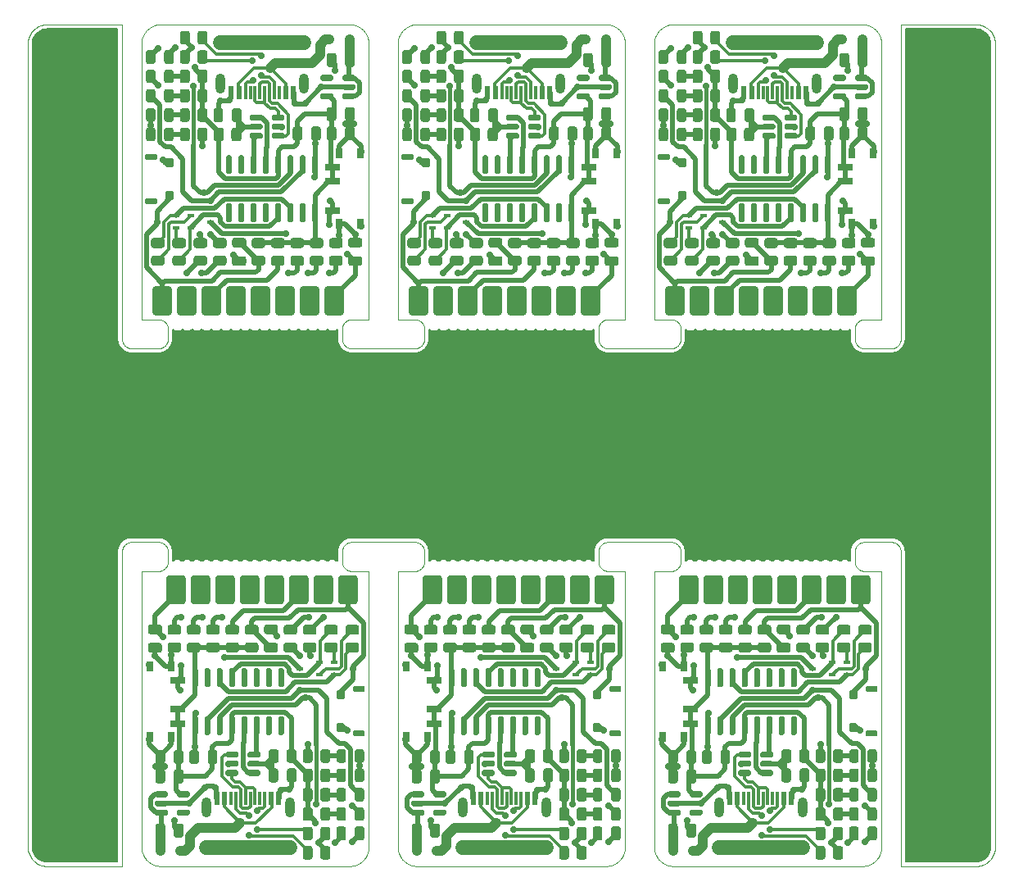
<source format=gbr>
G04 #@! TF.GenerationSoftware,KiCad,Pcbnew,6.0.10+dfsg-1~bpo11+1*
G04 #@! TF.ProjectId,panel,70616e65-6c2e-46b6-9963-61645f706362,rev?*
G04 #@! TF.SameCoordinates,Original*
G04 #@! TF.FileFunction,Copper,L1,Top*
G04 #@! TF.FilePolarity,Positive*
%FSLAX46Y46*%
G04 Gerber Fmt 4.6, Leading zero omitted, Abs format (unit mm)*
%MOMM*%
%LPD*%
G01*
G04 APERTURE LIST*
G04 #@! TA.AperFunction,Profile*
%ADD10C,0.100000*%
G04 #@! TD*
G04 #@! TA.AperFunction,SMDPad,CuDef*
%ADD11R,0.600000X1.450000*%
G04 #@! TD*
G04 #@! TA.AperFunction,SMDPad,CuDef*
%ADD12R,0.300000X1.450000*%
G04 #@! TD*
G04 #@! TA.AperFunction,ComponentPad*
%ADD13O,1.000000X2.100000*%
G04 #@! TD*
G04 #@! TA.AperFunction,ComponentPad*
%ADD14O,1.000000X1.600000*%
G04 #@! TD*
G04 #@! TA.AperFunction,SMDPad,CuDef*
%ADD15R,0.700000X0.450000*%
G04 #@! TD*
G04 #@! TA.AperFunction,SMDPad,CuDef*
%ADD16R,0.600000X0.450000*%
G04 #@! TD*
G04 #@! TA.AperFunction,SMDPad,CuDef*
%ADD17R,1.500000X0.700000*%
G04 #@! TD*
G04 #@! TA.AperFunction,SMDPad,CuDef*
%ADD18R,0.800000X1.000000*%
G04 #@! TD*
G04 #@! TA.AperFunction,ViaPad*
%ADD19C,0.700000*%
G04 #@! TD*
G04 #@! TA.AperFunction,Conductor*
%ADD20C,0.500000*%
G04 #@! TD*
G04 #@! TA.AperFunction,Conductor*
%ADD21C,0.300000*%
G04 #@! TD*
G04 #@! TA.AperFunction,Conductor*
%ADD22C,1.000000*%
G04 #@! TD*
G04 #@! TA.AperFunction,Conductor*
%ADD23C,0.400000*%
G04 #@! TD*
G04 #@! TA.AperFunction,Conductor*
%ADD24C,1.500000*%
G04 #@! TD*
G04 APERTURE END LIST*
D10*
X133743082Y-76475559D02*
X133742612Y-76475416D01*
X99389232Y-20337177D02*
X99388824Y-20337450D01*
X165388855Y-53399637D02*
X165343519Y-53417125D01*
X186629516Y-21317138D02*
X186620895Y-21293861D01*
X112136322Y-20003512D02*
X112136069Y-20003528D01*
X137381280Y-20542093D02*
X137363289Y-20559195D01*
X165035348Y-20011833D02*
X165035096Y-20011861D01*
X110250158Y-104956205D02*
X110250160Y-104956331D01*
X159759023Y-20687854D02*
X159708078Y-20631466D01*
X98844371Y-20879002D02*
X98844227Y-20879201D01*
X100121958Y-20036628D02*
X100121716Y-20036667D01*
X188226681Y-73591900D02*
X188268960Y-73615851D01*
X136750158Y-104956205D02*
X136750160Y-104956331D01*
X132902747Y-20365971D02*
X132902541Y-20365823D01*
X136759299Y-105139704D02*
X136759321Y-105139957D01*
X133749942Y-76484809D02*
X133749918Y-76484318D01*
X131702619Y-73517631D02*
X131749450Y-73504671D01*
X163957073Y-106475521D02*
X164015969Y-106523545D01*
X160050898Y-21130723D02*
X160050789Y-21130494D01*
X98736310Y-105892433D02*
X98736541Y-105892866D01*
X110251353Y-76480125D02*
X110251122Y-76480558D01*
X112203138Y-50494025D02*
X112250549Y-50504671D01*
X100121716Y-20036667D02*
X100110119Y-20038679D01*
X108416847Y-53035012D02*
X108390851Y-52993960D01*
X158490122Y-50475000D02*
X160237727Y-50475000D01*
X112009877Y-50475000D02*
X112058576Y-50476195D01*
X185549991Y-106782729D02*
X185550223Y-106782626D01*
X163724640Y-106243121D02*
X163740809Y-106261954D01*
X188730974Y-52678138D02*
X188720328Y-52725549D01*
X160004558Y-105909375D02*
X160039743Y-105842017D01*
X158565325Y-106924701D02*
X158640127Y-106911294D01*
X132432623Y-106829601D02*
X132432861Y-106829516D01*
X158540288Y-20021462D02*
X158464903Y-20011861D01*
X188093519Y-53417125D02*
X188047380Y-53432368D01*
X163937854Y-20490976D02*
X163881466Y-20541921D01*
X186743544Y-76475724D02*
X186743082Y-76475559D01*
X186689017Y-21511035D02*
X186688957Y-21510789D01*
X99931097Y-20083199D02*
X99919753Y-20086339D01*
X111639527Y-106854259D02*
X111663210Y-106861690D01*
X133737972Y-76475003D02*
X133737727Y-76475000D01*
X185881958Y-20351501D02*
X185818505Y-20309682D01*
X133747188Y-76478159D02*
X133746840Y-76477811D01*
X133741169Y-76475129D02*
X133740681Y-76475081D01*
X163256917Y-50474440D02*
X163257387Y-50474583D01*
X131702619Y-53432368D02*
X131656480Y-53417125D01*
X112710033Y-76185033D02*
X112674841Y-76218539D01*
X186136710Y-106390804D02*
X186136891Y-106390627D01*
X198463332Y-105328283D02*
X198463371Y-105328041D01*
X136752246Y-21911365D02*
X136750160Y-21993668D01*
X163253159Y-50472188D02*
X163253522Y-50472517D01*
X131289966Y-73764966D02*
X131325158Y-73731460D01*
X185731301Y-106692392D02*
X185731521Y-106692266D01*
X163250201Y-50466655D02*
X163250297Y-50467136D01*
X133620895Y-21293861D02*
X133620804Y-21293624D01*
X100121716Y-106913332D02*
X100121958Y-106913371D01*
X133724701Y-21684674D02*
X133711294Y-21609872D01*
X136750559Y-50468082D02*
X136750724Y-50468544D01*
X186550789Y-21130494D02*
X186539858Y-21108208D01*
X133582626Y-105750223D02*
X133582729Y-105749991D01*
X165995229Y-74367963D02*
X165998804Y-74416423D01*
X159618533Y-20541921D02*
X159562145Y-20490976D01*
X111472818Y-106792518D02*
X111473052Y-106792614D01*
X186339049Y-106164000D02*
X186384028Y-106102747D01*
X137101643Y-20867831D02*
X137101501Y-20868041D01*
X111380494Y-106750789D02*
X111380723Y-106750898D01*
X197905300Y-20577711D02*
X197905120Y-20577544D01*
X98538679Y-21610119D02*
X98536667Y-21621716D01*
X186706196Y-21585062D02*
X186689017Y-21511035D01*
X98590173Y-105541892D02*
X98590253Y-105542124D01*
X108249870Y-106941169D02*
X108249918Y-106940681D01*
X109046861Y-53455974D02*
X108999450Y-53445328D01*
X188758830Y-106949870D02*
X188759318Y-106949918D01*
X131224721Y-76113047D02*
X131194826Y-76074740D01*
X109191423Y-53473804D02*
X109142963Y-53470229D01*
X132164937Y-20043803D02*
X132164690Y-20043749D01*
X165107036Y-50479770D02*
X165155262Y-50485718D01*
X198169119Y-20899177D02*
X198162822Y-20889232D01*
X163259318Y-76475081D02*
X163258830Y-76475129D01*
X184863930Y-106946471D02*
X184939704Y-106940700D01*
X160050789Y-21130494D02*
X160039858Y-21108208D01*
X136752811Y-76478159D02*
X136752482Y-76478522D01*
X136751605Y-50470295D02*
X136751878Y-50470703D01*
X138163210Y-106861690D02*
X138163453Y-106861763D01*
X131057874Y-74131480D02*
X131075362Y-74086144D01*
X108246097Y-20002170D02*
X108245703Y-20001878D01*
X137115971Y-20847252D02*
X137115823Y-20847458D01*
X158836789Y-20088309D02*
X158836546Y-20088236D01*
X110676296Y-106183831D02*
X110676454Y-106184030D01*
X110250559Y-50468082D02*
X110250724Y-50468544D01*
X136949101Y-21130723D02*
X136917373Y-21199776D01*
X198413518Y-21419284D02*
X198409826Y-21408107D01*
X158739210Y-20061042D02*
X158738964Y-20060982D01*
X138797380Y-53432368D02*
X138750549Y-53445328D01*
X163261833Y-105164651D02*
X163261861Y-105164903D01*
X186750000Y-76487272D02*
X186749996Y-76487027D01*
X112638047Y-53250278D02*
X112599740Y-53280173D01*
X139495229Y-74367963D02*
X139498804Y-74416423D01*
X159119505Y-106750789D02*
X159141791Y-106739858D01*
X160241169Y-50474870D02*
X160241655Y-50474798D01*
X163660950Y-20785999D02*
X163615971Y-20847252D01*
X157724721Y-50836952D02*
X157756460Y-50800158D01*
X99557133Y-20236541D02*
X99546892Y-20242343D01*
X136751878Y-50470703D02*
X136752170Y-50471097D01*
X136751353Y-50469874D02*
X136751605Y-50470295D01*
X99077711Y-20594699D02*
X99077544Y-20594879D01*
X163546284Y-105997010D02*
X163546416Y-105997227D01*
X110615971Y-106102747D02*
X110660950Y-106164000D01*
X160242612Y-76475416D02*
X160242136Y-76475297D01*
X160248646Y-76480125D02*
X160248394Y-76479704D01*
X99379201Y-106605772D02*
X99388824Y-106612549D01*
X157501195Y-74416423D02*
X157504770Y-74367963D01*
X185818292Y-20309546D02*
X185797227Y-20296416D01*
X158023318Y-53358099D02*
X157981039Y-53334148D01*
X186748121Y-50470703D02*
X186748394Y-50470295D01*
X188750000Y-20012272D02*
X188750000Y-52484877D01*
X139210033Y-73764966D02*
X139243539Y-73800158D01*
X159141791Y-106739858D02*
X159142017Y-106739743D01*
X186592614Y-105726947D02*
X186620804Y-105656375D01*
X100097914Y-20041411D02*
X99931335Y-20083137D01*
X160249702Y-50467136D02*
X160249798Y-50466655D01*
X159953583Y-105997227D02*
X159953715Y-105997010D01*
X165833152Y-76035012D02*
X165805173Y-76074740D01*
X136759321Y-105139957D02*
X136761833Y-105164651D01*
X184042631Y-75772380D02*
X184029671Y-75725549D01*
X165674841Y-53218539D02*
X165638047Y-53250278D01*
X184439987Y-73641847D02*
X184481039Y-73615851D01*
X197253811Y-106801893D02*
X197254041Y-106801808D01*
X188754704Y-106948394D02*
X188755125Y-106948646D01*
X98536628Y-105328041D02*
X98536667Y-105328283D01*
X198488601Y-105157930D02*
X198490042Y-105146248D01*
X132040288Y-20021462D02*
X131964903Y-20011861D01*
X133259190Y-20688045D02*
X133259023Y-20687854D01*
X110250000Y-50462727D02*
X110250003Y-50462972D01*
X112058576Y-53473804D02*
X112009877Y-53475000D01*
X133323703Y-20766168D02*
X133323545Y-20765969D01*
X186749275Y-50468544D02*
X186749440Y-50468082D01*
X159953715Y-20952989D02*
X159953583Y-20952772D01*
X136759809Y-50474942D02*
X136762027Y-50474996D01*
X139500000Y-51465122D02*
X139500000Y-52484877D01*
X132619276Y-106750898D02*
X132619505Y-106750789D01*
X110252482Y-50471477D02*
X110252811Y-50471840D01*
X186749798Y-50466655D02*
X186749870Y-50466169D01*
X139480974Y-74271861D02*
X139489281Y-74319737D01*
X164290401Y-106704438D02*
X164290624Y-106704558D01*
X110495441Y-21040624D02*
X110460256Y-21107982D01*
X164181707Y-106640453D02*
X164202772Y-106653583D01*
X110250129Y-76483830D02*
X110250081Y-76484318D01*
X159464000Y-106539049D02*
X159464203Y-106538897D01*
X160092614Y-105726947D02*
X160120804Y-105656375D01*
X131010718Y-51319737D02*
X131019025Y-51271861D01*
X184656480Y-73532874D02*
X184702619Y-73517631D01*
X186749841Y-21993794D02*
X186749839Y-21993668D01*
X131939957Y-20009321D02*
X131939704Y-20009299D01*
X198490971Y-21816223D02*
X198490956Y-21815978D01*
X165957368Y-52772380D02*
X165942125Y-52818519D01*
X198162822Y-106060767D02*
X198169119Y-106050822D01*
X165980974Y-74271861D02*
X165989281Y-74319737D01*
X98536667Y-21621716D02*
X98536628Y-21621958D01*
X108248877Y-106944441D02*
X108249087Y-106943997D01*
X185709598Y-20245561D02*
X185709375Y-20245441D01*
X185456138Y-106820895D02*
X185456375Y-106820804D01*
X163615971Y-20847252D02*
X163615823Y-20847458D01*
X111835062Y-106906196D02*
X111835309Y-106906250D01*
X137059682Y-106018505D02*
X137101501Y-106081958D01*
X133338897Y-20785796D02*
X133323703Y-20766168D01*
X159297227Y-20296416D02*
X159297010Y-20296284D01*
X133745703Y-76476878D02*
X133745295Y-76476605D01*
X112518960Y-53334148D02*
X112476681Y-53358099D01*
X112476681Y-53358099D02*
X112433278Y-53379946D01*
X111097252Y-106584028D02*
X111097458Y-106584176D01*
X185432861Y-106829516D02*
X185456138Y-106820895D01*
X198461224Y-105340361D02*
X198461320Y-105339880D01*
X110255558Y-76476122D02*
X110255125Y-76476353D01*
X137535999Y-106539049D02*
X137597252Y-106584028D01*
X112243794Y-20000158D02*
X112243668Y-20000160D01*
X188555173Y-53074740D02*
X188525278Y-53113047D01*
X165297380Y-76432368D02*
X165250549Y-76445328D01*
X188310012Y-73641847D02*
X188349740Y-73669826D01*
X164736759Y-106882735D02*
X164760789Y-106888957D01*
X99746188Y-20148106D02*
X99745958Y-20148191D01*
X159636891Y-106390627D02*
X159690627Y-106336891D01*
X111449776Y-20167373D02*
X111380723Y-20199101D01*
X131941423Y-53473804D02*
X131892963Y-53470229D01*
X136949210Y-105819505D02*
X136960141Y-105841791D01*
X164268478Y-106692266D02*
X164268698Y-106692392D01*
X188754704Y-20001605D02*
X188754296Y-20001878D01*
X157939987Y-50641847D02*
X157981039Y-50615851D01*
X160246840Y-76477811D02*
X160246477Y-76477482D01*
X186749583Y-76482387D02*
X186749440Y-76481917D01*
X184941423Y-73476195D02*
X184990122Y-73475000D01*
X160249440Y-50468082D02*
X160249583Y-50467612D01*
X133750000Y-50462727D02*
X133750000Y-22006333D01*
X138797380Y-76432368D02*
X138750549Y-76445328D01*
X159884176Y-20847458D02*
X159884028Y-20847252D01*
X139424637Y-52863855D02*
X139404946Y-52908278D01*
X160245295Y-50473394D02*
X160245703Y-50473121D01*
X112107036Y-76470229D02*
X112058576Y-76473804D01*
X197431919Y-20231017D02*
X197431699Y-20230910D01*
X110379195Y-105656375D02*
X110407385Y-105726947D01*
X185360713Y-20095818D02*
X185360472Y-20095740D01*
X133742612Y-76475416D02*
X133742136Y-76475297D01*
X137007733Y-105931521D02*
X137046284Y-105997010D01*
X158565075Y-20025256D02*
X158540539Y-20021498D01*
X110507607Y-105931301D02*
X110507733Y-105931521D01*
X110379104Y-21293861D02*
X110370483Y-21317138D01*
X136758344Y-76475201D02*
X136757863Y-76475297D01*
X131743666Y-20000000D02*
X112256333Y-20000000D01*
X186747829Y-50471097D02*
X186748121Y-50470703D01*
X158392963Y-53470229D02*
X158344737Y-53464281D01*
X110253159Y-50472188D02*
X110253522Y-50472517D01*
X108906480Y-73532874D02*
X108952619Y-73517631D01*
X136750201Y-50466655D02*
X136750297Y-50467136D01*
X164358208Y-106739858D02*
X164380494Y-106750789D01*
X100291826Y-106938568D02*
X100292069Y-106938601D01*
X159940317Y-106018505D02*
X159940453Y-106018292D01*
X196902085Y-20041411D02*
X196901846Y-20041354D01*
X184566721Y-76379946D02*
X184523318Y-76358099D01*
X111760789Y-106888957D02*
X111761035Y-106889017D01*
X137597252Y-20365971D02*
X137535999Y-20410950D01*
X133592518Y-21222818D02*
X133582729Y-21200008D01*
X112058576Y-73476195D02*
X112107036Y-73479770D01*
X100109638Y-20038775D02*
X100098153Y-20041354D01*
X185619276Y-20199101D02*
X185550223Y-20167373D01*
X165805173Y-50875259D02*
X165833152Y-50914987D01*
X108241655Y-20000201D02*
X108241169Y-20000129D01*
X186208078Y-106318533D02*
X186259023Y-106262145D01*
X112009877Y-76475000D02*
X110262272Y-76475000D01*
X111380723Y-106750898D02*
X111449776Y-106782626D01*
X158490122Y-76475000D02*
X158441423Y-76473804D01*
X108246477Y-106947517D02*
X108246840Y-106947188D01*
X111639527Y-20095740D02*
X111639286Y-20095818D01*
X163250559Y-50468082D02*
X163250724Y-50468544D01*
X133061954Y-20490809D02*
X133043121Y-20474640D01*
X108250000Y-52484877D02*
X108250000Y-20012272D01*
X100121958Y-106913371D02*
X100291826Y-106938568D01*
X133550898Y-21130723D02*
X133550789Y-21130494D01*
X136750160Y-104956331D02*
X136752246Y-105038634D01*
X136870483Y-105632861D02*
X136879104Y-105656138D01*
X188460033Y-53185033D02*
X188424841Y-53218539D01*
X133339049Y-20785999D02*
X133338897Y-20785796D01*
X163250912Y-50468997D02*
X163251122Y-50469441D01*
X160211294Y-21609872D02*
X160211246Y-21609623D01*
X187808576Y-53473804D02*
X187759877Y-53475000D01*
X139495229Y-52582036D02*
X139489281Y-52630262D01*
X160004558Y-21040624D02*
X160004438Y-21040401D01*
X186743997Y-76475912D02*
X186743544Y-76475724D01*
X159823703Y-20766168D02*
X159823545Y-20765969D01*
X112674841Y-50731460D02*
X112710033Y-50764966D01*
X99379201Y-20344227D02*
X99379002Y-20344371D01*
X99085828Y-106363824D02*
X99086175Y-106364171D01*
X138236515Y-20067330D02*
X138163453Y-20088236D01*
X110259299Y-21810295D02*
X110253528Y-21886069D01*
X163661102Y-20785796D02*
X163660950Y-20785999D01*
X112970328Y-51224450D02*
X112980974Y-51271861D01*
X163275256Y-105265075D02*
X163275298Y-105265325D01*
X185263240Y-106882735D02*
X185263484Y-106882669D01*
X184057874Y-75818519D02*
X184042631Y-75772380D01*
X112388855Y-73550362D02*
X112433278Y-73570053D01*
X98511431Y-21791826D02*
X98511398Y-21792069D01*
X132140376Y-106911246D02*
X132164690Y-106906250D01*
X163676454Y-20765969D02*
X163676296Y-20766168D01*
X136755125Y-76476353D02*
X136754704Y-76476605D01*
X198490956Y-105134021D02*
X198490971Y-105133776D01*
X185140127Y-20038705D02*
X185065325Y-20025298D01*
X158338634Y-106947753D02*
X158338887Y-106947744D01*
X110253902Y-76477170D02*
X110253522Y-76477482D01*
X112136069Y-106946471D02*
X112136322Y-106946487D01*
X158202619Y-76432368D02*
X158156480Y-76417125D01*
X188750724Y-20006455D02*
X188750559Y-20006917D01*
X164663210Y-106861690D02*
X164663453Y-106861763D01*
X108247829Y-106946097D02*
X108248121Y-106945703D01*
X110957073Y-20474478D02*
X110956878Y-20474640D01*
X186742612Y-76475416D02*
X186742136Y-76475297D01*
X98509909Y-21804239D02*
X98509043Y-21815978D01*
X112256207Y-20000000D02*
X112243794Y-20000158D01*
X157694826Y-53074740D02*
X157666847Y-53035012D01*
X112155262Y-50485718D02*
X112203138Y-50494025D01*
X188757387Y-106949583D02*
X188757863Y-106949702D01*
X131042631Y-52772380D02*
X131029671Y-52725549D01*
X163661102Y-106164203D02*
X163676296Y-106183831D01*
X163957073Y-20474478D02*
X163956878Y-20474640D01*
X138043624Y-20129195D02*
X137973052Y-20157385D01*
X157501195Y-51416423D02*
X157504770Y-51367963D01*
X185964203Y-20411102D02*
X185964000Y-20410950D01*
X98946817Y-106209124D02*
X98954058Y-106218403D01*
X132263484Y-106882669D02*
X132336546Y-106861763D01*
X188226681Y-53358099D02*
X188183278Y-53379946D01*
X198268982Y-21068080D02*
X198263689Y-21057566D01*
X158439704Y-106940700D02*
X158439957Y-106940678D01*
X110252811Y-50471840D02*
X110253159Y-50472188D01*
X164859623Y-20038753D02*
X164835309Y-20043749D01*
X157616900Y-50998318D02*
X157640851Y-50956039D01*
X131019025Y-75678138D02*
X131010718Y-75630262D01*
X186062145Y-106459023D02*
X186118533Y-106408078D01*
X165970328Y-75725549D02*
X165957368Y-75772380D01*
X110250081Y-50465681D02*
X110250129Y-50466169D01*
X110250160Y-104956331D02*
X110252246Y-105038634D01*
X136750000Y-104943666D02*
X136750000Y-104943792D01*
X165833152Y-73914987D02*
X165859148Y-73956039D01*
X133740190Y-50474942D02*
X133740681Y-50474918D01*
X159382168Y-106598356D02*
X159402541Y-106584176D01*
X184289966Y-76185033D02*
X184256460Y-76149841D01*
X137160950Y-106164000D02*
X137161102Y-106164203D01*
X108254770Y-52582036D02*
X108251195Y-52533576D01*
X99379002Y-20344371D02*
X99241070Y-20446668D01*
X98844227Y-106070798D02*
X98844371Y-106070997D01*
X136762272Y-76475000D02*
X136762027Y-76475003D01*
X110661102Y-106164203D02*
X110676296Y-106183831D01*
X133323545Y-20765969D02*
X133275521Y-20707073D01*
X131361952Y-73699721D02*
X131400259Y-73669826D01*
X159690804Y-106336710D02*
X159707906Y-106318719D01*
X112256207Y-106949999D02*
X112256333Y-106950000D01*
X188750201Y-20008344D02*
X188750129Y-20008830D01*
X185984030Y-106523545D02*
X186042926Y-106475521D01*
X112161365Y-106947753D02*
X112243668Y-106949839D01*
X196708173Y-20011431D02*
X196707930Y-20011398D01*
X198037941Y-20722303D02*
X198037779Y-20722120D01*
X136750003Y-76487027D02*
X136750000Y-76487272D01*
X98500593Y-104962012D02*
X98500602Y-104962257D01*
X110252255Y-21911112D02*
X110252246Y-21911365D01*
X131289966Y-53185033D02*
X131256460Y-53149841D01*
X196684021Y-20009043D02*
X196683776Y-20009028D01*
X100512027Y-20000003D02*
X100487987Y-20000593D01*
X110250201Y-76483344D02*
X110250129Y-76483830D01*
X138750549Y-53445328D02*
X138703138Y-53455974D01*
X160248877Y-50469441D02*
X160249087Y-50468997D01*
X186749942Y-50465190D02*
X186749996Y-50462972D01*
X100109638Y-106911224D02*
X100110119Y-106911320D01*
X198490090Y-21804239D02*
X198490042Y-21803751D01*
X112343519Y-73532874D02*
X112388855Y-73550362D01*
X131939704Y-20009299D02*
X131863930Y-20003528D01*
X197913824Y-106364171D02*
X197914171Y-106363824D01*
X112433278Y-73570053D02*
X112476681Y-73591900D01*
X139174841Y-76218539D02*
X139138047Y-76250278D01*
X112343519Y-50532874D02*
X112388855Y-50550362D01*
X164181494Y-20309682D02*
X164118041Y-20351501D01*
X165343519Y-50532874D02*
X165388855Y-50550362D01*
X133749798Y-50466655D02*
X133749870Y-50466169D01*
X131004770Y-51367963D02*
X131010718Y-51319737D01*
X186682735Y-105463240D02*
X186688957Y-105439210D01*
X157529671Y-75725549D02*
X157519025Y-75678138D01*
X133738166Y-105164651D02*
X133740678Y-105139957D01*
X108444826Y-73875259D02*
X108474721Y-73836952D01*
X186749918Y-50465681D02*
X186749942Y-50465190D01*
X164761035Y-106889017D02*
X164835062Y-106906196D01*
X198490090Y-105145760D02*
X198490956Y-105134021D01*
X185263484Y-20067330D02*
X185263240Y-20067264D01*
X138743794Y-106949841D02*
X138756207Y-106949999D01*
X186747753Y-105038634D02*
X186749839Y-104956331D01*
X138661112Y-20002255D02*
X138636322Y-20003512D01*
X158296861Y-50494025D02*
X158344737Y-50485718D01*
X188753159Y-20002811D02*
X188752811Y-20003159D01*
X159823703Y-106183831D02*
X159838897Y-106164203D01*
X139457368Y-75772380D02*
X139442125Y-75818519D01*
X111934924Y-20025256D02*
X111934674Y-20025298D01*
X157724721Y-53113047D02*
X157694826Y-53074740D01*
X197759124Y-20446817D02*
X197758929Y-20446668D01*
X164380494Y-20199210D02*
X164358208Y-20210141D01*
X197265477Y-20152615D02*
X197265023Y-20152428D01*
X110449210Y-105819505D02*
X110460141Y-105841791D01*
X186062145Y-20490976D02*
X186061954Y-20490809D01*
X136759318Y-50474918D02*
X136759809Y-50474942D01*
X163250297Y-50467136D02*
X163250416Y-50467612D01*
X165476681Y-73591900D02*
X165518960Y-73615851D01*
X132065325Y-106924701D02*
X132140127Y-106911294D01*
X159618719Y-106407906D02*
X159636710Y-106390804D01*
X186750000Y-104943666D02*
X186750000Y-76487272D01*
X110259809Y-76475057D02*
X110259318Y-76475081D01*
X112775278Y-53113047D02*
X112743539Y-53149841D01*
X184166847Y-50914987D02*
X184194826Y-50875259D01*
X131224721Y-50836952D02*
X131256460Y-50800158D01*
X185065075Y-106924743D02*
X185065325Y-106924701D01*
X188759318Y-106949918D02*
X188759809Y-106949942D01*
X136811042Y-105439210D02*
X136817264Y-105463240D01*
X133440317Y-106018505D02*
X133440453Y-106018292D01*
X163407481Y-105727181D02*
X163417270Y-105749991D01*
X100110119Y-20038679D02*
X100109638Y-20038775D01*
X131844737Y-76464281D02*
X131796861Y-76455974D01*
X184042631Y-51177619D02*
X184057874Y-51131480D01*
X99734976Y-20152428D02*
X99734522Y-20152615D01*
X188751878Y-20004296D02*
X188751605Y-20004704D01*
X157542631Y-52772380D02*
X157529671Y-52725549D01*
X165256207Y-106949999D02*
X165256333Y-106950000D01*
X165035096Y-106938138D02*
X165035348Y-106938166D01*
X198458645Y-105351846D02*
X198461224Y-105340361D01*
X110495441Y-105909375D02*
X110495561Y-105909598D01*
X136759321Y-21810042D02*
X136759299Y-21810295D01*
X98652428Y-21234976D02*
X98648191Y-21245958D01*
X186728537Y-105240288D02*
X186738138Y-105164903D01*
X110956878Y-20474640D02*
X110938045Y-20490809D01*
X185882168Y-106598356D02*
X185902541Y-106584176D01*
X131656480Y-73532874D02*
X131702619Y-73517631D01*
X163379195Y-21293624D02*
X163379104Y-21293861D01*
X110881280Y-106407906D02*
X110881466Y-106408078D01*
X111835062Y-20043803D02*
X111761035Y-20060982D01*
X163259809Y-50474942D02*
X163262027Y-50474996D01*
X131166847Y-76035012D02*
X131140851Y-75993960D01*
X160120895Y-105656138D02*
X160129516Y-105632861D01*
X108248646Y-106944874D02*
X108248877Y-106944441D01*
X163495441Y-105909375D02*
X163495561Y-105909598D01*
X113000000Y-51465122D02*
X113000000Y-52484877D01*
X163250416Y-50467612D02*
X163250559Y-50468082D01*
X160245703Y-50473121D02*
X160246097Y-50472829D01*
X158392963Y-76470229D02*
X158344737Y-76464281D01*
X158664690Y-106906250D02*
X158664937Y-106906196D01*
X133689017Y-21511035D02*
X133688957Y-21510789D01*
X185140376Y-106911246D02*
X185164690Y-106906250D01*
X160082729Y-21200008D02*
X160082626Y-21199776D01*
X138509877Y-73475000D02*
X138558576Y-73476195D01*
X110275256Y-21684924D02*
X110271498Y-21709460D01*
X137101501Y-20868041D02*
X137059682Y-20931494D01*
X197768783Y-106495630D02*
X197777696Y-106487941D01*
X157529671Y-74224450D02*
X157542631Y-74177619D01*
X136762027Y-50474996D02*
X136762272Y-50475000D01*
X139060012Y-53308152D02*
X139018960Y-53334148D01*
X184042631Y-74177619D02*
X184057874Y-74131480D01*
X139243539Y-50800158D02*
X139275278Y-50836952D01*
X186747188Y-76478159D02*
X186746840Y-76477811D01*
X136817264Y-105463240D02*
X136817330Y-105463484D01*
X136752246Y-105038634D02*
X136752255Y-105038887D01*
X133748877Y-50469441D02*
X133749087Y-50468997D01*
X185263484Y-106882669D02*
X185336546Y-106861763D01*
X137224478Y-106242926D02*
X137224640Y-106243121D01*
X185526947Y-106792614D02*
X185527181Y-106792518D01*
X186384176Y-106102541D02*
X186398356Y-106082168D01*
X165995229Y-75582036D02*
X165989281Y-75630262D01*
X111761035Y-20060982D02*
X111760789Y-20061042D01*
X139457368Y-74177619D02*
X139470328Y-74224450D01*
X185527181Y-106792518D02*
X185549991Y-106782729D01*
X133749999Y-22006207D02*
X133749841Y-21993794D01*
X186592518Y-21222818D02*
X186582729Y-21200008D01*
X163254704Y-50473394D02*
X163255125Y-50473646D01*
X136754296Y-76476878D02*
X136753902Y-76477170D01*
X163288753Y-21609623D02*
X163288705Y-21609872D01*
X111035999Y-20410950D02*
X111035796Y-20411102D01*
X110253512Y-21886322D02*
X110252255Y-21911112D01*
X163253512Y-21886322D02*
X163252255Y-21911112D01*
X164760789Y-106888957D02*
X164761035Y-106889017D01*
X164117831Y-20351643D02*
X164097458Y-20365823D01*
X131964903Y-106938138D02*
X132040288Y-106928537D01*
X137438045Y-106459190D02*
X137456878Y-106475359D01*
X163250201Y-76483344D02*
X163250129Y-76483830D01*
X160206250Y-105364690D02*
X160211246Y-105340376D01*
X186745295Y-76476605D02*
X186744874Y-76476353D01*
X163460256Y-21107982D02*
X163460141Y-21108208D01*
X158738964Y-106889017D02*
X158739210Y-106888957D01*
X133492266Y-21018478D02*
X133453715Y-20952989D01*
X136762272Y-50475000D02*
X138509877Y-50475000D01*
X112980974Y-74271861D02*
X112989281Y-74319737D01*
X197759124Y-106503182D02*
X197768403Y-106495941D01*
X138933278Y-50570053D02*
X138976681Y-50591900D01*
X110250000Y-104943666D02*
X110250000Y-104943792D01*
X137535999Y-20410950D02*
X137535796Y-20411102D01*
X184756205Y-106949841D02*
X184756331Y-106949839D01*
X165250549Y-53445328D02*
X165203138Y-53455974D01*
X98730910Y-21068300D02*
X98657488Y-21223538D01*
X138756333Y-20000000D02*
X138756207Y-20000000D01*
X136752482Y-76478522D02*
X136752170Y-76478902D01*
X197610767Y-20337177D02*
X197600822Y-20330880D01*
X184756331Y-20000160D02*
X184756205Y-20000158D01*
X165998804Y-75533576D02*
X165995229Y-75582036D01*
X158664937Y-106906196D02*
X158738964Y-106889017D01*
X197068902Y-106866800D02*
X197080246Y-106863660D01*
X185818292Y-106640453D02*
X185818505Y-106640317D01*
X185902541Y-20365823D02*
X185882168Y-20351643D01*
X112995229Y-75582036D02*
X112989281Y-75630262D01*
X188752170Y-106946097D02*
X188752482Y-106946477D01*
X184004770Y-74367963D02*
X184010718Y-74319737D01*
X136771462Y-105240288D02*
X136771498Y-105240539D01*
X163259299Y-21810295D02*
X163253528Y-21886069D01*
X110601643Y-20867831D02*
X110601501Y-20868041D01*
X186749798Y-76483344D02*
X186749702Y-76482863D01*
X186740700Y-105139704D02*
X186746471Y-105063930D01*
X131749450Y-50504671D02*
X131796861Y-50494025D01*
X138043624Y-106820804D02*
X138043861Y-106820895D01*
X139018960Y-50615851D02*
X139060012Y-50641847D01*
X160242136Y-76475297D02*
X160241655Y-76475201D01*
X186338897Y-20785796D02*
X186323703Y-20766168D01*
X164380494Y-106750789D02*
X164380723Y-106750898D01*
X184166847Y-53035012D02*
X184140851Y-52993960D01*
X157789966Y-76185033D02*
X157756460Y-76149841D01*
X196684021Y-106940956D02*
X196695760Y-106940090D01*
X133539858Y-105841791D02*
X133550789Y-105819505D01*
X136775298Y-21684674D02*
X136775256Y-21684924D01*
X110660950Y-106164000D02*
X110661102Y-106164203D01*
X158956375Y-20129195D02*
X158956138Y-20129104D01*
X164117831Y-106598356D02*
X164118041Y-106598498D01*
X164290624Y-106704558D02*
X164357982Y-106739743D01*
X184095053Y-74041721D02*
X184116900Y-73998318D01*
X197905120Y-20577544D02*
X197777879Y-20462220D01*
X111450008Y-106782729D02*
X111472818Y-106792518D01*
X184361952Y-53250278D02*
X184325158Y-53218539D01*
X136751353Y-76480125D02*
X136751122Y-76480558D01*
X158540539Y-106928501D02*
X158565075Y-106924743D01*
X112942125Y-75818519D02*
X112924637Y-75863855D01*
X163956878Y-106475359D02*
X163957073Y-106475521D01*
X112883099Y-75951681D02*
X112859148Y-75993960D01*
X188654946Y-74041721D02*
X188674637Y-74086144D01*
X163660950Y-106164000D02*
X163661102Y-106164203D01*
X131140851Y-50956039D02*
X131166847Y-50914987D01*
X138843519Y-53417125D02*
X138797380Y-53432368D01*
X185526947Y-20157385D02*
X185456375Y-20129195D01*
X164290624Y-20245441D02*
X164290401Y-20245561D01*
X188739281Y-52630262D02*
X188730974Y-52678138D01*
X131400259Y-76280173D02*
X131361952Y-76250278D01*
X132797227Y-106653583D02*
X132818292Y-106640453D01*
X112155262Y-76464281D02*
X112107036Y-76470229D01*
X157789966Y-73764966D02*
X157825158Y-73731460D01*
X160249999Y-104943792D02*
X160250000Y-104943666D01*
X163460141Y-105841791D02*
X163460256Y-105842017D01*
X184523318Y-73591900D02*
X184566721Y-73570053D01*
X139383099Y-50998318D02*
X139404946Y-51041721D01*
X165203138Y-53455974D02*
X165155262Y-53464281D01*
X188493539Y-73800158D02*
X188525278Y-73836952D01*
X163379104Y-105656138D02*
X163379195Y-105656375D01*
X98648191Y-21245958D02*
X98648106Y-21246188D01*
X137618041Y-106598498D02*
X137681494Y-106640317D01*
X197068664Y-106866862D02*
X197068902Y-106866800D01*
X186738138Y-105164903D02*
X186738166Y-105164651D01*
X98583199Y-21431097D02*
X98583137Y-21431335D01*
X159561954Y-20490809D02*
X159543121Y-20474640D01*
X138703138Y-73494025D02*
X138750549Y-73504671D01*
X112060295Y-106940700D02*
X112136069Y-106946471D01*
X139099740Y-73669826D02*
X139138047Y-73699721D01*
X198461320Y-21610119D02*
X198461224Y-21609638D01*
X136917373Y-21199776D02*
X136917270Y-21200008D01*
X186749999Y-22006207D02*
X186749841Y-21993794D01*
X184892963Y-76470229D02*
X184844737Y-76464281D01*
X165859148Y-50956039D02*
X165883099Y-50998318D01*
X131116900Y-73998318D02*
X131140851Y-73956039D01*
X133275359Y-106243121D02*
X133275521Y-106242926D01*
X198416800Y-21431097D02*
X198413660Y-21419753D01*
X165998804Y-51416423D02*
X166000000Y-51465122D01*
X160050898Y-105819276D02*
X160082626Y-105750223D01*
X138359623Y-20038753D02*
X138335309Y-20043749D01*
X188757863Y-20000297D02*
X188757387Y-20000416D01*
X185336546Y-20088236D02*
X185263484Y-20067330D01*
X163253528Y-105063930D02*
X163259299Y-105139704D01*
X108247188Y-20003159D02*
X108246840Y-20002811D01*
X132549991Y-106782729D02*
X132550223Y-106782626D01*
X138163453Y-106861763D02*
X138236515Y-106882669D01*
X136788753Y-21609623D02*
X136788705Y-21609872D01*
X159838897Y-106164203D02*
X159839049Y-106164000D01*
X138335309Y-20043749D02*
X138335062Y-20043803D01*
X131863930Y-106946471D02*
X131939704Y-106940700D01*
X98536667Y-105328283D02*
X98538679Y-105339880D01*
X138434674Y-106924701D02*
X138434924Y-106924743D01*
X131095053Y-51041721D02*
X131116900Y-50998318D01*
X138558576Y-73476195D02*
X138607036Y-73479770D01*
X139138047Y-76250278D02*
X139099740Y-76280173D01*
X185065075Y-20025256D02*
X185040539Y-20021498D01*
X163338309Y-105536789D02*
X163345740Y-105560472D01*
X159543121Y-20474640D02*
X159542926Y-20474478D01*
X158441423Y-76473804D02*
X158392963Y-76470229D01*
X133744874Y-76476353D02*
X133744441Y-76476122D01*
X110293803Y-21585062D02*
X110293749Y-21585309D01*
X133504558Y-21040624D02*
X133504438Y-21040401D01*
X108260718Y-74319737D02*
X108269025Y-74271861D01*
X184057874Y-74131480D02*
X184075362Y-74086144D01*
X112203138Y-76455974D02*
X112155262Y-76464281D01*
X136917270Y-21200008D02*
X136907481Y-21222818D01*
X186711246Y-21609623D02*
X186706250Y-21585309D01*
X99222120Y-20462220D02*
X99094879Y-20577544D01*
X136750297Y-76482863D02*
X136750201Y-76483344D01*
X98946668Y-20741070D02*
X98844371Y-20879002D01*
X131057874Y-51131480D02*
X131075362Y-51086144D01*
X131325158Y-76218539D02*
X131289966Y-76185033D01*
X136758830Y-76475129D02*
X136758344Y-76475201D01*
X165388855Y-50550362D02*
X165433278Y-50570053D01*
X163881280Y-20542093D02*
X163863289Y-20559195D01*
X198347384Y-105715477D02*
X198347571Y-105715023D01*
X110460256Y-105842017D02*
X110495441Y-105909375D01*
X131361952Y-76250278D02*
X131325158Y-76218539D01*
X198409746Y-105542124D02*
X198409826Y-105541892D01*
X186706250Y-105364690D02*
X186711246Y-105340376D01*
X98538775Y-105340361D02*
X98541354Y-105351846D01*
X186453583Y-105997227D02*
X186453715Y-105997010D01*
X160249942Y-50465190D02*
X160249996Y-50462972D01*
X185984030Y-20426454D02*
X185983831Y-20426296D01*
X110601501Y-106081958D02*
X110601643Y-106082168D01*
X158640376Y-20038753D02*
X158640127Y-20038705D01*
X163250081Y-76484318D02*
X163250057Y-76484809D01*
X198458588Y-105352085D02*
X198458645Y-105351846D01*
X131004770Y-74367963D02*
X131010718Y-74319737D01*
X133746840Y-76477811D02*
X133746477Y-76477482D01*
X159775521Y-20707073D02*
X159775359Y-20706878D01*
X197080715Y-20086481D02*
X197080246Y-20086339D01*
X99745958Y-106801808D02*
X99746188Y-106801893D01*
X165957368Y-74177619D02*
X165970328Y-74224450D01*
X133136891Y-20559372D02*
X133136710Y-20559195D01*
X184702619Y-73517631D02*
X184749450Y-73504671D01*
X186136710Y-20559195D02*
X186118719Y-20542093D01*
X137456878Y-20474640D02*
X137438045Y-20490809D01*
X133747744Y-21911112D02*
X133746487Y-21886322D01*
X160249996Y-50462972D02*
X160250000Y-50462727D01*
X163310982Y-21511035D02*
X163293803Y-21585062D01*
X184844737Y-50485718D02*
X184892963Y-50479770D01*
X188755558Y-106948877D02*
X188756002Y-106949087D01*
X165250549Y-73504671D02*
X165297380Y-73517631D01*
X98500000Y-104937727D02*
X98500003Y-104937972D01*
X131566721Y-76379946D02*
X131523318Y-76358099D01*
X184042631Y-52772380D02*
X184029671Y-52725549D01*
X110253522Y-76477482D02*
X110253159Y-76477811D01*
X132164690Y-20043749D02*
X132140376Y-20038753D01*
X111202989Y-20296284D02*
X111202772Y-20296416D01*
X138933278Y-76379946D02*
X138888855Y-76399637D01*
X160244441Y-76476122D02*
X160243997Y-76475912D01*
X159049991Y-106782729D02*
X159050223Y-106782626D01*
X159402747Y-106584028D02*
X159464000Y-106539049D01*
X98586481Y-21419284D02*
X98586339Y-21419753D01*
X132239210Y-20061042D02*
X132238964Y-20060982D01*
X138756333Y-106950000D02*
X158243666Y-106950000D01*
X111035796Y-106538897D02*
X111035999Y-106539049D01*
X138655262Y-73485718D02*
X138703138Y-73494025D01*
X184010718Y-51319737D02*
X184019025Y-51271861D01*
X136750081Y-50465681D02*
X136750129Y-50466169D01*
X186689017Y-105438964D02*
X186706196Y-105364937D01*
X157595053Y-52908278D02*
X157575362Y-52863855D01*
X186748121Y-76479296D02*
X186747829Y-76478902D01*
X139243539Y-76149841D02*
X139210033Y-76185033D01*
X163250000Y-22006333D02*
X163250000Y-50462727D01*
X160247188Y-76478159D02*
X160246840Y-76477811D01*
X188754296Y-20001878D02*
X188753902Y-20002170D01*
X157500000Y-74465122D02*
X157501195Y-74416423D01*
X160238166Y-21785348D02*
X160238138Y-21785096D01*
X110259299Y-105139704D02*
X110259321Y-105139957D01*
X158243792Y-106949999D02*
X158256205Y-106949841D01*
X164639286Y-106854181D02*
X164639527Y-106854259D01*
X163251122Y-50469441D02*
X163251353Y-50469874D01*
X184075362Y-74086144D02*
X184095053Y-74041721D01*
X133208078Y-106318533D02*
X133259023Y-106262145D01*
X133136891Y-106390627D02*
X133190627Y-106336891D01*
X188756917Y-106949440D02*
X188757387Y-106949583D01*
X198458645Y-21598153D02*
X198458588Y-21597914D01*
X186275359Y-106243121D02*
X186275521Y-106242926D01*
X165775278Y-76113047D02*
X165743539Y-76149841D01*
X132526947Y-20157385D02*
X132456375Y-20129195D01*
X165433278Y-50570053D02*
X165476681Y-50591900D01*
X188388047Y-53250278D02*
X188349740Y-53280173D01*
X108240681Y-106949918D02*
X108241169Y-106949870D01*
X160247753Y-21911365D02*
X160247744Y-21911112D01*
X160211294Y-105340127D02*
X160224701Y-105265325D01*
X158156480Y-76417125D02*
X158111144Y-76399637D01*
X112638047Y-76250278D02*
X112599740Y-76280173D01*
X184400259Y-73669826D02*
X184439987Y-73641847D01*
X137309372Y-20613108D02*
X137309195Y-20613289D01*
X186737727Y-50475000D02*
X186737972Y-50474996D01*
X163601643Y-106082168D02*
X163615823Y-106102541D01*
X136879104Y-105656138D02*
X136879195Y-105656375D01*
X139243539Y-73800158D02*
X139275278Y-73836952D01*
X139275278Y-76113047D02*
X139243539Y-76149841D01*
X139099740Y-50669826D02*
X139138047Y-50699721D01*
X108773318Y-53358099D02*
X108731039Y-53334148D01*
X186744441Y-76476122D02*
X186743997Y-76475912D01*
X110261833Y-21785348D02*
X110259321Y-21810042D01*
X164472818Y-106792518D02*
X164473052Y-106792614D01*
X111663210Y-20088309D02*
X111639527Y-20095740D01*
X184892963Y-73479770D02*
X184941423Y-73476195D01*
X165343519Y-76417125D02*
X165297380Y-76432368D01*
X110338309Y-105536789D02*
X110345740Y-105560472D01*
X163370398Y-21317376D02*
X163345818Y-21389286D01*
X163250000Y-104943792D02*
X163250158Y-104956205D01*
X137858208Y-106739858D02*
X137880494Y-106750789D01*
X160243544Y-76475724D02*
X160243082Y-76475559D01*
X163255125Y-50473646D02*
X163255558Y-50473877D01*
X186748646Y-76480125D02*
X186748394Y-76479704D01*
X112250549Y-76445328D02*
X112203138Y-76455974D01*
X184481039Y-53334148D02*
X184439987Y-53308152D01*
X165710033Y-76185033D02*
X165674841Y-76218539D01*
X165155262Y-50485718D02*
X165203138Y-50494025D01*
X110251605Y-76479704D02*
X110251353Y-76480125D01*
X186661763Y-105536546D02*
X186682669Y-105463484D01*
X186118719Y-106407906D02*
X186136710Y-106390804D01*
X184990122Y-53475000D02*
X184941423Y-53473804D01*
X164118041Y-20351501D02*
X164117831Y-20351643D01*
X131095053Y-75908278D02*
X131075362Y-75863855D01*
X159636891Y-20559372D02*
X159636710Y-20559195D01*
X139442125Y-74131480D02*
X139457368Y-74177619D01*
X164035796Y-20411102D02*
X164016168Y-20426296D01*
X138459460Y-106928501D02*
X138459711Y-106928537D01*
X110255125Y-76476353D02*
X110254704Y-76476605D01*
X186323703Y-106183831D02*
X186338897Y-106164203D01*
X133398498Y-106081958D02*
X133440317Y-106018505D01*
X184029671Y-52725549D02*
X184019025Y-52678138D01*
X137457073Y-106475521D02*
X137515969Y-106523545D01*
X108246840Y-20002811D02*
X108246477Y-20002482D01*
X158464651Y-20011833D02*
X158439957Y-20009321D01*
X110253902Y-50472829D02*
X110254296Y-50473121D01*
X132263240Y-20067264D02*
X132239210Y-20061042D01*
X158296861Y-53455974D02*
X158249450Y-53445328D01*
X110407385Y-105726947D02*
X110407481Y-105727181D01*
X133629516Y-21317138D02*
X133620895Y-21293861D01*
X157724721Y-73836952D02*
X157756460Y-73800158D01*
X157789966Y-50764966D02*
X157825158Y-50731460D01*
X131941423Y-76473804D02*
X131892963Y-76470229D01*
X163253512Y-105063677D02*
X163253528Y-105063930D01*
X163407481Y-21222818D02*
X163407385Y-21223052D01*
X99745958Y-20148191D02*
X99734976Y-20152428D01*
X186749087Y-50468997D02*
X186749275Y-50468544D01*
X184140851Y-52993960D02*
X184116900Y-52951681D01*
X111736759Y-106882735D02*
X111760789Y-106888957D01*
X163293803Y-105364937D02*
X163310982Y-105438964D01*
X163293749Y-21585309D02*
X163288753Y-21609623D01*
X136788705Y-21609872D02*
X136775298Y-21684674D01*
X110262027Y-76475003D02*
X110259809Y-76475057D01*
X160240681Y-76475081D02*
X160240190Y-76475057D01*
X111202772Y-106653583D02*
X111202989Y-106653715D01*
X136761833Y-105164651D02*
X136761861Y-105164903D01*
X165989281Y-75630262D02*
X165980974Y-75678138D01*
X160248394Y-50470295D02*
X160248646Y-50469874D01*
X110293749Y-21585309D02*
X110288753Y-21609623D01*
X198263458Y-105892866D02*
X198263689Y-105892433D01*
X186749275Y-76481455D02*
X186749087Y-76481002D01*
X163250724Y-76481455D02*
X163250559Y-76481917D01*
X160224701Y-105265325D02*
X160224743Y-105265075D01*
X160246487Y-105063677D02*
X160247744Y-105038887D01*
X198488601Y-21792069D02*
X198488568Y-21791826D01*
X160120804Y-105656375D02*
X160120895Y-105656138D01*
X184000000Y-52484877D02*
X184000000Y-51465122D01*
X139174841Y-53218539D02*
X139138047Y-53250278D01*
X110559682Y-20931494D02*
X110559546Y-20931707D01*
X112343519Y-76417125D02*
X112297380Y-76432368D01*
X132527181Y-106792518D02*
X132549991Y-106782729D01*
X185164690Y-20043749D02*
X185140376Y-20038753D01*
X186190804Y-20613289D02*
X186190627Y-20613108D01*
X136750000Y-104943792D02*
X136750158Y-104956205D01*
X198257656Y-105903107D02*
X198263458Y-105892866D01*
X110417373Y-105750223D02*
X110449101Y-105819276D01*
X157575362Y-75863855D02*
X157557874Y-75818519D01*
X110660950Y-20785999D02*
X110615971Y-20847252D01*
X110252246Y-105038634D02*
X110252255Y-105038887D01*
X110460141Y-105841791D02*
X110460256Y-105842017D01*
X160250000Y-104943666D02*
X160250000Y-76487272D01*
X160249702Y-76482863D02*
X160249583Y-76482387D01*
X188525278Y-73836952D02*
X188555173Y-73875259D01*
X198155628Y-20879002D02*
X198053331Y-20741070D01*
X160206250Y-21585309D02*
X160206196Y-21585062D01*
X138661365Y-20002246D02*
X138661112Y-20002255D01*
X196708173Y-106938568D02*
X196878041Y-106913371D01*
X136750081Y-76484318D02*
X136750057Y-76484809D01*
X163881280Y-106407906D02*
X163881466Y-106408078D01*
X188750003Y-106937972D02*
X188750057Y-106940190D01*
X186453715Y-20952989D02*
X186453583Y-20952772D01*
X188268960Y-73615851D02*
X188310012Y-73641847D01*
X158932861Y-106829516D02*
X158956138Y-106820895D01*
X111543861Y-20129104D02*
X111543624Y-20129195D01*
X188730974Y-74271861D02*
X188739281Y-74319737D01*
X158860713Y-106854181D02*
X158932623Y-106829601D01*
X197905300Y-106372288D02*
X197913824Y-106364171D01*
X186749918Y-76484318D02*
X186749870Y-76483830D01*
X185065325Y-20025298D02*
X185065075Y-20025256D01*
X158243666Y-20000000D02*
X138756333Y-20000000D01*
X112957368Y-74177619D02*
X112970328Y-74224450D01*
X136879195Y-105656375D02*
X136907385Y-105726947D01*
X159839049Y-106164000D02*
X159884028Y-106102747D01*
X165883099Y-50998318D02*
X165904946Y-51041721D01*
X163809372Y-20613108D02*
X163809195Y-20613289D01*
X110288705Y-105340127D02*
X110288753Y-105340376D01*
X164959711Y-20021462D02*
X164959460Y-20021498D01*
X187857036Y-73479770D02*
X187905262Y-73485718D01*
X160243997Y-76475912D02*
X160243544Y-76475724D01*
X111567376Y-106829601D02*
X111639286Y-106854181D01*
X137101501Y-106081958D02*
X137101643Y-106082168D01*
X159690627Y-106336891D02*
X159690804Y-106336710D01*
X188183278Y-73570053D02*
X188226681Y-73591900D01*
X136752170Y-76478902D02*
X136751878Y-76479296D01*
X196890361Y-106911224D02*
X196901846Y-106908645D01*
X185239210Y-20061042D02*
X185238964Y-20060982D01*
X186118533Y-106408078D02*
X186118719Y-106407906D01*
X160242136Y-50474702D02*
X160242612Y-50474583D01*
X163863289Y-20559195D02*
X163863108Y-20559372D01*
X100487742Y-106949397D02*
X100487987Y-106949406D01*
X133440317Y-20931494D02*
X133398498Y-20868041D01*
X184756331Y-106949839D02*
X184838634Y-106947753D01*
X157500000Y-75484877D02*
X157500000Y-74465122D01*
X133259023Y-20687854D02*
X133208078Y-20631466D01*
X157640851Y-52993960D02*
X157616900Y-52951681D01*
X133749702Y-50467136D02*
X133749798Y-50466655D01*
X136817330Y-21486515D02*
X136817264Y-21486759D01*
X163253902Y-50472829D02*
X163254296Y-50473121D01*
X165638047Y-73699721D02*
X165674841Y-73731460D01*
X99240875Y-106503182D02*
X99241070Y-106503331D01*
X137176454Y-20765969D02*
X137176296Y-20766168D01*
X133339049Y-106164000D02*
X133384028Y-106102747D01*
X112476681Y-76358099D02*
X112433278Y-76379946D01*
X165476681Y-76358099D02*
X165433278Y-76379946D01*
X98538679Y-105339880D02*
X98538775Y-105340361D01*
X184000000Y-75484877D02*
X184000000Y-74465122D01*
X110250000Y-22006333D02*
X110250000Y-50462727D01*
X108999450Y-73504671D02*
X109046861Y-73494025D01*
X188525278Y-53113047D02*
X188493539Y-53149841D01*
X158956138Y-20129104D02*
X158932861Y-20120483D01*
X197905120Y-106372455D02*
X197905300Y-106372288D01*
X157981039Y-76334148D02*
X157939987Y-76308152D01*
X110256455Y-76475724D02*
X110256002Y-76475912D01*
X111959711Y-20021462D02*
X111959460Y-20021498D01*
X186740678Y-105139957D02*
X186740700Y-105139704D01*
X110809372Y-20613108D02*
X110809195Y-20613289D01*
X163251353Y-50469874D02*
X163251605Y-50470295D01*
X133207906Y-106318719D02*
X133208078Y-106318533D01*
X165035096Y-20011861D02*
X164959711Y-20021462D01*
X131000000Y-74465122D02*
X131001195Y-74416423D01*
X165924637Y-51086144D02*
X165942125Y-51131480D01*
X137702989Y-106653715D02*
X137768478Y-106692266D01*
X197922288Y-106355300D02*
X197922455Y-106355120D01*
X185964203Y-106538897D02*
X185983831Y-106523703D01*
X139333152Y-50914987D02*
X139359148Y-50956039D01*
X157694826Y-50875259D02*
X157724721Y-50836952D01*
X132881958Y-106598498D02*
X132882168Y-106598356D01*
X188753159Y-106947188D02*
X188753522Y-106947517D01*
X136775298Y-105265325D02*
X136788705Y-105340127D01*
X164202772Y-20296416D02*
X164181707Y-20309546D01*
X196695760Y-20009909D02*
X196684021Y-20009043D01*
X163261861Y-105164903D02*
X163271462Y-105240288D01*
X186492392Y-21018698D02*
X186492266Y-21018478D01*
X160241655Y-76475201D02*
X160241169Y-76475129D01*
X160243082Y-76475559D02*
X160242612Y-76475416D01*
X164035796Y-106538897D02*
X164035999Y-106539049D01*
X139305173Y-50875259D02*
X139333152Y-50914987D01*
X108240190Y-20000057D02*
X108237972Y-20000003D01*
X188750129Y-20008830D02*
X188750081Y-20009318D01*
X110449101Y-21130723D02*
X110417373Y-21199776D01*
X139018960Y-76334148D02*
X138976681Y-76358099D01*
X136788705Y-105340127D02*
X136788753Y-105340376D01*
X138261035Y-106889017D02*
X138335062Y-106906196D01*
X184256460Y-53149841D02*
X184224721Y-53113047D01*
X184656480Y-76417125D02*
X184611144Y-76399637D01*
X110345740Y-105560472D02*
X110345818Y-105560713D01*
X132040539Y-20021498D02*
X132040288Y-20021462D01*
X157575362Y-51086144D02*
X157595053Y-51041721D01*
X131481039Y-53334148D02*
X131439987Y-53308152D01*
X136751122Y-50469441D02*
X136751353Y-50469874D01*
X184001195Y-75533576D02*
X184000000Y-75484877D01*
X159898498Y-106081958D02*
X159940317Y-106018505D01*
X139359148Y-75993960D02*
X139333152Y-76035012D01*
X160154181Y-105560713D02*
X160154259Y-105560472D01*
X108250000Y-20012272D02*
X108249996Y-20012027D01*
X132731521Y-106692266D02*
X132797010Y-106653715D01*
X136754704Y-76476605D02*
X136754296Y-76476878D01*
X138509877Y-50475000D02*
X138558576Y-50476195D01*
X198342511Y-21223538D02*
X198269089Y-21068300D01*
X186747744Y-21911112D02*
X186746487Y-21886322D01*
X186654181Y-21389286D02*
X186629601Y-21317376D01*
X160228501Y-21709460D02*
X160224743Y-21684924D01*
X184325158Y-50731460D02*
X184361952Y-50699721D01*
X139305173Y-53074740D02*
X139275278Y-53113047D01*
X133724743Y-21684924D02*
X133724701Y-21684674D01*
X185456138Y-20129104D02*
X185432861Y-20120483D01*
X188750081Y-20009318D02*
X188750057Y-20009809D01*
X188750416Y-106942612D02*
X188750559Y-106943082D01*
X108269025Y-74271861D02*
X108279671Y-74224450D01*
X185360713Y-106854181D02*
X185432623Y-106829601D01*
X184256460Y-76149841D02*
X184224721Y-76113047D01*
X111835309Y-106906250D02*
X111859623Y-106911246D01*
X159759023Y-106262145D02*
X159759190Y-106261954D01*
X188349740Y-53280173D02*
X188310012Y-53308152D01*
X197453319Y-106707533D02*
X197600614Y-106619248D01*
X132964000Y-106539049D02*
X132964203Y-106538897D01*
X196487972Y-106949996D02*
X196512012Y-106949406D01*
X185040288Y-20021462D02*
X184964903Y-20011861D01*
X163250003Y-50462972D02*
X163250057Y-50465190D01*
X184116900Y-50998318D02*
X184140851Y-50956039D01*
X188633099Y-73998318D02*
X188654946Y-74041721D01*
X185709375Y-106704558D02*
X185709598Y-106704438D01*
X110317330Y-105463484D02*
X110338236Y-105536546D01*
X138655262Y-76464281D02*
X138607036Y-76470229D01*
X159027181Y-20157481D02*
X159026947Y-20157385D01*
X157519025Y-51271861D02*
X157529671Y-51224450D01*
X110250081Y-76484318D02*
X110250057Y-76484809D01*
X184611144Y-73550362D02*
X184656480Y-73532874D01*
X98731017Y-21068080D02*
X98730910Y-21068300D01*
X136750559Y-76481917D02*
X136750416Y-76482387D01*
X131439987Y-76308152D02*
X131400259Y-76280173D01*
X136753512Y-21886322D02*
X136752255Y-21911112D01*
X186749839Y-104956331D02*
X186749841Y-104956205D01*
X133550789Y-21130494D02*
X133539858Y-21108208D01*
X110345818Y-21389286D02*
X110345740Y-21389527D01*
X160092518Y-105727181D02*
X160092614Y-105726947D01*
X133743997Y-76475912D02*
X133743544Y-76475724D01*
X108539966Y-73764966D02*
X108575158Y-73731460D01*
X136960256Y-105842017D02*
X136995441Y-105909375D01*
X157616900Y-73998318D02*
X157640851Y-73956039D01*
X165060295Y-106940700D02*
X165136069Y-106946471D01*
X111934674Y-106924701D02*
X111934924Y-106924743D01*
X132336789Y-20088309D02*
X132336546Y-20088236D01*
X160247753Y-105038634D02*
X160249839Y-104956331D01*
X157756460Y-76149841D02*
X157724721Y-76113047D01*
X132336546Y-20088236D02*
X132263484Y-20067330D01*
X164097252Y-20365971D02*
X164035999Y-20410950D01*
X163495561Y-105909598D02*
X163507607Y-105931301D01*
X186620804Y-105656375D02*
X186620895Y-105656138D01*
X98590253Y-21407875D02*
X98590173Y-21408107D01*
X133207906Y-20631280D02*
X133190804Y-20613289D01*
X184743666Y-20000000D02*
X165256333Y-20000000D01*
X185456375Y-106820804D02*
X185526947Y-106792614D01*
X197068902Y-20083199D02*
X197068664Y-20083137D01*
X163251878Y-50470703D02*
X163252170Y-50471097D01*
X186747744Y-105038887D02*
X186747753Y-105038634D01*
X198053331Y-20741070D02*
X198053182Y-20740875D01*
X188762027Y-20000003D02*
X188759809Y-20000057D01*
X165060295Y-20009299D02*
X165060042Y-20009321D01*
X98511431Y-105158173D02*
X98536628Y-105328041D01*
X157504770Y-52582036D02*
X157501195Y-52533576D01*
X139404946Y-74041721D02*
X139424637Y-74086144D01*
X98962058Y-106227696D02*
X98962220Y-106227879D01*
X184611144Y-50550362D02*
X184656480Y-50532874D01*
X139404946Y-52908278D02*
X139383099Y-52951681D01*
X139383099Y-75951681D02*
X139359148Y-75993960D01*
X184256460Y-73800158D02*
X184289966Y-73764966D01*
X131166847Y-73914987D02*
X131194826Y-73875259D01*
X188493539Y-53149841D02*
X188460033Y-53185033D01*
X186504558Y-21040624D02*
X186504438Y-21040401D01*
X100487742Y-20000602D02*
X100316223Y-20009028D01*
X108249798Y-20008344D02*
X108249702Y-20007863D01*
X165989281Y-52630262D02*
X165980974Y-52678138D01*
X158640376Y-106911246D02*
X158664690Y-106906250D01*
X137160950Y-20785999D02*
X137115971Y-20847252D01*
X163252811Y-76478159D02*
X163252482Y-76478522D01*
X110275298Y-105265325D02*
X110288705Y-105340127D01*
X108243997Y-20000912D02*
X108243544Y-20000724D01*
X159402541Y-106584176D02*
X159402747Y-106584028D01*
X108249942Y-20009809D02*
X108249942Y-20009809D01*
X133748121Y-76479296D02*
X133747829Y-76478902D01*
X139424637Y-51086144D02*
X139442125Y-51131480D01*
X110311042Y-105439210D02*
X110317264Y-105463240D01*
X198351893Y-105703811D02*
X198409746Y-105542124D01*
X163317264Y-105463240D02*
X163317330Y-105463484D01*
X198490956Y-21815978D02*
X198490090Y-21804239D01*
X132360472Y-20095740D02*
X132336789Y-20088309D01*
X111117831Y-106598356D02*
X111118041Y-106598498D01*
X136750129Y-50466169D02*
X136750201Y-50466655D01*
X133682735Y-21486759D02*
X133682669Y-21486515D01*
X99908107Y-20090173D02*
X99907875Y-20090253D01*
X158344737Y-76464281D02*
X158296861Y-76455974D01*
X131400259Y-73669826D02*
X131439987Y-73641847D01*
X112998804Y-74416423D02*
X113000000Y-74465122D01*
X112388855Y-50550362D02*
X112433278Y-50570053D01*
X157640851Y-75993960D02*
X157616900Y-75951681D01*
X112957368Y-52772380D02*
X112942125Y-52818519D01*
X158464903Y-106938138D02*
X158540288Y-106928537D01*
X137046284Y-20952989D02*
X137007733Y-21018478D01*
X112833152Y-53035012D02*
X112805173Y-53074740D01*
X112710033Y-73764966D02*
X112743539Y-73800158D01*
X163559682Y-106018505D02*
X163601501Y-106081958D01*
X157575362Y-74086144D02*
X157595053Y-74041721D01*
X139060012Y-76308152D02*
X139018960Y-76334148D01*
X164835062Y-20043803D02*
X164761035Y-20060982D01*
X160247829Y-76478902D02*
X160247517Y-76478522D01*
X160247517Y-50471477D02*
X160247829Y-50471097D01*
X112942125Y-74131480D02*
X112957368Y-74177619D01*
X108245703Y-20001878D02*
X108245295Y-20001605D01*
X112904946Y-52908278D02*
X112883099Y-52951681D01*
X164663210Y-20088309D02*
X164639527Y-20095740D01*
X131194826Y-73875259D02*
X131224721Y-73836952D01*
X159636710Y-20559195D02*
X159618719Y-20542093D01*
X112599740Y-50669826D02*
X112638047Y-50699721D01*
X157504770Y-75582036D02*
X157501195Y-75533576D01*
X137768698Y-106692392D02*
X137790401Y-106704438D01*
X163601501Y-106081958D02*
X163601643Y-106082168D01*
X164449776Y-106782626D02*
X164450008Y-106782729D01*
X163449210Y-21130494D02*
X163449101Y-21130723D01*
X165805173Y-53074740D02*
X165775278Y-53113047D01*
X196512257Y-20000602D02*
X196512012Y-20000593D01*
X159297010Y-106653715D02*
X159297227Y-106653583D01*
X139495229Y-75582036D02*
X139489281Y-75630262D01*
X159050223Y-20167373D02*
X159049991Y-20167270D01*
X110338236Y-105536546D02*
X110338309Y-105536789D01*
X110546416Y-105997227D02*
X110559546Y-106018292D01*
X110255125Y-50473646D02*
X110255558Y-50473877D01*
X184439987Y-50641847D02*
X184481039Y-50615851D01*
X160244874Y-50473646D02*
X160245295Y-50473394D01*
X138236759Y-106882735D02*
X138260789Y-106888957D01*
X188310012Y-53308152D02*
X188268960Y-53334148D01*
X110253522Y-50472517D02*
X110253902Y-50472829D01*
X138434924Y-20025256D02*
X138434674Y-20025298D01*
X188762272Y-20000000D02*
X188762027Y-20000003D01*
X158490122Y-53475000D02*
X158441423Y-53473804D01*
X131325158Y-50731460D02*
X131361952Y-50699721D01*
X133043121Y-106475359D02*
X133061954Y-106459190D01*
X132140127Y-20038705D02*
X132065325Y-20025298D01*
X133190627Y-20613108D02*
X133136891Y-20559372D01*
X132336789Y-106861690D02*
X132360472Y-106854259D01*
X164202989Y-20296284D02*
X164202772Y-20296416D01*
X112250549Y-73504671D02*
X112297380Y-73517631D01*
X185239210Y-106888957D02*
X185263240Y-106882735D01*
X165989281Y-74319737D02*
X165995229Y-74367963D01*
X136750000Y-76487272D02*
X136750000Y-104943666D01*
X163460256Y-105842017D02*
X163495441Y-105909375D01*
X160211246Y-105340376D02*
X160211294Y-105340127D01*
X163262272Y-50475000D02*
X165009877Y-50475000D01*
X160004438Y-21040401D02*
X159992392Y-21018698D01*
X98652615Y-21234522D02*
X98652428Y-21234976D01*
X139498804Y-74416423D02*
X139500000Y-74465122D01*
X197610767Y-106612822D02*
X197611175Y-106612549D01*
X196878283Y-106913332D02*
X196889880Y-106911320D01*
X163254704Y-76476605D02*
X163254296Y-76476878D01*
X163288753Y-105340376D02*
X163293749Y-105364690D01*
X160224701Y-21684674D02*
X160211294Y-21609872D01*
X112518960Y-76334148D02*
X112476681Y-76358099D01*
X165970328Y-51224450D02*
X165980974Y-51271861D01*
X157557874Y-51131480D02*
X157575362Y-51086144D01*
X137516168Y-106523703D02*
X137535796Y-106538897D01*
X165942125Y-52818519D02*
X165924637Y-52863855D01*
X186749870Y-50466169D02*
X186749918Y-50465681D01*
X112560012Y-76308152D02*
X112518960Y-76334148D01*
X112035348Y-106938166D02*
X112060042Y-106940678D01*
X131481039Y-76334148D02*
X131439987Y-76308152D01*
X110938045Y-20490809D02*
X110937854Y-20490976D01*
X112998804Y-52533576D02*
X112995229Y-52582036D01*
X111290401Y-20245561D02*
X111268698Y-20257607D01*
X163937854Y-106459023D02*
X163938045Y-106459190D01*
X184057874Y-52818519D02*
X184042631Y-52772380D01*
X184941423Y-53473804D02*
X184892963Y-53470229D01*
X184029671Y-51224450D02*
X184042631Y-51177619D01*
X160082626Y-21199776D02*
X160050898Y-21130723D01*
X158664690Y-20043749D02*
X158640376Y-20038753D01*
X186042926Y-20474478D02*
X185984030Y-20426454D01*
X160004438Y-105909598D02*
X160004558Y-105909375D01*
X136753512Y-105063677D02*
X136753528Y-105063930D01*
X112060042Y-20009321D02*
X112035348Y-20011833D01*
X136771462Y-21709711D02*
X136761861Y-21785096D01*
X108650259Y-73669826D02*
X108689987Y-73641847D01*
X186748394Y-76479704D02*
X186748121Y-76479296D01*
X185797227Y-106653583D02*
X185818292Y-106640453D01*
X163317330Y-105463484D02*
X163338236Y-105536546D01*
X138636069Y-20003528D02*
X138560295Y-20009299D01*
X196707930Y-106938601D02*
X196708173Y-106938568D01*
X131140851Y-52993960D02*
X131116900Y-52951681D01*
X188755125Y-20001353D02*
X188754704Y-20001605D01*
X111380723Y-20199101D02*
X111380494Y-20199210D01*
X157981039Y-73615851D02*
X158023318Y-73591900D01*
X198155628Y-106070997D02*
X198155772Y-106070798D01*
X137768698Y-20257607D02*
X137768478Y-20257733D01*
X157542631Y-74177619D02*
X157557874Y-74131480D01*
X108250000Y-74465122D02*
X108251195Y-74416423D01*
X198351893Y-21246188D02*
X198351808Y-21245958D01*
X131990122Y-50475000D02*
X133737727Y-50475000D01*
X184611144Y-53399637D02*
X184566721Y-53379946D01*
X136838309Y-105536789D02*
X136845740Y-105560472D01*
X99077544Y-20594879D02*
X98962220Y-20722120D01*
X112989281Y-75630262D02*
X112980974Y-75678138D01*
X163250000Y-104943666D02*
X163250000Y-104943792D01*
X131844737Y-73485718D02*
X131892963Y-73479770D01*
X164015969Y-20426454D02*
X163957073Y-20474478D01*
X159775359Y-20706878D02*
X159759190Y-20688045D01*
X164543624Y-106820804D02*
X164543861Y-106820895D01*
X139500000Y-74465122D02*
X139500000Y-75484877D01*
X133190804Y-20613289D02*
X133190627Y-20613108D01*
X198269089Y-105881699D02*
X198342511Y-105726461D01*
X133741655Y-50474798D02*
X133742136Y-50474702D01*
X160154259Y-21389527D02*
X160154181Y-21389286D01*
X108248121Y-106945703D02*
X108248394Y-106945295D01*
X136960256Y-21107982D02*
X136960141Y-21108208D01*
X138703138Y-53455974D02*
X138655262Y-53464281D01*
X165518960Y-76334148D02*
X165476681Y-76358099D01*
X131194826Y-53074740D02*
X131166847Y-53035012D01*
X165989281Y-51319737D02*
X165995229Y-51367963D01*
X186747517Y-76478522D02*
X186747188Y-76478159D01*
X133629601Y-105632623D02*
X133654181Y-105560713D01*
X164543624Y-20129195D02*
X164473052Y-20157385D01*
X111473052Y-106792614D02*
X111543624Y-106820804D01*
X186398498Y-106081958D02*
X186440317Y-106018505D01*
X132709375Y-106704558D02*
X132709598Y-106704438D01*
X108506460Y-53149841D02*
X108474721Y-53113047D01*
X165203138Y-73494025D02*
X165250549Y-73504671D01*
X133749942Y-50465190D02*
X133749996Y-50462972D01*
X165297380Y-73517631D02*
X165343519Y-73532874D01*
X164097458Y-20365823D02*
X164097252Y-20365971D01*
X184566721Y-50570053D02*
X184611144Y-50550362D01*
X184256460Y-50800158D02*
X184289966Y-50764966D01*
X163417373Y-105750223D02*
X163449101Y-105819276D01*
X160240190Y-76475057D02*
X160237972Y-76475003D01*
X112060295Y-20009299D02*
X112060042Y-20009321D01*
X164859623Y-106911246D02*
X164859872Y-106911294D01*
X133745295Y-76476605D02*
X133744874Y-76476353D01*
X137790401Y-106704438D02*
X137790624Y-106704558D01*
X98954369Y-20731216D02*
X98954058Y-20731596D01*
X188751605Y-20004704D02*
X188751353Y-20005125D01*
X165297380Y-50517631D02*
X165343519Y-50532874D01*
X109240122Y-73475000D02*
X112009877Y-73475000D01*
X136755558Y-50473877D02*
X136756002Y-50474087D01*
X132456375Y-20129195D02*
X132456138Y-20129104D01*
X133398356Y-20867831D02*
X133384176Y-20847458D01*
X185456375Y-20129195D02*
X185456138Y-20129104D01*
X139359148Y-73956039D02*
X139383099Y-73998318D01*
X131256460Y-53149841D02*
X131224721Y-53113047D01*
X110724478Y-20707073D02*
X110676454Y-20765969D01*
X108307874Y-74131480D02*
X108325362Y-74086144D01*
X138067138Y-20120483D02*
X138043861Y-20129104D01*
X137972818Y-106792518D02*
X137973052Y-106792614D01*
X132239210Y-106888957D02*
X132263240Y-106882735D01*
X184010718Y-75630262D02*
X184004770Y-75582036D01*
X111268478Y-20257733D02*
X111202989Y-20296284D01*
X165957368Y-51177619D02*
X165970328Y-51224450D01*
X159318292Y-106640453D02*
X159318505Y-106640317D01*
X99723538Y-20157488D02*
X99568300Y-20230910D01*
X158249450Y-76445328D02*
X158202619Y-76432368D01*
X184095053Y-52908278D02*
X184075362Y-52863855D01*
X138661112Y-106947744D02*
X138661365Y-106947753D01*
X157557874Y-74131480D02*
X157575362Y-74086144D01*
X186745703Y-76476878D02*
X186745295Y-76476605D01*
X112743539Y-53149841D02*
X112710033Y-53185033D01*
X133750000Y-76487272D02*
X133749996Y-76487027D01*
X163809195Y-106336710D02*
X163809372Y-106336891D01*
X188748804Y-74416423D02*
X188750000Y-74465122D01*
X163559546Y-20931707D02*
X163546416Y-20952772D01*
X112674841Y-73731460D02*
X112710033Y-73764966D01*
X188183278Y-53379946D02*
X188138855Y-53399637D01*
X186747188Y-50471840D02*
X186747517Y-50471477D01*
X165560012Y-76308152D02*
X165518960Y-76334148D01*
X110261861Y-105164903D02*
X110271462Y-105240288D01*
X132360713Y-106854181D02*
X132432623Y-106829601D01*
X99388824Y-20337450D02*
X99379201Y-20344227D01*
X185902541Y-106584176D02*
X185902747Y-106584028D01*
X185709598Y-106704438D02*
X185731301Y-106692392D01*
X108251195Y-52533576D02*
X108250000Y-52484877D01*
X99931335Y-20083137D02*
X99931097Y-20083199D01*
X111859623Y-20038753D02*
X111835309Y-20043749D01*
X110261833Y-105164651D02*
X110261861Y-105164903D01*
X160246487Y-21886322D02*
X160246471Y-21886069D01*
X197453319Y-20242466D02*
X197453107Y-20242343D01*
X186339049Y-20785999D02*
X186338897Y-20785796D01*
X110407385Y-21223052D02*
X110379195Y-21293624D01*
X136750160Y-21993668D02*
X136750158Y-21993794D01*
X157529671Y-52725549D02*
X157519025Y-52678138D01*
X137161102Y-20785796D02*
X137160950Y-20785999D01*
X159690627Y-20613108D02*
X159636891Y-20559372D01*
X112674841Y-76218539D02*
X112638047Y-76250278D01*
X110615823Y-106102541D02*
X110615971Y-106102747D01*
X157501195Y-75533576D02*
X157500000Y-75484877D01*
X112942125Y-52818519D02*
X112924637Y-52863855D01*
X110546416Y-20952772D02*
X110546284Y-20952989D01*
X186746471Y-21886069D02*
X186740700Y-21810295D01*
X98962220Y-106227879D02*
X99077544Y-106355120D01*
X108689987Y-73641847D02*
X108731039Y-73615851D01*
X165388855Y-76399637D02*
X165343519Y-76417125D01*
X159231521Y-106692266D02*
X159297010Y-106653715D01*
X188460033Y-73764966D02*
X188493539Y-73800158D01*
X185964000Y-20410950D02*
X185902747Y-20365971D01*
X112970328Y-52725549D02*
X112957368Y-52772380D01*
X110417270Y-21200008D02*
X110407481Y-21222818D01*
X131702619Y-76432368D02*
X131656480Y-76417125D01*
X160238166Y-105164651D02*
X160240678Y-105139957D01*
X159992392Y-105931301D02*
X160004438Y-105909598D01*
X137880494Y-106750789D02*
X137880723Y-106750898D01*
X133748394Y-76479704D02*
X133748121Y-76479296D01*
X187857036Y-53470229D02*
X187808576Y-53473804D01*
X186745703Y-50473121D02*
X186746097Y-50472829D01*
X137046284Y-105997010D02*
X137046416Y-105997227D01*
X133728501Y-105240539D02*
X133728537Y-105240288D01*
X133749702Y-76482863D02*
X133749583Y-76482387D01*
X186748877Y-76480558D02*
X186748646Y-76480125D01*
X196696248Y-20009957D02*
X196695760Y-20009909D01*
X186746840Y-76477811D02*
X186746477Y-76477482D01*
X110661102Y-20785796D02*
X110660950Y-20785999D01*
X132263240Y-106882735D02*
X132263484Y-106882669D01*
X184964651Y-106938166D02*
X184964903Y-106938138D01*
X110288753Y-105340376D02*
X110293749Y-105364690D01*
X186259190Y-20688045D02*
X186259023Y-20687854D01*
X163345740Y-21389527D02*
X163338309Y-21413210D01*
X198347571Y-105715023D02*
X198351808Y-105704041D01*
X109094737Y-53464281D02*
X109046861Y-53455974D01*
X131000000Y-51465122D02*
X131001195Y-51416423D01*
X110809195Y-106336710D02*
X110809372Y-106336891D01*
X110881466Y-106408078D02*
X110937854Y-106459023D01*
X164202989Y-106653715D02*
X164268478Y-106692266D01*
X110257863Y-76475297D02*
X110257387Y-76475416D01*
X159026947Y-20157385D02*
X158956375Y-20129195D01*
X197600614Y-106619248D02*
X197600822Y-106619119D01*
X184001195Y-52533576D02*
X184000000Y-52484877D01*
X131194826Y-50875259D02*
X131224721Y-50836952D01*
X188093519Y-73532874D02*
X188138855Y-73550362D01*
X110338309Y-21413210D02*
X110338236Y-21413453D01*
X188424841Y-53218539D02*
X188388047Y-53250278D01*
X198461320Y-105339880D02*
X198463332Y-105328283D01*
X131029671Y-52725549D02*
X131019025Y-52678138D01*
X131057874Y-52818519D02*
X131042631Y-52772380D01*
X184743666Y-106950000D02*
X184743792Y-106949999D01*
X160129601Y-105632623D02*
X160154181Y-105560713D01*
X185881958Y-106598498D02*
X185882168Y-106598356D01*
X108689987Y-53308152D02*
X108650259Y-53280173D01*
X111567376Y-20120398D02*
X111567138Y-20120483D01*
X133747188Y-50471840D02*
X133747517Y-50471477D01*
X110259809Y-50474942D02*
X110262027Y-50474996D01*
X197777696Y-20462058D02*
X197768783Y-20454369D01*
X131095053Y-74041721D02*
X131116900Y-73998318D01*
X186688957Y-21510789D02*
X186682735Y-21486759D01*
X111202772Y-20296416D02*
X111181707Y-20309546D01*
X137456878Y-106475359D02*
X137457073Y-106475521D01*
X138607036Y-53470229D02*
X138558576Y-53473804D01*
X112560012Y-73641847D02*
X112599740Y-73669826D01*
X186749839Y-21993668D02*
X186747753Y-21911365D01*
X157861952Y-50699721D02*
X157900259Y-50669826D01*
X163310982Y-105438964D02*
X163311042Y-105439210D01*
X133661763Y-105536546D02*
X133682669Y-105463484D01*
X110379195Y-21293624D02*
X110379104Y-21293861D01*
X112674841Y-53218539D02*
X112638047Y-53250278D01*
X163338236Y-21413453D02*
X163317330Y-21486515D01*
X108244874Y-20001353D02*
X108244441Y-20001122D01*
X110863108Y-20559372D02*
X110809372Y-20613108D01*
X185709375Y-20245441D02*
X185642017Y-20210256D01*
X131400259Y-53280173D02*
X131361952Y-53250278D01*
X185550223Y-20167373D02*
X185549991Y-20167270D01*
X136949101Y-105819276D02*
X136949210Y-105819505D01*
X112343519Y-53417125D02*
X112297380Y-53432368D01*
X159953583Y-20952772D02*
X159940453Y-20931707D01*
X198490042Y-105146248D02*
X198490090Y-105145760D01*
X198045630Y-20731216D02*
X198037941Y-20722303D01*
X132882168Y-20351643D02*
X132881958Y-20351501D01*
X98837450Y-106061175D02*
X98844227Y-106070798D01*
X188751122Y-20005558D02*
X188750912Y-20006002D01*
X163791921Y-106318533D02*
X163792093Y-106318719D01*
X108243544Y-106949275D02*
X108243997Y-106949087D01*
X186620804Y-21293624D02*
X186592614Y-21223052D01*
X164934924Y-106924743D02*
X164959460Y-106928501D01*
X133654181Y-105560713D02*
X133654259Y-105560472D01*
X159464203Y-106538897D02*
X159483831Y-106523703D01*
X186275521Y-106242926D02*
X186323545Y-106184030D01*
X110370483Y-21317138D02*
X110370398Y-21317376D01*
X111567138Y-106829516D02*
X111567376Y-106829601D01*
X184140851Y-73956039D02*
X184166847Y-73914987D01*
X188756455Y-20000724D02*
X188756002Y-20000912D01*
X110317330Y-21486515D02*
X110317264Y-21486759D01*
X196901846Y-106908645D02*
X196902085Y-106908588D01*
X163250003Y-76487027D02*
X163250000Y-76487272D01*
X160247829Y-50471097D02*
X160248121Y-50470703D01*
X160161763Y-21413453D02*
X160161690Y-21413210D01*
X184439987Y-76308152D02*
X184400259Y-76280173D01*
X133275359Y-20706878D02*
X133259190Y-20688045D01*
X158464903Y-20011861D02*
X158464651Y-20011833D01*
X136793749Y-21585309D02*
X136788753Y-21609623D01*
X164760789Y-20061042D02*
X164736759Y-20067264D01*
X196487972Y-20000003D02*
X196487727Y-20000000D01*
X110615823Y-20847458D02*
X110601643Y-20867831D01*
X158249450Y-73504671D02*
X158296861Y-73494025D01*
X133749870Y-76483830D02*
X133749798Y-76483344D01*
X138636322Y-20003512D02*
X138636069Y-20003528D01*
X133504438Y-21040401D02*
X133492392Y-21018698D01*
X185549991Y-20167270D02*
X185527181Y-20157481D01*
X163253902Y-76477170D02*
X163253522Y-76477482D01*
X137161102Y-106164203D02*
X137176296Y-106183831D01*
X157510718Y-51319737D02*
X157519025Y-51271861D01*
X186746487Y-105063677D02*
X186747744Y-105038887D01*
X132263484Y-20067330D02*
X132263240Y-20067264D01*
X164663453Y-106861763D02*
X164736515Y-106882669D01*
X186743082Y-50474440D02*
X186743544Y-50474275D01*
X136788753Y-105340376D02*
X136793749Y-105364690D01*
X184194826Y-50875259D02*
X184224721Y-50836952D01*
X133749841Y-104956205D02*
X133749999Y-104943792D01*
X186737972Y-50474996D02*
X186740190Y-50474942D01*
X188750912Y-20006002D02*
X188750724Y-20006455D01*
X132549991Y-20167270D02*
X132527181Y-20157481D01*
X99568080Y-20231017D02*
X99557566Y-20236310D01*
X160249798Y-50466655D02*
X160249870Y-50466169D01*
X133738166Y-21785348D02*
X133738138Y-21785096D01*
X136754296Y-50473121D02*
X136754704Y-50473394D01*
X184001195Y-51416423D02*
X184004770Y-51367963D01*
X184749450Y-73504671D02*
X184796861Y-73494025D01*
X133747517Y-76478522D02*
X133747188Y-76478159D01*
X110310982Y-21511035D02*
X110293803Y-21585062D01*
X197600614Y-20330751D02*
X197453319Y-20242466D01*
X160249087Y-76481002D02*
X160248877Y-76480558D01*
X158860713Y-20095818D02*
X158860472Y-20095740D01*
X136907385Y-21223052D02*
X136879195Y-21293624D01*
X163250081Y-50465681D02*
X163250129Y-50466169D01*
X136759318Y-76475081D02*
X136758830Y-76475129D01*
X188758344Y-20000201D02*
X188757863Y-20000297D01*
X188751605Y-106945295D02*
X188751878Y-106945703D01*
X198045630Y-106218783D02*
X198045941Y-106218403D01*
X166000000Y-51465122D02*
X166000000Y-52484877D01*
X186737972Y-76475003D02*
X186737727Y-76475000D01*
X108251195Y-74416423D02*
X108254770Y-74367963D01*
X131004770Y-75582036D02*
X131001195Y-75533576D01*
X184523318Y-53358099D02*
X184481039Y-53334148D01*
X136870483Y-21317138D02*
X136870398Y-21317376D01*
X136750724Y-50468544D02*
X136750912Y-50468997D01*
X132336546Y-106861763D02*
X132336789Y-106861690D01*
X138655262Y-50485718D02*
X138703138Y-50494025D01*
X159953715Y-105997010D02*
X159992266Y-105931521D01*
X111181707Y-106640453D02*
X111202772Y-106653583D01*
X112833152Y-76035012D02*
X112805173Y-76074740D01*
X131796861Y-50494025D02*
X131844737Y-50485718D01*
X184964903Y-20011861D02*
X184964651Y-20011833D01*
X99931335Y-106866862D02*
X100097914Y-106908588D01*
X98590173Y-21408107D02*
X98586481Y-21419284D01*
X110863108Y-106390627D02*
X110863289Y-106390804D01*
X163252170Y-76478902D02*
X163251878Y-76479296D01*
X137101643Y-106082168D02*
X137115823Y-106102541D01*
X165833152Y-50914987D02*
X165859148Y-50956039D01*
X163338309Y-21413210D02*
X163338236Y-21413453D01*
X198162822Y-20889232D02*
X198162549Y-20888824D01*
X160244441Y-50473877D02*
X160244874Y-50473646D01*
X137437854Y-20490976D02*
X137381466Y-20541921D01*
X132065075Y-20025256D02*
X132040539Y-20021498D01*
X163257387Y-50474583D02*
X163257863Y-50474702D01*
X132709598Y-106704438D02*
X132731301Y-106692392D01*
X184796861Y-50494025D02*
X184844737Y-50485718D01*
X186620895Y-105656138D02*
X186629516Y-105632861D01*
X164357982Y-106739743D02*
X164358208Y-106739858D01*
X160246471Y-105063930D02*
X160246487Y-105063677D01*
X112805173Y-73875259D02*
X112833152Y-73914987D01*
X186749440Y-76481917D02*
X186749275Y-76481455D01*
X132983831Y-106523703D02*
X132984030Y-106523545D01*
X165883099Y-52951681D02*
X165859148Y-52993960D01*
X133749087Y-50468997D02*
X133749275Y-50468544D01*
X133749440Y-76481917D02*
X133749275Y-76481455D01*
X138560042Y-20009321D02*
X138535348Y-20011833D01*
X131001195Y-52533576D02*
X131000000Y-52484877D01*
X158441423Y-50476195D02*
X158490122Y-50475000D01*
X184838634Y-20002246D02*
X184756331Y-20000160D01*
X197758929Y-20446668D02*
X197620997Y-20344371D01*
X159992266Y-105931521D02*
X159992392Y-105931301D01*
X133749839Y-21993668D02*
X133747753Y-21911365D01*
X186384176Y-20847458D02*
X186384028Y-20847252D01*
X110253528Y-105063930D02*
X110259299Y-105139704D01*
X159992392Y-21018698D02*
X159992266Y-21018478D01*
X160120804Y-21293624D02*
X160092614Y-21223052D01*
X184010718Y-74319737D02*
X184019025Y-74271861D01*
X108248646Y-20005125D02*
X108248394Y-20004704D01*
X138261035Y-20060982D02*
X138260789Y-20061042D01*
X98509028Y-21816223D02*
X98500602Y-21987742D01*
X99240875Y-20446817D02*
X99231596Y-20454058D01*
X186738166Y-105164651D02*
X186740678Y-105139957D01*
X186582729Y-21200008D02*
X186582626Y-21199776D01*
X111015969Y-20426454D02*
X110957073Y-20474478D01*
X157861952Y-76250278D02*
X157825158Y-76218539D01*
X138434674Y-20025298D02*
X138359872Y-20038705D01*
X108390851Y-73956039D02*
X108416847Y-73914987D01*
X131941423Y-73476195D02*
X131990122Y-73475000D01*
X139138047Y-73699721D02*
X139174841Y-73731460D01*
X136775256Y-105265075D02*
X136775298Y-105265325D01*
X188755125Y-106948646D02*
X188755558Y-106948877D01*
X185983831Y-20426296D02*
X185964203Y-20411102D01*
X110449101Y-105819276D02*
X110449210Y-105819505D01*
X184224721Y-53113047D02*
X184194826Y-53074740D01*
X157595053Y-75908278D02*
X157575362Y-75863855D01*
X110250912Y-76481002D02*
X110250724Y-76481455D01*
X163250297Y-76482863D02*
X163250201Y-76483344D01*
X185040288Y-106928537D02*
X185040539Y-106928501D01*
X165009877Y-50475000D02*
X165058576Y-50476195D01*
X163256455Y-50474275D02*
X163256917Y-50474440D01*
X110254704Y-50473394D02*
X110255125Y-50473646D01*
X138560295Y-106940700D02*
X138636069Y-106946471D01*
X131756205Y-106949841D02*
X131756331Y-106949839D01*
X158256331Y-20000160D02*
X158256205Y-20000158D01*
X139498804Y-51416423D02*
X139500000Y-51465122D01*
X131863930Y-20003528D02*
X131863677Y-20003512D01*
X158344737Y-73485718D02*
X158392963Y-73479770D01*
X185731301Y-20257607D02*
X185709598Y-20245561D01*
X109142963Y-73479770D02*
X109191423Y-73476195D01*
X132902541Y-20365823D02*
X132882168Y-20351643D01*
X163338236Y-105536546D02*
X163338309Y-105536789D01*
X160237727Y-50475000D02*
X160237972Y-50474996D01*
X165203138Y-76455974D02*
X165155262Y-76464281D01*
X197922288Y-20594699D02*
X197914171Y-20586175D01*
X186740678Y-21810042D02*
X186738166Y-21785348D01*
X99546892Y-20242343D02*
X99546680Y-20242466D01*
X137880494Y-20199210D02*
X137858208Y-20210141D01*
X110250912Y-50468997D02*
X110251122Y-50469441D01*
X186440453Y-106018292D02*
X186453583Y-105997227D01*
X198413518Y-105530715D02*
X198413660Y-105530246D01*
X159839049Y-20785999D02*
X159838897Y-20785796D01*
X131140851Y-73956039D02*
X131166847Y-73914987D01*
X196512012Y-20000593D02*
X196487972Y-20000003D01*
X110792093Y-20631280D02*
X110791921Y-20631466D01*
X197431699Y-106719089D02*
X197431919Y-106718982D01*
X132140376Y-20038753D02*
X132140127Y-20038705D01*
X158932861Y-20120483D02*
X158932623Y-20120398D01*
X184166847Y-73914987D02*
X184194826Y-73875259D01*
X185336546Y-106861763D02*
X185336789Y-106861690D01*
X159484030Y-20426454D02*
X159483831Y-20426296D01*
X184075362Y-51086144D02*
X184095053Y-51041721D01*
X163379104Y-21293861D02*
X163370483Y-21317138D01*
X157519025Y-75678138D02*
X157510718Y-75630262D01*
X138459711Y-106928537D02*
X138535096Y-106938138D01*
X133746840Y-50472188D02*
X133747188Y-50471840D01*
X133504438Y-105909598D02*
X133504558Y-105909375D01*
X160249918Y-50465681D02*
X160249942Y-50465190D01*
X136750912Y-50468997D02*
X136751122Y-50469441D01*
X165599740Y-53280173D02*
X165560012Y-53308152D01*
X159141791Y-20210141D02*
X159119505Y-20199210D01*
X165250549Y-50504671D02*
X165297380Y-50517631D01*
X186384028Y-106102747D02*
X186384176Y-106102541D01*
X165256333Y-20000000D02*
X165256207Y-20000000D01*
X136758344Y-50474798D02*
X136758830Y-50474870D01*
X198461224Y-21609638D02*
X198458645Y-21598153D01*
X108237727Y-20000000D02*
X100512272Y-20000000D01*
X157666847Y-76035012D02*
X157640851Y-75993960D01*
X133737727Y-76475000D02*
X131990122Y-76475000D01*
X188759809Y-20000057D02*
X188759318Y-20000081D01*
X137363289Y-106390804D02*
X137381280Y-106407906D01*
X131116900Y-75951681D02*
X131095053Y-75908278D01*
X184224721Y-73836952D02*
X184256460Y-73800158D01*
X112970328Y-75725549D02*
X112957368Y-75772380D01*
X160238138Y-21785096D02*
X160228537Y-21709711D01*
X136757863Y-76475297D02*
X136757387Y-76475416D01*
X112883099Y-73998318D02*
X112904946Y-74041721D01*
X110261861Y-21785096D02*
X110261833Y-21785348D01*
X158738964Y-20060982D02*
X158664937Y-20043803D01*
X99723538Y-106792511D02*
X99723762Y-106792614D01*
X186749999Y-104943792D02*
X186750000Y-104943666D01*
X188654946Y-52908278D02*
X188633099Y-52951681D01*
X100098153Y-20041354D02*
X100097914Y-20041411D01*
X133746471Y-105063930D02*
X133746487Y-105063677D01*
X158256205Y-20000158D02*
X158243792Y-20000000D01*
X133453715Y-105997010D02*
X133492266Y-105931521D01*
X165924637Y-74086144D02*
X165942125Y-74131480D01*
X186492266Y-105931521D02*
X186492392Y-105931301D01*
X188748804Y-52533576D02*
X188745229Y-52582036D01*
X133711246Y-105340376D02*
X133711294Y-105340127D01*
X131116900Y-52951681D02*
X131095053Y-52908278D01*
X164543861Y-106820895D02*
X164567138Y-106829516D01*
X137115971Y-106102747D02*
X137160950Y-106164000D01*
X110250297Y-50467136D02*
X110250416Y-50467612D01*
X137457073Y-20474478D02*
X137456878Y-20474640D01*
X138976681Y-73591900D02*
X139018960Y-73615851D01*
X137972818Y-20157481D02*
X137950008Y-20167270D01*
X165297380Y-53432368D02*
X165250549Y-53445328D01*
X158243792Y-20000000D02*
X158243666Y-20000000D01*
X131057874Y-75818519D02*
X131042631Y-75772380D01*
X98736541Y-105892866D02*
X98742343Y-105903107D01*
X160243997Y-50474087D02*
X160244441Y-50473877D01*
X184796861Y-76455974D02*
X184749450Y-76445328D01*
X133749087Y-76481002D02*
X133748877Y-76480558D01*
X157724721Y-76113047D02*
X157694826Y-76074740D01*
X138703138Y-50494025D02*
X138750549Y-50504671D01*
X185336789Y-106861690D02*
X185360472Y-106854259D01*
X133190804Y-106336710D02*
X133207906Y-106318719D01*
X163257863Y-76475297D02*
X163257387Y-76475416D01*
X133746097Y-50472829D02*
X133746477Y-50472517D01*
X184075362Y-75863855D02*
X184057874Y-75818519D01*
X163740976Y-106262145D02*
X163791921Y-106318533D01*
X186728501Y-21709460D02*
X186724743Y-21684924D01*
X138535096Y-106938138D02*
X138535348Y-106938166D01*
X185432623Y-20120398D02*
X185360713Y-20095818D01*
X184400259Y-53280173D02*
X184361952Y-53250278D01*
X133259023Y-106262145D02*
X133259190Y-106261954D01*
X164035999Y-20410950D02*
X164035796Y-20411102D01*
X110370398Y-105632623D02*
X110370483Y-105632861D01*
X138743794Y-20000158D02*
X138743668Y-20000160D01*
X186654181Y-105560713D02*
X186654259Y-105560472D01*
X158836789Y-106861690D02*
X158860472Y-106854259D01*
X110293803Y-105364937D02*
X110310982Y-105438964D01*
X186136891Y-106390627D02*
X186190627Y-106336891D01*
X108861144Y-53399637D02*
X108816721Y-53379946D01*
X136845740Y-105560472D02*
X136845818Y-105560713D01*
X160244874Y-76476353D02*
X160244441Y-76476122D01*
X133323545Y-106184030D02*
X133323703Y-106183831D01*
X198409826Y-105541892D02*
X198413518Y-105530715D01*
X99734522Y-20152615D02*
X99723762Y-20157385D01*
X163262027Y-50474996D02*
X163262272Y-50475000D01*
X184892963Y-53470229D02*
X184844737Y-53464281D01*
X133661763Y-21413453D02*
X133661690Y-21413210D01*
X186750000Y-22006333D02*
X186749999Y-22006207D01*
X112009877Y-53475000D02*
X109240122Y-53475000D01*
X184019025Y-74271861D02*
X184029671Y-74224450D01*
X158344737Y-53464281D02*
X158296861Y-53455974D01*
X137224478Y-20707073D02*
X137176454Y-20765969D01*
X112995229Y-74367963D02*
X112998804Y-74416423D01*
X110258830Y-50474870D02*
X110259318Y-50474918D01*
X188674637Y-74086144D02*
X188692125Y-74131480D01*
X112161112Y-20002255D02*
X112136322Y-20003512D01*
X158111144Y-76399637D02*
X158066721Y-76379946D01*
X186747753Y-21911365D02*
X186747744Y-21911112D01*
X131749450Y-73504671D02*
X131796861Y-73494025D01*
X136756917Y-76475559D02*
X136756455Y-76475724D01*
X110251878Y-50470703D02*
X110252170Y-50471097D01*
X198488568Y-21791826D02*
X198463371Y-21621958D01*
X159381958Y-20351501D02*
X159318505Y-20309682D01*
X136771498Y-21709460D02*
X136771462Y-21709711D01*
X99399177Y-20330880D02*
X99389232Y-20337177D01*
X198268982Y-105881919D02*
X198269089Y-105881699D01*
X185140127Y-106911294D02*
X185140376Y-106911246D01*
X136758830Y-50474870D02*
X136759318Y-50474918D01*
X186654259Y-105560472D02*
X186661690Y-105536789D01*
X99746188Y-106801893D02*
X99907875Y-106859746D01*
X157694826Y-76074740D02*
X157666847Y-76035012D01*
X112599740Y-73669826D02*
X112638047Y-73699721D01*
X133740681Y-76475081D02*
X133740190Y-76475057D01*
X186592518Y-105727181D02*
X186592614Y-105726947D01*
X197431919Y-106718982D02*
X197442433Y-106713689D01*
X131029671Y-51224450D02*
X131042631Y-51177619D01*
X159708078Y-20631466D02*
X159707906Y-20631280D01*
X98586339Y-105530246D02*
X98586481Y-105530715D01*
X160248394Y-76479704D02*
X160248121Y-76479296D01*
X188752170Y-20003902D02*
X188751878Y-20004296D01*
X139383099Y-73998318D02*
X139404946Y-74041721D01*
X131656480Y-76417125D02*
X131611144Y-76399637D01*
X158111144Y-50550362D02*
X158156480Y-50532874D01*
X137950008Y-106782729D02*
X137972818Y-106792518D01*
X186741169Y-76475129D02*
X186740681Y-76475081D01*
X136838236Y-105536546D02*
X136838309Y-105536789D01*
X158640127Y-106911294D02*
X158640376Y-106911246D01*
X158243666Y-106950000D02*
X158243792Y-106949999D01*
X164663453Y-20088236D02*
X164663210Y-20088309D01*
X98954369Y-106218783D02*
X98962058Y-106227696D01*
X112250549Y-50504671D02*
X112297380Y-50517631D01*
X160249870Y-76483830D02*
X160249798Y-76483344D01*
X188388047Y-73699721D02*
X188424841Y-73731460D01*
X163256917Y-76475559D02*
X163256455Y-76475724D01*
X133061954Y-106459190D02*
X133062145Y-106459023D01*
X184361952Y-76250278D02*
X184325158Y-76218539D01*
X186539858Y-105841791D02*
X186550789Y-105819505D01*
X136810982Y-21511035D02*
X136793803Y-21585062D01*
X198500000Y-22012272D02*
X198499996Y-22012027D01*
X99222303Y-106487941D02*
X99231216Y-106495630D01*
X133746471Y-21886069D02*
X133740700Y-21810295D01*
X133492392Y-105931301D02*
X133504438Y-105909598D01*
X160154181Y-21389286D02*
X160129601Y-21317376D01*
X108243082Y-20000559D02*
X108242612Y-20000416D01*
X137115823Y-106102541D02*
X137115971Y-106102747D01*
X99568300Y-106719089D02*
X99723538Y-106792511D01*
X197768783Y-20454369D02*
X197768403Y-20454058D01*
X160249087Y-50468997D02*
X160249275Y-50468544D01*
X110253528Y-21886069D02*
X110253512Y-21886322D01*
X133440453Y-20931707D02*
X133440317Y-20931494D01*
X188555173Y-73875259D02*
X188583152Y-73914987D01*
X186323545Y-106184030D02*
X186323703Y-106183831D01*
X133688957Y-105439210D02*
X133689017Y-105438964D01*
X198499397Y-21987742D02*
X198490971Y-21816223D01*
X165775278Y-53113047D02*
X165743539Y-53149841D01*
X184400259Y-50669826D02*
X184439987Y-50641847D01*
X158202619Y-53432368D02*
X158156480Y-53417125D01*
X160240700Y-21810295D02*
X160240678Y-21810042D01*
X197254041Y-106801808D02*
X197265023Y-106797571D01*
X133661690Y-105536789D02*
X133661763Y-105536546D01*
X138888855Y-73550362D02*
X138933278Y-73570053D01*
X186746840Y-50472188D02*
X186747188Y-50471840D01*
X184743792Y-20000000D02*
X184743666Y-20000000D01*
X163271462Y-105240288D02*
X163271498Y-105240539D01*
X165743539Y-50800158D02*
X165775278Y-50836952D01*
X110251353Y-50469874D02*
X110251605Y-50470295D01*
X196487727Y-20000000D02*
X188762272Y-20000000D01*
X131743666Y-106950000D02*
X131743792Y-106949999D01*
X99723762Y-20157385D02*
X99723538Y-20157488D01*
X111450008Y-20167270D02*
X111449776Y-20167373D01*
X138560295Y-20009299D02*
X138560042Y-20009321D01*
X184523318Y-50591900D02*
X184566721Y-50570053D01*
X132731301Y-20257607D02*
X132709598Y-20245561D01*
X108247517Y-106946477D02*
X108247829Y-106946097D01*
X163252811Y-50471840D02*
X163253159Y-50472188D01*
X108474721Y-53113047D02*
X108444826Y-53074740D01*
X98657385Y-21223762D02*
X98652615Y-21234522D01*
X98583199Y-105518902D02*
X98586339Y-105530246D01*
X99908107Y-106859826D02*
X99919284Y-106863518D01*
X198409826Y-21408107D02*
X198409746Y-21407875D01*
X186620895Y-21293861D02*
X186620804Y-21293624D01*
X136757387Y-76475416D02*
X136756917Y-76475559D01*
X98742466Y-21046680D02*
X98742343Y-21046892D01*
X186711294Y-105340127D02*
X186724701Y-105265325D01*
X184702619Y-76432368D02*
X184656480Y-76417125D01*
X163379195Y-105656375D02*
X163407385Y-105726947D01*
X160249841Y-104956205D02*
X160249999Y-104943792D01*
X164181494Y-106640317D02*
X164181707Y-106640453D01*
X164567138Y-106829516D02*
X164567376Y-106829601D01*
X131166847Y-50914987D02*
X131194826Y-50875259D01*
X136750416Y-76482387D02*
X136750297Y-76482863D01*
X99241070Y-20446668D02*
X99240875Y-20446817D01*
X185818505Y-20309682D02*
X185818292Y-20309546D01*
X131863677Y-20003512D02*
X131838887Y-20002255D01*
X108249702Y-20007863D02*
X108249583Y-20007387D01*
X108249918Y-20009318D02*
X108249870Y-20008830D01*
X138843519Y-76417125D02*
X138797380Y-76432368D01*
X165136322Y-106946487D02*
X165161112Y-106947744D01*
X99907875Y-106859746D02*
X99908107Y-106859826D01*
X136761861Y-105164903D02*
X136771462Y-105240288D01*
X136752170Y-50471097D02*
X136752482Y-50471477D01*
X133620804Y-105656375D02*
X133620895Y-105656138D01*
X165343519Y-73532874D02*
X165388855Y-73550362D01*
X157789966Y-53185033D02*
X157756460Y-53149841D01*
X131439987Y-73641847D02*
X131481039Y-73615851D01*
X112256333Y-106950000D02*
X131743666Y-106950000D01*
X112924637Y-75863855D02*
X112904946Y-75908278D01*
X131075362Y-52863855D02*
X131057874Y-52818519D01*
X100110119Y-106911320D02*
X100121716Y-106913332D01*
X110259321Y-105139957D02*
X110261833Y-105164651D01*
X100316223Y-20009028D02*
X100315978Y-20009043D01*
X138743668Y-106949839D02*
X138743794Y-106949841D01*
X184743792Y-106949999D02*
X184756205Y-106949841D01*
X138843519Y-50532874D02*
X138888855Y-50550362D01*
X158023318Y-76358099D02*
X157981039Y-76334148D01*
X163275298Y-105265325D02*
X163288705Y-105340127D01*
X112136069Y-20003528D02*
X112060295Y-20009299D01*
X136759299Y-21810295D02*
X136753528Y-21886069D01*
X163258344Y-76475201D02*
X163257863Y-76475297D01*
X185164937Y-106906196D02*
X185238964Y-106889017D01*
X188754296Y-106948121D02*
X188754704Y-106948394D01*
X157756460Y-50800158D02*
X157789966Y-50764966D01*
X184361952Y-73699721D02*
X184400259Y-73669826D01*
X110310982Y-105438964D02*
X110311042Y-105439210D01*
X139457368Y-52772380D02*
X139442125Y-52818519D01*
X136750201Y-76483344D02*
X136750129Y-76483830D01*
X112433278Y-53379946D02*
X112388855Y-53399637D01*
X133749996Y-76487027D02*
X133749942Y-76484809D01*
X108292631Y-74177619D02*
X108307874Y-74131480D01*
X136753528Y-21886069D02*
X136753512Y-21886322D01*
X185641791Y-106739858D02*
X185642017Y-106739743D01*
X136751878Y-76479296D02*
X136751605Y-76479704D01*
X112518960Y-73615851D02*
X112560012Y-73641847D01*
X132641791Y-20210141D02*
X132619505Y-20199210D01*
X136754704Y-50473394D02*
X136755125Y-50473646D01*
X111118041Y-20351501D02*
X111117831Y-20351643D01*
X100304239Y-106940090D02*
X100315978Y-106940956D01*
X157557874Y-75818519D02*
X157542631Y-75772380D01*
X163251122Y-76480558D02*
X163250912Y-76481002D01*
X197092124Y-20090253D02*
X197091892Y-20090173D01*
X198347384Y-21234522D02*
X198342614Y-21223762D01*
X133744874Y-50473646D02*
X133745295Y-50473394D01*
X160247744Y-105038887D02*
X160247753Y-105038634D01*
X110250724Y-76481455D02*
X110250559Y-76481917D01*
X133275521Y-20707073D02*
X133275359Y-20706878D01*
X131838634Y-106947753D02*
X131838887Y-106947744D01*
X137292093Y-106318719D02*
X137309195Y-106336710D01*
X138459711Y-20021462D02*
X138459460Y-20021498D01*
X163495441Y-21040624D02*
X163460256Y-21107982D01*
X184224721Y-50836952D02*
X184256460Y-50800158D01*
X112710033Y-50764966D02*
X112743539Y-50800158D01*
X159759190Y-20688045D02*
X159759023Y-20687854D01*
X157900259Y-50669826D02*
X157939987Y-50641847D01*
X133749999Y-104943792D02*
X133750000Y-104943666D01*
X186539743Y-105842017D02*
X186539858Y-105841791D01*
X157510718Y-74319737D02*
X157519025Y-74271861D01*
X164268698Y-20257607D02*
X164268478Y-20257733D01*
X139018960Y-53334148D02*
X138976681Y-53358099D01*
X136757863Y-50474702D02*
X136758344Y-50474798D01*
X138359872Y-20038705D02*
X138359623Y-20038753D01*
X160161690Y-21413210D02*
X160154259Y-21389527D01*
X131863677Y-106946487D02*
X131863930Y-106946471D01*
X188750559Y-106943082D02*
X188750724Y-106943544D01*
X163259321Y-105139957D02*
X163261833Y-105164651D01*
X165942125Y-51131480D02*
X165957368Y-51177619D01*
X139442125Y-51131480D02*
X139457368Y-51177619D01*
X184057874Y-51131480D02*
X184075362Y-51086144D01*
X111290401Y-106704438D02*
X111290624Y-106704558D01*
X186749996Y-50462972D02*
X186750000Y-50462727D01*
X196512012Y-106949406D02*
X196512257Y-106949397D01*
X165560012Y-50641847D02*
X165599740Y-50669826D01*
X112035348Y-20011833D02*
X112035096Y-20011861D01*
X160228501Y-105240539D02*
X160228537Y-105240288D01*
X108241169Y-20000129D02*
X108240681Y-20000081D01*
X184001195Y-74416423D02*
X184004770Y-74367963D01*
X159823545Y-106184030D02*
X159823703Y-106183831D01*
X184361952Y-50699721D02*
X184400259Y-50669826D01*
X133118533Y-106408078D02*
X133118719Y-106407906D01*
X137535796Y-20411102D02*
X137516168Y-20426296D01*
X139018960Y-73615851D02*
X139060012Y-73641847D01*
X163262272Y-76475000D02*
X163262027Y-76475003D01*
X158441423Y-73476195D02*
X158490122Y-73475000D01*
X165203138Y-50494025D02*
X165250549Y-50504671D01*
X112970328Y-74224450D02*
X112980974Y-74271861D01*
X164016168Y-106523703D02*
X164035796Y-106538897D01*
X186440317Y-20931494D02*
X186398498Y-20868041D01*
X100291826Y-20011431D02*
X100121958Y-20036628D01*
X160092614Y-21223052D02*
X160092518Y-21222818D01*
X158338634Y-20002246D02*
X158256331Y-20000160D01*
X108249942Y-20009809D02*
X108249918Y-20009318D01*
X198037779Y-106227879D02*
X198037941Y-106227696D01*
X110256917Y-50474440D02*
X110257387Y-50474583D01*
X111736515Y-106882669D02*
X111736759Y-106882735D01*
X159992266Y-21018478D02*
X159953715Y-20952989D01*
X111357982Y-20210256D02*
X111290624Y-20245441D01*
X112904946Y-74041721D02*
X112924637Y-74086144D01*
X188750129Y-106941169D02*
X188750201Y-106941655D01*
X131611144Y-73550362D02*
X131656480Y-73532874D01*
X98586481Y-105530715D02*
X98590173Y-105541892D01*
X111118041Y-106598498D02*
X111181494Y-106640317D01*
X163250160Y-104956331D02*
X163252246Y-105038634D01*
X163938045Y-20490809D02*
X163937854Y-20490976D01*
X108816721Y-73570053D02*
X108861144Y-73550362D01*
X133706196Y-105364937D02*
X133706250Y-105364690D01*
X139498804Y-52533576D02*
X139495229Y-52582036D01*
X136817264Y-21486759D02*
X136811042Y-21510789D01*
X111035796Y-20411102D02*
X111016168Y-20426296D01*
X198351808Y-105704041D02*
X198351893Y-105703811D01*
X132641791Y-106739858D02*
X132642017Y-106739743D01*
X186743997Y-50474087D02*
X186744441Y-50473877D01*
X163863108Y-20559372D02*
X163809372Y-20613108D01*
X159542926Y-106475521D02*
X159543121Y-106475359D01*
X99919753Y-106863660D02*
X99931097Y-106866800D01*
X98736310Y-21057566D02*
X98731017Y-21068080D01*
X111016168Y-20426296D02*
X111015969Y-20426454D01*
X186043121Y-106475359D02*
X186061954Y-106459190D01*
X159318292Y-20309546D02*
X159297227Y-20296416D01*
X99231596Y-106495941D02*
X99240875Y-106503182D01*
X98509957Y-105146248D02*
X98511398Y-105157930D01*
X136750912Y-76481002D02*
X136750724Y-76481455D01*
X111663453Y-106861763D02*
X111736515Y-106882669D01*
X138743668Y-20000160D02*
X138661365Y-20002246D01*
X165805173Y-76074740D02*
X165775278Y-76113047D01*
X164567376Y-106829601D02*
X164639286Y-106854181D01*
X164761035Y-20060982D02*
X164760789Y-20061042D01*
X158664937Y-20043803D02*
X158664690Y-20043749D01*
X198499996Y-22012027D02*
X198499406Y-21987987D01*
X159618533Y-106408078D02*
X159618719Y-106407906D01*
X108575158Y-53218539D02*
X108539966Y-53185033D01*
X158836546Y-106861763D02*
X158836789Y-106861690D01*
X185432861Y-20120483D02*
X185432623Y-20120398D01*
X163257387Y-76475416D02*
X163256917Y-76475559D01*
X98541411Y-105352085D02*
X98583137Y-105518664D01*
X164934924Y-20025256D02*
X164934674Y-20025298D01*
X157542631Y-51177619D02*
X157557874Y-51131480D01*
X98946817Y-20740875D02*
X98946668Y-20741070D01*
X165560012Y-53308152D02*
X165518960Y-53334148D01*
X198416862Y-105518664D02*
X198458588Y-105352085D01*
X99734976Y-106797571D02*
X99745958Y-106801808D01*
X186654259Y-21389527D02*
X186654181Y-21389286D01*
X133749918Y-76484318D02*
X133749870Y-76483830D01*
X131990122Y-73475000D02*
X138509877Y-73475000D01*
X198162549Y-106061175D02*
X198162822Y-106060767D01*
X184964903Y-106938138D02*
X185040288Y-106928537D01*
X184611144Y-76399637D02*
X184566721Y-76379946D01*
X112924637Y-52863855D02*
X112904946Y-52908278D01*
X184939957Y-106940678D02*
X184964651Y-106938166D01*
X110449210Y-21130494D02*
X110449101Y-21130723D01*
X196683776Y-20009028D02*
X196512257Y-20000602D01*
X138655262Y-53464281D02*
X138607036Y-53470229D01*
X186440453Y-20931707D02*
X186440317Y-20931494D01*
X112518960Y-50615851D02*
X112560012Y-50641847D01*
X136756002Y-50474087D02*
X136756455Y-50474275D01*
X160246097Y-76477170D02*
X160245703Y-76476878D01*
X188751122Y-106944441D02*
X188751353Y-106944874D01*
X112833152Y-50914987D02*
X112859148Y-50956039D01*
X98541411Y-21597914D02*
X98541354Y-21598153D01*
X111097458Y-20365823D02*
X111097252Y-20365971D01*
X165995229Y-51367963D02*
X165998804Y-51416423D01*
X160154259Y-105560472D02*
X160161690Y-105536789D01*
X133118719Y-106407906D02*
X133136710Y-106390804D01*
X186118719Y-20542093D02*
X186118533Y-20541921D01*
X159562145Y-106459023D02*
X159618533Y-106408078D01*
X137597252Y-106584028D02*
X137597458Y-106584176D01*
X157595053Y-74041721D02*
X157616900Y-73998318D01*
X108245295Y-106948394D02*
X108245703Y-106948121D01*
X198155772Y-20879201D02*
X198155628Y-20879002D01*
X110252170Y-50471097D02*
X110252482Y-50471477D01*
X160247517Y-76478522D02*
X160247188Y-76478159D01*
X137597458Y-106584176D02*
X137617831Y-106598356D01*
X159618719Y-20542093D02*
X159618533Y-20541921D01*
X186740190Y-50474942D02*
X186740681Y-50474918D01*
X159119276Y-106750898D02*
X159119505Y-106750789D01*
X110792093Y-106318719D02*
X110809195Y-106336710D01*
X163250000Y-76487272D02*
X163250000Y-104943666D01*
X184990122Y-50475000D02*
X186737727Y-50475000D01*
X133728537Y-105240288D02*
X133738138Y-105164903D01*
X138933278Y-73570053D02*
X138976681Y-73591900D01*
X137438045Y-20490809D02*
X137437854Y-20490976D01*
X160246477Y-76477482D02*
X160246097Y-76477170D01*
X188750559Y-20006917D02*
X188750416Y-20007387D01*
X163724640Y-20706878D02*
X163724478Y-20707073D01*
X163956878Y-20474640D02*
X163938045Y-20490809D01*
X99094699Y-106372288D02*
X99094879Y-106372455D01*
X110724640Y-20706878D02*
X110724478Y-20707073D01*
X137115823Y-20847458D02*
X137101643Y-20867831D01*
X188633099Y-52951681D02*
X188609148Y-52993960D01*
X137240976Y-106262145D02*
X137291921Y-106318533D01*
X133749996Y-50462972D02*
X133750000Y-50462727D01*
X157616900Y-75951681D02*
X157595053Y-75908278D01*
X110250003Y-76487027D02*
X110250000Y-76487272D01*
X131001195Y-74416423D02*
X131004770Y-74367963D01*
X188756002Y-20000912D02*
X188755558Y-20001122D01*
X99734522Y-106797384D02*
X99734976Y-106797571D01*
X98962220Y-20722120D02*
X98962058Y-20722303D01*
X111473052Y-20157385D02*
X111472818Y-20157481D01*
X112833152Y-73914987D02*
X112859148Y-73956039D01*
X186740681Y-76475081D02*
X186740190Y-76475057D01*
X158066721Y-73570053D02*
X158111144Y-73550362D01*
X138933278Y-53379946D02*
X138888855Y-53399637D01*
X184939704Y-106940700D02*
X184939957Y-106940678D01*
X165980974Y-51271861D02*
X165989281Y-51319737D01*
X110460141Y-21108208D02*
X110449210Y-21130494D01*
X184481039Y-76334148D02*
X184439987Y-76308152D01*
X136757387Y-50474583D02*
X136757863Y-50474702D01*
X198169248Y-20899385D02*
X198169119Y-20899177D01*
X131990122Y-53475000D02*
X131941423Y-53473804D01*
X184194826Y-73875259D02*
X184224721Y-73836952D01*
X111543624Y-106820804D02*
X111543861Y-106820895D01*
X159318505Y-20309682D02*
X159318292Y-20309546D01*
X164016168Y-20426296D02*
X164015969Y-20426454D01*
X138163453Y-20088236D02*
X138163210Y-20088309D01*
X138509877Y-76475000D02*
X136762272Y-76475000D01*
X184941423Y-50476195D02*
X184990122Y-50475000D01*
X133738138Y-21785096D02*
X133728537Y-21709711D01*
X185983831Y-106523703D02*
X185984030Y-106523545D01*
X136917373Y-105750223D02*
X136949101Y-105819276D01*
X112980974Y-51271861D02*
X112989281Y-51319737D01*
X110271498Y-105240539D02*
X110275256Y-105265075D01*
X186042926Y-106475521D02*
X186043121Y-106475359D01*
X138888855Y-53399637D02*
X138843519Y-53417125D01*
X137618041Y-20351501D02*
X137617831Y-20351643D01*
X158441423Y-53473804D02*
X158392963Y-53470229D01*
X112433278Y-50570053D02*
X112476681Y-50591900D01*
X131019025Y-74271861D02*
X131029671Y-74224450D01*
X158363677Y-20003512D02*
X158338887Y-20002255D01*
X131743792Y-20000000D02*
X131743666Y-20000000D01*
X184004770Y-75582036D02*
X184001195Y-75533576D01*
X131029671Y-74224450D02*
X131042631Y-74177619D01*
X165599740Y-50669826D02*
X165638047Y-50699721D01*
X160249942Y-76484809D02*
X160249918Y-76484318D01*
X136838236Y-21413453D02*
X136817330Y-21486515D01*
X184000000Y-74465122D02*
X184001195Y-74416423D01*
X186592614Y-21223052D02*
X186592518Y-21222818D01*
X188692125Y-52818519D02*
X188674637Y-52863855D01*
X133711294Y-21609872D02*
X133711246Y-21609623D01*
X186749440Y-50468082D02*
X186749583Y-50467612D01*
X186747517Y-50471477D02*
X186747829Y-50471097D01*
X108731039Y-73615851D02*
X108773318Y-73591900D01*
X98954058Y-106218403D02*
X98954369Y-106218783D01*
X137363108Y-20559372D02*
X137309372Y-20613108D01*
X163881466Y-106408078D02*
X163937854Y-106459023D01*
X165904946Y-75908278D02*
X165883099Y-75951681D01*
X185164690Y-106906250D02*
X185164937Y-106906196D01*
X112388855Y-76399637D02*
X112343519Y-76417125D01*
X133746477Y-76477482D02*
X133746097Y-76477170D01*
X197276237Y-106792614D02*
X197276461Y-106792511D01*
X99546892Y-106707656D02*
X99557133Y-106713458D01*
X138067138Y-106829516D02*
X138067376Y-106829601D01*
X99557133Y-106713458D02*
X99557566Y-106713689D01*
X112107036Y-73479770D02*
X112155262Y-73485718D01*
X188583152Y-53035012D02*
X188555173Y-53074740D01*
X163250000Y-22006207D02*
X163250000Y-22006333D01*
X98742343Y-21046892D02*
X98736541Y-21057133D01*
X184224721Y-76113047D02*
X184194826Y-76074740D01*
X165107036Y-73479770D02*
X165155262Y-73485718D01*
X138607036Y-73479770D02*
X138655262Y-73485718D01*
X108243544Y-20000724D02*
X108243082Y-20000559D01*
X108249583Y-20007387D02*
X108249440Y-20006917D01*
X131964651Y-20011833D02*
X131939957Y-20009321D01*
X158540539Y-20021498D02*
X158540288Y-20021462D01*
X110250201Y-50466655D02*
X110250297Y-50467136D01*
X163251878Y-76479296D02*
X163251605Y-76479704D01*
X188755558Y-20001122D02*
X188755125Y-20001353D01*
X163317330Y-21486515D02*
X163317264Y-21486759D01*
X163417270Y-105749991D02*
X163417373Y-105750223D01*
X158023318Y-50591900D02*
X158066721Y-50570053D01*
X111358208Y-20210141D02*
X111357982Y-20210256D01*
X131075362Y-74086144D02*
X131095053Y-74041721D01*
X110863289Y-106390804D02*
X110881280Y-106407906D01*
X131796861Y-73494025D02*
X131844737Y-73485718D01*
X133749798Y-76483344D02*
X133749702Y-76482863D01*
X139470328Y-51224450D02*
X139480974Y-51271861D01*
X187953138Y-73494025D02*
X188000549Y-73504671D01*
X184566721Y-73570053D02*
X184611144Y-73550362D01*
X163271498Y-105240539D02*
X163275256Y-105265075D01*
X163495561Y-21040401D02*
X163495441Y-21040624D01*
X99231216Y-106495630D02*
X99231596Y-106495941D01*
X137437854Y-106459023D02*
X137438045Y-106459190D01*
X159940317Y-20931494D02*
X159898498Y-20868041D01*
X163546416Y-20952772D02*
X163546284Y-20952989D01*
X136995441Y-105909375D02*
X136995561Y-105909598D01*
X186743544Y-50474275D02*
X186743997Y-50474087D01*
X138636322Y-106946487D02*
X138661112Y-106947744D01*
X110262272Y-76475000D02*
X110262027Y-76475003D01*
X110311042Y-21510789D02*
X110310982Y-21511035D01*
X110252811Y-76478159D02*
X110252482Y-76478522D01*
X138139527Y-106854259D02*
X138163210Y-106861690D01*
X98830880Y-20899177D02*
X98830751Y-20899385D01*
X165638047Y-76250278D02*
X165599740Y-76280173D01*
X98830751Y-20899385D02*
X98742466Y-21046680D01*
X163288705Y-21609872D02*
X163275298Y-21684674D01*
X139210033Y-53185033D02*
X139174841Y-53218539D01*
X133190627Y-106336891D02*
X133190804Y-106336710D01*
X137059546Y-20931707D02*
X137046416Y-20952772D01*
X185619276Y-106750898D02*
X185619505Y-106750789D01*
X111380494Y-20199210D02*
X111358208Y-20210141D01*
X132238964Y-106889017D02*
X132239210Y-106888957D01*
X165256207Y-20000000D02*
X165243794Y-20000158D01*
X165136069Y-20003528D02*
X165060295Y-20009299D01*
X108237972Y-106949996D02*
X108240190Y-106949942D01*
X163559682Y-20931494D02*
X163559546Y-20931707D01*
X163253522Y-50472517D02*
X163253902Y-50472829D01*
X159027181Y-106792518D02*
X159049991Y-106782729D01*
X112775278Y-76113047D02*
X112743539Y-76149841D01*
X186259023Y-106262145D02*
X186259190Y-106261954D01*
X136750057Y-76484809D02*
X136750003Y-76487027D01*
X133747753Y-21911365D02*
X133747744Y-21911112D01*
X160237727Y-76475000D02*
X158490122Y-76475000D01*
X133749583Y-50467612D02*
X133749702Y-50467136D01*
X110251605Y-50470295D02*
X110251878Y-50470703D01*
X111035999Y-106539049D02*
X111097252Y-106584028D01*
X160182735Y-21486759D02*
X160182669Y-21486515D01*
X138560042Y-106940678D02*
X138560295Y-106940700D01*
X158344737Y-50485718D02*
X158392963Y-50479770D01*
X163546284Y-20952989D02*
X163507733Y-21018478D01*
X136907481Y-105727181D02*
X136917270Y-105749991D01*
X139442125Y-75818519D02*
X139424637Y-75863855D01*
X164736515Y-20067330D02*
X164663453Y-20088236D01*
X108242612Y-20000416D02*
X108242136Y-20000297D01*
X112161112Y-106947744D02*
X112161365Y-106947753D01*
X111859872Y-106911294D02*
X111934674Y-106924701D01*
X163311042Y-21510789D02*
X163310982Y-21511035D01*
X138607036Y-50479770D02*
X138655262Y-50485718D01*
X184749450Y-53445328D02*
X184702619Y-53432368D01*
X111663210Y-106861690D02*
X111663453Y-106861763D01*
X184941423Y-76473804D02*
X184892963Y-76470229D01*
X139470328Y-74224450D02*
X139480974Y-74271861D01*
X110271462Y-21709711D02*
X110261861Y-21785096D01*
X110676454Y-106184030D02*
X110724478Y-106242926D01*
X158363930Y-20003528D02*
X158363677Y-20003512D01*
X198458588Y-21597914D02*
X198416862Y-21431335D01*
X198269089Y-21068300D02*
X198268982Y-21068080D01*
X186208078Y-20631466D02*
X186207906Y-20631280D01*
X99085828Y-20586175D02*
X99077711Y-20594699D01*
X164567376Y-20120398D02*
X164567138Y-20120483D01*
X108240681Y-20000081D02*
X108240190Y-20000057D01*
X139333152Y-53035012D02*
X139305173Y-53074740D01*
X110254704Y-76476605D02*
X110254296Y-76476878D01*
X158932623Y-20120398D02*
X158860713Y-20095818D01*
X188000549Y-73504671D02*
X188047380Y-73517631D01*
X136750129Y-76483830D02*
X136750081Y-76484318D01*
X197442433Y-106713689D02*
X197442866Y-106713458D01*
X158763484Y-20067330D02*
X158763240Y-20067264D01*
X133682669Y-105463484D02*
X133682735Y-105463240D01*
X138535348Y-20011833D02*
X138535096Y-20011861D01*
X112638047Y-50699721D02*
X112674841Y-50731460D01*
X165859148Y-52993960D02*
X165833152Y-53035012D01*
X131400259Y-50669826D02*
X131439987Y-50641847D01*
X139210033Y-76185033D02*
X139174841Y-76218539D01*
X132797010Y-106653715D02*
X132797227Y-106653583D01*
X131289966Y-50764966D02*
X131325158Y-50731460D01*
X197265023Y-20152428D02*
X197254041Y-20148191D01*
X110250129Y-50466169D02*
X110250201Y-50466655D01*
X188047380Y-53432368D02*
X188000549Y-53445328D01*
X111449776Y-106782626D02*
X111450008Y-106782729D01*
X131743792Y-106949999D02*
X131756205Y-106949841D01*
X188750003Y-20012027D02*
X188750000Y-20012272D01*
X108249275Y-106943544D02*
X108249440Y-106943082D01*
X165710033Y-53185033D02*
X165674841Y-53218539D01*
X163252255Y-21911112D02*
X163252246Y-21911365D01*
X110495561Y-21040401D02*
X110495441Y-21040624D01*
X131523318Y-73591900D02*
X131566721Y-73570053D01*
X186749702Y-76482863D02*
X186749583Y-76482387D01*
X185641791Y-20210141D02*
X185619505Y-20199210D01*
X188674637Y-52863855D02*
X188654946Y-52908278D01*
X159382168Y-20351643D02*
X159381958Y-20351501D01*
X157542631Y-75772380D02*
X157529671Y-75725549D01*
X136761861Y-21785096D02*
X136761833Y-21785348D01*
X133742612Y-50474583D02*
X133743082Y-50474440D01*
X131566721Y-73570053D02*
X131611144Y-73550362D01*
X110407481Y-21222818D02*
X110407385Y-21223052D01*
X98538775Y-21609638D02*
X98538679Y-21610119D01*
X111639286Y-20095818D02*
X111567376Y-20120398D01*
X163253159Y-76477811D02*
X163252811Y-76478159D01*
X133749275Y-50468544D02*
X133749440Y-50468082D01*
X163460141Y-21108208D02*
X163449210Y-21130494D01*
X110601643Y-106082168D02*
X110615823Y-106102541D01*
X112035096Y-20011861D02*
X111959711Y-20021462D01*
X98500000Y-22012272D02*
X98500000Y-104937727D01*
X158836546Y-20088236D02*
X158763484Y-20067330D01*
X188609148Y-52993960D02*
X188583152Y-53035012D01*
X110809372Y-106336891D02*
X110863108Y-106390627D01*
X187905262Y-73485718D02*
X187953138Y-73494025D01*
X108269025Y-52678138D02*
X108260718Y-52630262D01*
X188750057Y-20009809D02*
X188750003Y-20012027D01*
X98590253Y-105542124D02*
X98648106Y-105703811D01*
X133743544Y-50474275D02*
X133743997Y-50474087D01*
X98541354Y-21598153D02*
X98538775Y-21609638D01*
X165009877Y-73475000D02*
X165058576Y-73476195D01*
X164358208Y-20210141D02*
X164357982Y-20210256D01*
X110938045Y-106459190D02*
X110956878Y-106475359D01*
X163559546Y-106018292D02*
X163559682Y-106018505D01*
X184656480Y-53417125D02*
X184611144Y-53399637D01*
X137681494Y-20309682D02*
X137618041Y-20351501D01*
X186398356Y-106082168D02*
X186398498Y-106081958D01*
X197254041Y-20148191D02*
X197253811Y-20148106D01*
X112775278Y-73836952D02*
X112805173Y-73875259D01*
X138067376Y-20120398D02*
X138067138Y-20120483D01*
X165343519Y-53417125D02*
X165297380Y-53432368D01*
X112035096Y-106938138D02*
X112035348Y-106938166D01*
X188752811Y-106946840D02*
X188753159Y-106947188D01*
X158156480Y-50532874D02*
X158202619Y-50517631D01*
X112998804Y-51416423D02*
X113000000Y-51465122D01*
X186440317Y-106018505D02*
X186440453Y-106018292D01*
X186043121Y-20474640D02*
X186042926Y-20474478D01*
X133748646Y-76480125D02*
X133748394Y-76479704D01*
X159838897Y-20785796D02*
X159823703Y-20766168D01*
X112904946Y-51041721D02*
X112924637Y-51086144D01*
X139489281Y-51319737D02*
X139495229Y-51367963D01*
X137176454Y-106184030D02*
X137224478Y-106242926D01*
X163740976Y-20687854D02*
X163740809Y-20688045D01*
X133654259Y-21389527D02*
X133654181Y-21389286D01*
X108249087Y-106943997D02*
X108249275Y-106943544D01*
X133748394Y-50470295D02*
X133748646Y-50469874D01*
X136995561Y-105909598D02*
X137007607Y-105931301D01*
X186275521Y-20707073D02*
X186275359Y-20706878D01*
X98844227Y-20879201D02*
X98837450Y-20888824D01*
X99388824Y-106612549D02*
X99389232Y-106612822D01*
X163345818Y-21389286D02*
X163345740Y-21389527D01*
X133748121Y-50470703D02*
X133748394Y-50470295D01*
X108816721Y-53379946D02*
X108773318Y-53358099D01*
X131523318Y-76358099D02*
X131481039Y-76334148D01*
X157504770Y-74367963D02*
X157510718Y-74319737D01*
X198053182Y-20740875D02*
X198045941Y-20731596D01*
X112743539Y-73800158D02*
X112775278Y-73836952D01*
X160249798Y-76483344D02*
X160249702Y-76482863D01*
X137768478Y-106692266D02*
X137768698Y-106692392D01*
X197777879Y-20462220D02*
X197777696Y-20462058D01*
X112859148Y-75993960D02*
X112833152Y-76035012D01*
X184325158Y-76218539D02*
X184289966Y-76185033D01*
X164835062Y-106906196D02*
X164835309Y-106906250D01*
X198463332Y-21621716D02*
X198461320Y-21610119D01*
X138750549Y-73504671D02*
X138797380Y-73517631D01*
X160246097Y-50472829D02*
X160246477Y-50472517D01*
X165243794Y-106949841D02*
X165256207Y-106949999D01*
X157666847Y-50914987D02*
X157694826Y-50875259D01*
X137176296Y-106183831D02*
X137176454Y-106184030D01*
X160240700Y-105139704D02*
X160246471Y-105063930D01*
X159119505Y-20199210D02*
X159119276Y-20199101D01*
X186682669Y-105463484D02*
X186682735Y-105463240D01*
X163601643Y-20867831D02*
X163601501Y-20868041D01*
X138043861Y-106820895D02*
X138067138Y-106829516D01*
X136753528Y-105063930D02*
X136759299Y-105139704D01*
X160161763Y-105536546D02*
X160182669Y-105463484D01*
X100315978Y-106940956D02*
X100316223Y-106940971D01*
X138236759Y-20067264D02*
X138236515Y-20067330D01*
X188750297Y-106942136D02*
X188750416Y-106942612D01*
X188138855Y-73550362D02*
X188183278Y-73570053D01*
X198053182Y-106209124D02*
X198053331Y-106208929D01*
X186742612Y-50474583D02*
X186743082Y-50474440D01*
X188707368Y-74177619D02*
X188720328Y-74224450D01*
X188349740Y-73669826D02*
X188388047Y-73699721D01*
X196707930Y-20011398D02*
X196696248Y-20009957D01*
X163252170Y-50471097D02*
X163252482Y-50471477D01*
X99568300Y-20230910D02*
X99568080Y-20231017D01*
X185238964Y-20060982D02*
X185164937Y-20043803D01*
X110258830Y-76475129D02*
X110258344Y-76475201D01*
X165674841Y-76218539D02*
X165638047Y-76250278D01*
X160082626Y-105750223D02*
X160082729Y-105749991D01*
X165518960Y-53334148D02*
X165476681Y-53358099D01*
X98657385Y-105726237D02*
X98657488Y-105726461D01*
X186539858Y-21108208D02*
X186539743Y-21107982D01*
X163293803Y-21585062D02*
X163293749Y-21585309D01*
X186742136Y-76475297D02*
X186741655Y-76475201D01*
X198499996Y-104937972D02*
X198500000Y-104937727D01*
X99231216Y-20454369D02*
X99222303Y-20462058D01*
X184140851Y-50956039D02*
X184166847Y-50914987D01*
X99723762Y-106792614D02*
X99734522Y-106797384D01*
X133711294Y-105340127D02*
X133724701Y-105265325D01*
X186724701Y-105265325D02*
X186724743Y-105265075D01*
X133384176Y-106102541D02*
X133398356Y-106082168D01*
X108248394Y-106945295D02*
X108248646Y-106944874D01*
X160161690Y-105536789D02*
X160161763Y-105536546D01*
X98509957Y-21803751D02*
X98509909Y-21804239D01*
X184838887Y-106947744D02*
X184863677Y-106946487D01*
X158202619Y-73517631D02*
X158249450Y-73504671D01*
X165674841Y-73731460D02*
X165710033Y-73764966D01*
X132619505Y-20199210D02*
X132619276Y-20199101D01*
X198500000Y-104937727D02*
X198500000Y-22012272D01*
X157825158Y-76218539D02*
X157789966Y-76185033D01*
X185642017Y-106739743D02*
X185709375Y-106704558D01*
X184004770Y-51367963D02*
X184010718Y-51319737D01*
X111357982Y-106739743D02*
X111358208Y-106739858D01*
X112297380Y-50517631D02*
X112343519Y-50532874D01*
X197080246Y-106863660D02*
X197080715Y-106863518D01*
X132065075Y-106924743D02*
X132065325Y-106924701D01*
X163449101Y-105819276D02*
X163449210Y-105819505D01*
X186747829Y-76478902D02*
X186747517Y-76478522D01*
X110253512Y-105063677D02*
X110253528Y-105063930D01*
X112805173Y-76074740D02*
X112775278Y-76113047D01*
X164959460Y-106928501D02*
X164959711Y-106928537D01*
X112155262Y-53464281D02*
X112107036Y-53470229D01*
X164450008Y-106782729D02*
X164472818Y-106792518D01*
X136870398Y-21317376D02*
X136845818Y-21389286D01*
X158156480Y-53417125D02*
X158111144Y-53399637D01*
X198499397Y-104962257D02*
X198499406Y-104962012D01*
X131042631Y-74177619D02*
X131057874Y-74131480D01*
X110252255Y-105038887D02*
X110253512Y-105063677D01*
X158156480Y-73532874D02*
X158202619Y-73517631D01*
X137790624Y-106704558D02*
X137857982Y-106739743D01*
X164473052Y-106792614D02*
X164543624Y-106820804D01*
X108246840Y-106947188D02*
X108247188Y-106946840D01*
X110254296Y-76476878D02*
X110253902Y-76477170D01*
X197453107Y-20242343D02*
X197442866Y-20236541D01*
X186661690Y-21413210D02*
X186654259Y-21389527D01*
X164859872Y-106911294D02*
X164934674Y-106924701D01*
X139489281Y-74319737D02*
X139495229Y-74367963D01*
X186745295Y-50473394D02*
X186745703Y-50473121D01*
X164736515Y-106882669D02*
X164736759Y-106882735D01*
X138976681Y-50591900D02*
X139018960Y-50615851D01*
X163311042Y-105439210D02*
X163317264Y-105463240D01*
X112859148Y-50956039D02*
X112883099Y-50998318D01*
X186504438Y-105909598D02*
X186504558Y-105909375D01*
X186724701Y-21684674D02*
X186711294Y-21609872D01*
X110809195Y-20613289D02*
X110792093Y-20631280D01*
X159209598Y-106704438D02*
X159231301Y-106692392D01*
X98830880Y-106050822D02*
X98837177Y-106060767D01*
X186259190Y-106261954D02*
X186275359Y-106243121D01*
X197758929Y-106503331D02*
X197759124Y-106503182D01*
X163676454Y-106184030D02*
X163724478Y-106242926D01*
X197442866Y-20236541D02*
X197442433Y-20236310D01*
X159402541Y-20365823D02*
X159382168Y-20351643D01*
X163250158Y-104956205D02*
X163250160Y-104956331D01*
X164472818Y-20157481D02*
X164450008Y-20167270D01*
X131941423Y-50476195D02*
X131990122Y-50475000D01*
X163288705Y-105340127D02*
X163288753Y-105340376D01*
X186740190Y-76475057D02*
X186737972Y-76475003D01*
X164357982Y-20210256D02*
X164290624Y-20245441D01*
X108952619Y-73517631D02*
X108999450Y-73504671D01*
X165883099Y-75951681D02*
X165859148Y-75993960D01*
X159898356Y-20867831D02*
X159884176Y-20847458D01*
X159209598Y-20245561D02*
X159209375Y-20245441D01*
X185360472Y-106854259D02*
X185360713Y-106854181D01*
X160249440Y-76481917D02*
X160249275Y-76481455D01*
X111015969Y-106523545D02*
X111016168Y-106523703D01*
X138843519Y-73532874D02*
X138888855Y-73550362D01*
X112136322Y-106946487D02*
X112161112Y-106947744D01*
X165476681Y-53358099D02*
X165433278Y-53379946D01*
X160206196Y-105364937D02*
X160206250Y-105364690D01*
X133741655Y-76475201D02*
X133741169Y-76475129D01*
X165599740Y-73669826D02*
X165638047Y-73699721D01*
X139275278Y-50836952D02*
X139305173Y-50875259D01*
X131964903Y-20011861D02*
X131964651Y-20011833D01*
X185902747Y-106584028D02*
X185964000Y-106539049D01*
X186748646Y-50469874D02*
X186748877Y-50469441D01*
X184325158Y-73731460D02*
X184361952Y-73699721D01*
X100315978Y-20009043D02*
X100304239Y-20009909D01*
X131029671Y-75725549D02*
X131019025Y-75678138D01*
X108244441Y-106948877D02*
X108244874Y-106948646D01*
X112203138Y-53455974D02*
X112155262Y-53464281D01*
X108279671Y-74224450D02*
X108292631Y-74177619D01*
X108248877Y-20005558D02*
X108248646Y-20005125D01*
X197768403Y-20454058D02*
X197759124Y-20446817D01*
X136759809Y-76475057D02*
X136759318Y-76475081D01*
X186118533Y-20541921D02*
X186062145Y-20490976D01*
X136907385Y-105726947D02*
X136907481Y-105727181D01*
X131010718Y-52630262D02*
X131004770Y-52582036D01*
X157557874Y-52818519D02*
X157542631Y-52772380D01*
X100512027Y-106949996D02*
X100512272Y-106950000D01*
X99231596Y-20454058D02*
X99231216Y-20454369D01*
X186629516Y-105632861D02*
X186629601Y-105632623D01*
X160211246Y-21609623D02*
X160206250Y-21585309D01*
X133743082Y-50474440D02*
X133743544Y-50474275D01*
X163676296Y-106183831D02*
X163676454Y-106184030D01*
X184838634Y-106947753D02*
X184838887Y-106947744D01*
X198342614Y-21223762D02*
X198342511Y-21223538D01*
X132360713Y-20095818D02*
X132360472Y-20095740D01*
X198162549Y-20888824D02*
X198155772Y-20879201D01*
X163256002Y-76475912D02*
X163255558Y-76476122D01*
X186746487Y-21886322D02*
X186746471Y-21886069D01*
X159142017Y-20210256D02*
X159141791Y-20210141D01*
X111959460Y-106928501D02*
X111959711Y-106928537D01*
X110250416Y-76482387D02*
X110250297Y-76482863D01*
X132731301Y-106692392D02*
X132731521Y-106692266D01*
X111358208Y-106739858D02*
X111380494Y-106750789D01*
X139424637Y-75863855D02*
X139404946Y-75908278D01*
X159542926Y-20474478D02*
X159484030Y-20426454D01*
X159543121Y-106475359D02*
X159561954Y-106459190D01*
X163809195Y-20613289D02*
X163792093Y-20631280D01*
X131796861Y-53455974D02*
X131749450Y-53445328D01*
X163507733Y-105931521D02*
X163546284Y-105997010D01*
X99919753Y-20086339D02*
X99919284Y-20086481D01*
X188739281Y-74319737D02*
X188745229Y-74367963D01*
X133275521Y-106242926D02*
X133323545Y-106184030D01*
X186453583Y-20952772D02*
X186440453Y-20931707D01*
X197080246Y-20086339D02*
X197068902Y-20083199D01*
X197253811Y-20148106D02*
X197092124Y-20090253D01*
X138756207Y-20000000D02*
X138743794Y-20000158D01*
X160092518Y-21222818D02*
X160082729Y-21200008D01*
X157595053Y-51041721D02*
X157616900Y-50998318D01*
X160249918Y-76484318D02*
X160249870Y-76483830D01*
X132983831Y-20426296D02*
X132964203Y-20411102D01*
X165638047Y-50699721D02*
X165674841Y-50731460D01*
X111639286Y-106854181D02*
X111639527Y-106854259D01*
X133746487Y-105063677D02*
X133747744Y-105038887D01*
X112243794Y-106949841D02*
X112256207Y-106949999D01*
X188753902Y-20002170D02*
X188753522Y-20002482D01*
X133728501Y-21709460D02*
X133724743Y-21684924D01*
X99379002Y-106605628D02*
X99379201Y-106605772D01*
X136761833Y-21785348D02*
X136759321Y-21810042D01*
X186398498Y-20868041D02*
X186398356Y-20867831D01*
X158932623Y-106829601D02*
X158932861Y-106829516D01*
X159297227Y-106653583D02*
X159318292Y-106640453D01*
X131361952Y-53250278D02*
X131325158Y-53218539D01*
X137309195Y-106336710D02*
X137309372Y-106336891D01*
X185797227Y-20296416D02*
X185797010Y-20296284D01*
X160246840Y-50472188D02*
X160247188Y-50471840D01*
X160240681Y-50474918D02*
X160241169Y-50474870D01*
X133654259Y-105560472D02*
X133661690Y-105536789D01*
X132642017Y-20210256D02*
X132641791Y-20210141D01*
X186737727Y-76475000D02*
X184990122Y-76475000D01*
X158763240Y-106882735D02*
X158763484Y-106882669D01*
X137007607Y-105931301D02*
X137007733Y-105931521D01*
X108325362Y-74086144D02*
X108345053Y-74041721D01*
X184796861Y-53455974D02*
X184749450Y-53445328D01*
X160249583Y-76482387D02*
X160249440Y-76481917D01*
X137046416Y-20952772D02*
X137046284Y-20952989D01*
X186504438Y-21040401D02*
X186492392Y-21018698D01*
X133740190Y-76475057D02*
X133737972Y-76475003D01*
X165674841Y-50731460D02*
X165710033Y-50764966D01*
X188757863Y-106949702D02*
X188758344Y-106949798D01*
X133746097Y-76477170D02*
X133745703Y-76476878D01*
X136752255Y-105038887D02*
X136753512Y-105063677D01*
X110250416Y-50467612D02*
X110250559Y-50468082D01*
X109094737Y-73485718D02*
X109142963Y-73479770D01*
X158066721Y-53379946D02*
X158023318Y-53358099D01*
X112989281Y-52630262D02*
X112980974Y-52678138D01*
X110251878Y-76479296D02*
X110251605Y-76479704D01*
X159561954Y-106459190D02*
X159562145Y-106459023D01*
X159318505Y-106640317D02*
X159381958Y-106598498D01*
X99222120Y-106487779D02*
X99222303Y-106487941D01*
X164835309Y-106906250D02*
X164859623Y-106911246D01*
X99094879Y-20577544D02*
X99094699Y-20577711D01*
X136949210Y-21130494D02*
X136949101Y-21130723D01*
X136753522Y-76477482D02*
X136753159Y-76477811D01*
X186190627Y-20613108D02*
X186136891Y-20559372D01*
X186738166Y-21785348D02*
X186738138Y-21785096D01*
X160240678Y-21810042D02*
X160238166Y-21785348D01*
X108292631Y-52772380D02*
X108279671Y-52725549D01*
X112883099Y-50998318D02*
X112904946Y-51041721D01*
X165518960Y-50615851D02*
X165560012Y-50641847D01*
X198413660Y-21419753D02*
X198413518Y-21419284D01*
X163261861Y-21785096D02*
X163261833Y-21785348D01*
X159464203Y-20411102D02*
X159464000Y-20410950D01*
X131892963Y-73479770D02*
X131941423Y-73476195D01*
X110724478Y-106242926D02*
X110724640Y-106243121D01*
X157500000Y-51465122D02*
X157501195Y-51416423D01*
X136960141Y-21108208D02*
X136949210Y-21130494D01*
X137857982Y-106739743D02*
X137858208Y-106739858D01*
X112957368Y-51177619D02*
X112970328Y-51224450D01*
X98511398Y-105157930D02*
X98511431Y-105158173D01*
X157756460Y-73800158D02*
X157789966Y-73764966D01*
X133042926Y-20474478D02*
X132984030Y-20426454D01*
X131566721Y-50570053D02*
X131611144Y-50550362D01*
X164118041Y-106598498D02*
X164181494Y-106640317D01*
X131481039Y-73615851D02*
X131523318Y-73591900D01*
X188750000Y-52484877D02*
X188748804Y-52533576D01*
X110259321Y-21810042D02*
X110259299Y-21810295D01*
X184939957Y-20009321D02*
X184939704Y-20009299D01*
X110676454Y-20765969D02*
X110676296Y-20766168D01*
X133539743Y-105842017D02*
X133539858Y-105841791D01*
X163615971Y-106102747D02*
X163660950Y-106164000D01*
X131844737Y-53464281D02*
X131796861Y-53455974D01*
X158202619Y-50517631D02*
X158249450Y-50504671D01*
X184325158Y-53218539D02*
X184289966Y-53185033D01*
X108249583Y-106942612D02*
X108249702Y-106942136D01*
X160248877Y-76480558D02*
X160248646Y-76480125D01*
X163255558Y-50473877D02*
X163256002Y-50474087D01*
X136793803Y-21585062D02*
X136793749Y-21585309D01*
X160248121Y-76479296D02*
X160247829Y-76478902D01*
X108345053Y-52908278D02*
X108325362Y-52863855D01*
X110251122Y-50469441D02*
X110251353Y-50469874D01*
X133629601Y-21317376D02*
X133629516Y-21317138D01*
X160245703Y-76476878D02*
X160245295Y-76476605D01*
X158363930Y-106946471D02*
X158439704Y-106940700D01*
X98511398Y-21792069D02*
X98509957Y-21803751D01*
X186749996Y-76487027D02*
X186749942Y-76484809D01*
X133398498Y-20868041D02*
X133398356Y-20867831D01*
X108241169Y-106949870D02*
X108241655Y-106949798D01*
X163251605Y-50470295D02*
X163251878Y-50470703D01*
X99399385Y-106619248D02*
X99546680Y-106707533D01*
X163258830Y-76475129D02*
X163258344Y-76475201D01*
X163370483Y-21317138D02*
X163370398Y-21317376D01*
X137240809Y-20688045D02*
X137224640Y-20706878D01*
X159049991Y-20167270D02*
X159027181Y-20157481D01*
X158392963Y-50479770D02*
X158441423Y-50476195D01*
X131892963Y-76470229D02*
X131844737Y-76464281D01*
X164015969Y-106523545D02*
X164016168Y-106523703D01*
X131756205Y-20000158D02*
X131743792Y-20000000D01*
X198257656Y-21046892D02*
X198257533Y-21046680D01*
X136751605Y-76479704D02*
X136751353Y-76480125D01*
X138750549Y-50504671D02*
X138797380Y-50517631D01*
X132709375Y-20245441D02*
X132642017Y-20210256D01*
X131439987Y-53308152D02*
X131400259Y-53280173D01*
X158739210Y-106888957D02*
X158763240Y-106882735D01*
X158956138Y-106820895D02*
X158956375Y-106820804D01*
X160237972Y-76475003D02*
X160237727Y-76475000D01*
X159690804Y-20613289D02*
X159690627Y-20613108D01*
X198499406Y-21987987D02*
X198499397Y-21987742D01*
X132140127Y-106911294D02*
X132140376Y-106911246D01*
X185040539Y-20021498D02*
X185040288Y-20021462D01*
X136775256Y-21684924D02*
X136771498Y-21709460D01*
X188753902Y-106947829D02*
X188754296Y-106948121D01*
X165476681Y-50591900D02*
X165518960Y-50615851D01*
X132882168Y-106598356D02*
X132902541Y-106584176D01*
X133706250Y-21585309D02*
X133706196Y-21585062D01*
X133582729Y-21200008D02*
X133582626Y-21199776D01*
X157981039Y-53334148D02*
X157939987Y-53308152D01*
X198257533Y-21046680D02*
X198169248Y-20899385D01*
X163250912Y-76481002D02*
X163250724Y-76481455D01*
X163938045Y-106459190D02*
X163956878Y-106475359D01*
X196902085Y-106908588D02*
X197068664Y-106866862D01*
X165805173Y-73875259D02*
X165833152Y-73914987D01*
X98648106Y-21246188D02*
X98590253Y-21407875D01*
X108539966Y-53185033D02*
X108506460Y-53149841D01*
X197620997Y-106605628D02*
X197758929Y-106503331D01*
X98837177Y-20889232D02*
X98830880Y-20899177D01*
X132881958Y-20351501D02*
X132818505Y-20309682D01*
X98500602Y-104962257D02*
X98509028Y-105133776D01*
X158860472Y-20095740D02*
X158836789Y-20088309D01*
X110250559Y-76481917D02*
X110250416Y-76482387D01*
X159823545Y-20765969D02*
X159775521Y-20707073D01*
X131001195Y-75533576D02*
X131000000Y-75484877D01*
X139480974Y-51271861D02*
X139489281Y-51319737D01*
X186744874Y-76476353D02*
X186744441Y-76476122D01*
X108366900Y-52951681D02*
X108345053Y-52908278D01*
X160249839Y-104956331D02*
X160249841Y-104956205D01*
X188751353Y-20005125D02*
X188751122Y-20005558D01*
X185818505Y-106640317D02*
X185881958Y-106598498D01*
X165107036Y-76470229D02*
X165058576Y-76473804D01*
X112107036Y-53470229D02*
X112058576Y-53473804D01*
X186492266Y-21018478D02*
X186453715Y-20952989D01*
X160240190Y-50474942D02*
X160240681Y-50474918D01*
X131611144Y-50550362D02*
X131656480Y-50532874D01*
X138888855Y-50550362D02*
X138933278Y-50570053D01*
X160249870Y-50466169D02*
X160249918Y-50465681D01*
X110740976Y-106262145D02*
X110791921Y-106318533D01*
X164639527Y-106854259D02*
X164663210Y-106861690D01*
X133749841Y-21993794D02*
X133749839Y-21993668D01*
X132964203Y-106538897D02*
X132983831Y-106523703D01*
X112058576Y-50476195D02*
X112107036Y-50479770D01*
X131892963Y-50479770D02*
X131941423Y-50476195D01*
X133745703Y-50473121D02*
X133746097Y-50472829D01*
X159231301Y-106692392D02*
X159231521Y-106692266D01*
X165924637Y-75863855D02*
X165904946Y-75908278D01*
X184796861Y-73494025D02*
X184844737Y-73485718D01*
X99222303Y-20462058D02*
X99222120Y-20462220D01*
X111117831Y-20351643D02*
X111097458Y-20365823D01*
X112638047Y-73699721D02*
X112674841Y-73731460D01*
X163250724Y-50468544D02*
X163250912Y-50468997D01*
X137309195Y-20613289D02*
X137292093Y-20631280D01*
X158860472Y-106854259D02*
X158860713Y-106854181D01*
X165883099Y-73998318D02*
X165904946Y-74041721D01*
X186061954Y-106459190D02*
X186062145Y-106459023D01*
X112256333Y-20000000D02*
X112256207Y-20000000D01*
X163507607Y-21018698D02*
X163495561Y-21040401D01*
X110254296Y-50473121D02*
X110254704Y-50473394D01*
X110257387Y-50474583D02*
X110257863Y-50474702D01*
X158023318Y-73591900D02*
X158066721Y-73570053D01*
X198037941Y-106227696D02*
X198045630Y-106218783D01*
X137059682Y-20931494D02*
X137059546Y-20931707D01*
X133592518Y-105727181D02*
X133592614Y-105726947D01*
X131194826Y-76074740D02*
X131166847Y-76035012D01*
X110259318Y-76475081D02*
X110258830Y-76475129D01*
X197611175Y-20337450D02*
X197610767Y-20337177D01*
X139138047Y-53250278D02*
X139099740Y-53280173D01*
X160228537Y-21709711D02*
X160228501Y-21709460D01*
X112599740Y-76280173D02*
X112560012Y-76308152D01*
X158439957Y-20009321D02*
X158439704Y-20009299D01*
X133749839Y-104956331D02*
X133749841Y-104956205D01*
X160245295Y-76476605D02*
X160244874Y-76476353D01*
X187953138Y-53455974D02*
X187905262Y-53464281D01*
X186744874Y-50473646D02*
X186745295Y-50473394D01*
X163449210Y-105819505D02*
X163460141Y-105841791D01*
X133746477Y-50472517D02*
X133746840Y-50472188D01*
X139480974Y-75678138D02*
X139470328Y-75725549D01*
X133384176Y-20847458D02*
X133384028Y-20847252D01*
X136750416Y-50467612D02*
X136750559Y-50468082D01*
X184029671Y-75725549D02*
X184019025Y-75678138D01*
X133748646Y-50469874D02*
X133748877Y-50469441D01*
X165904946Y-74041721D02*
X165924637Y-74086144D01*
X136753902Y-50472829D02*
X136754296Y-50473121D01*
X164449776Y-20167373D02*
X164380723Y-20199101D01*
X185550223Y-106782626D02*
X185619276Y-106750898D01*
X112904946Y-75908278D02*
X112883099Y-75951681D01*
X113000000Y-74465122D02*
X113000000Y-75484877D01*
X99094879Y-106372455D02*
X99222120Y-106487779D01*
X131838634Y-20002246D02*
X131756331Y-20000160D01*
X197265023Y-106797571D02*
X197265477Y-106797384D01*
X137291921Y-20631466D02*
X137240976Y-20687854D01*
X108345053Y-74041721D02*
X108366900Y-73998318D01*
X158763484Y-106882669D02*
X158836546Y-106861763D01*
X188750297Y-20007863D02*
X188750201Y-20008344D01*
X108952619Y-53432368D02*
X108906480Y-53417125D01*
X164380723Y-106750898D02*
X164449776Y-106782626D01*
X112743539Y-76149841D02*
X112710033Y-76185033D01*
X136793803Y-105364937D02*
X136810982Y-105438964D01*
X197620798Y-106605772D02*
X197620997Y-106605628D01*
X133398356Y-106082168D02*
X133398498Y-106081958D01*
X138043861Y-20129104D02*
X138043624Y-20129195D01*
X98652428Y-105715023D02*
X98652615Y-105715477D01*
X112957368Y-75772380D02*
X112942125Y-75818519D01*
X133620895Y-105656138D02*
X133629516Y-105632861D01*
X165942125Y-75818519D02*
X165924637Y-75863855D01*
X133741169Y-50474870D02*
X133741655Y-50474798D01*
X139359148Y-52993960D02*
X139333152Y-53035012D01*
X138976681Y-53358099D02*
X138933278Y-53379946D01*
X197092124Y-106859746D02*
X197253811Y-106801893D01*
X110288705Y-21609872D02*
X110275298Y-21684674D01*
X159884028Y-20847252D02*
X159839049Y-20785999D01*
X158363677Y-106946487D02*
X158363930Y-106946471D01*
X186706250Y-21585309D02*
X186706196Y-21585062D01*
X133592614Y-105726947D02*
X133620804Y-105656375D01*
X137516168Y-20426296D02*
X137515969Y-20426454D01*
X198155772Y-106070798D02*
X198162549Y-106061175D01*
X133737727Y-50475000D02*
X133737972Y-50474996D01*
X133744441Y-50473877D02*
X133744874Y-50473646D01*
X160247744Y-21911112D02*
X160246487Y-21886322D01*
X165058576Y-73476195D02*
X165107036Y-73479770D01*
X186742136Y-50474702D02*
X186742612Y-50474583D01*
X159483831Y-106523703D02*
X159484030Y-106523545D01*
X132527181Y-20157481D02*
X132526947Y-20157385D01*
X133689017Y-105438964D02*
X133706196Y-105364937D01*
X160237972Y-50474996D02*
X160240190Y-50474942D01*
X133750000Y-22006333D02*
X133749999Y-22006207D01*
X132984030Y-20426454D02*
X132983831Y-20426296D01*
X139489281Y-52630262D02*
X139480974Y-52678138D01*
X133746487Y-21886322D02*
X133746471Y-21886069D01*
X111959460Y-20021498D02*
X111934924Y-20025256D01*
X133749440Y-50468082D02*
X133749583Y-50467612D01*
X163370483Y-105632861D02*
X163379104Y-105656138D01*
X137363108Y-106390627D02*
X137363289Y-106390804D01*
X186724743Y-21684924D02*
X186724701Y-21684674D01*
X108416847Y-73914987D02*
X108444826Y-73875259D01*
X165388855Y-73550362D02*
X165433278Y-73570053D01*
X131095053Y-52908278D02*
X131075362Y-52863855D01*
X132731521Y-20257733D02*
X132731301Y-20257607D01*
X131224721Y-53113047D02*
X131194826Y-53074740D01*
X99241070Y-106503331D02*
X99379002Y-106605628D01*
X133118719Y-20542093D02*
X133118533Y-20541921D01*
X184004770Y-52582036D02*
X184001195Y-52533576D01*
X188756455Y-106949275D02*
X188756917Y-106949440D01*
X112476681Y-73591900D02*
X112518960Y-73615851D01*
X160249999Y-22006207D02*
X160249841Y-21993794D01*
X160188957Y-105439210D02*
X160189017Y-105438964D01*
X197453107Y-106707656D02*
X197453319Y-106707533D01*
X160039743Y-21107982D02*
X160004558Y-21040624D01*
X159759190Y-106261954D02*
X159775359Y-106243121D01*
X186582729Y-105749991D02*
X186592518Y-105727181D01*
X163250129Y-76483830D02*
X163250081Y-76484318D01*
X186749841Y-104956205D02*
X186749999Y-104943792D01*
X138509877Y-53475000D02*
X131990122Y-53475000D01*
X111016168Y-106523703D02*
X111035796Y-106538897D01*
X132818292Y-106640453D02*
X132818505Y-106640317D01*
X133440453Y-106018292D02*
X133453583Y-105997227D01*
X131325158Y-73731460D02*
X131361952Y-73699721D01*
X198413660Y-105530246D02*
X198416800Y-105518902D01*
X131702619Y-50517631D02*
X131749450Y-50504671D01*
X110275298Y-21684674D02*
X110275256Y-21684924D01*
X108249440Y-20006917D02*
X108249275Y-20006455D01*
X138661365Y-106947753D02*
X138743668Y-106949839D01*
X159707906Y-106318719D02*
X159708078Y-106318533D01*
X112859148Y-52993960D02*
X112833152Y-53035012D01*
X159119276Y-20199101D02*
X159050223Y-20167373D01*
X108240190Y-106949942D02*
X108240681Y-106949918D01*
X108242136Y-20000297D02*
X108241655Y-20000201D01*
X137292093Y-20631280D02*
X137291921Y-20631466D01*
X111736515Y-20067330D02*
X111663453Y-20088236D01*
X184749450Y-50504671D02*
X184796861Y-50494025D01*
X136753902Y-76477170D02*
X136753522Y-76477482D01*
X108242136Y-106949702D02*
X108242612Y-106949583D01*
X111202989Y-106653715D02*
X111268478Y-106692266D01*
X138703138Y-76455974D02*
X138655262Y-76464281D01*
X165161365Y-20002246D02*
X165161112Y-20002255D01*
X196696248Y-106940042D02*
X196707930Y-106938601D01*
X131001195Y-51416423D02*
X131004770Y-51367963D01*
X163724478Y-106242926D02*
X163724640Y-106243121D01*
X131566721Y-53379946D02*
X131523318Y-53358099D01*
X139404946Y-51041721D02*
X139424637Y-51086144D01*
X160249841Y-21993794D02*
X160249839Y-21993668D01*
X133740700Y-105139704D02*
X133746471Y-105063930D01*
X131523318Y-50591900D02*
X131566721Y-50570053D01*
X164268698Y-106692392D02*
X164290401Y-106704438D01*
X132797227Y-20296416D02*
X132797010Y-20296284D01*
X184140851Y-75993960D02*
X184116900Y-75951681D01*
X159381958Y-106598498D02*
X159382168Y-106598356D01*
X108246477Y-20002482D02*
X108246097Y-20002170D01*
X186259023Y-20687854D02*
X186208078Y-20631466D01*
X163417373Y-21199776D02*
X163417270Y-21200008D01*
X184289966Y-73764966D02*
X184325158Y-73731460D01*
X196512257Y-106949397D02*
X196683776Y-106940971D01*
X133384028Y-20847252D02*
X133339049Y-20785999D01*
X98962058Y-20722303D02*
X98954369Y-20731216D01*
X160248646Y-50469874D02*
X160248877Y-50469441D01*
X160246477Y-50472517D02*
X160246840Y-50472188D01*
X185065325Y-106924701D02*
X185140127Y-106911294D01*
X157694826Y-73875259D02*
X157724721Y-73836952D01*
X163255125Y-76476353D02*
X163254704Y-76476605D01*
X184019025Y-75678138D02*
X184010718Y-75630262D01*
X131116900Y-50998318D02*
X131140851Y-50956039D01*
X138139286Y-106854181D02*
X138139527Y-106854259D01*
X196878283Y-20036667D02*
X196878041Y-20036628D01*
X98837177Y-106060767D02*
X98837450Y-106061175D01*
X186338897Y-106164203D02*
X186339049Y-106164000D01*
X138335062Y-106906196D02*
X138335309Y-106906250D01*
X110601501Y-20868041D02*
X110559682Y-20931494D01*
X132432861Y-20120483D02*
X132432623Y-20120398D01*
X197768403Y-106495941D02*
X197768783Y-106495630D01*
X112599740Y-53280173D02*
X112560012Y-53308152D01*
X188750201Y-106941655D02*
X188750297Y-106942136D01*
X98509043Y-105134021D02*
X98509909Y-105145760D01*
X138750549Y-76445328D02*
X138703138Y-76455974D01*
X196695760Y-106940090D02*
X196696248Y-106940042D01*
X112155262Y-73485718D02*
X112203138Y-73494025D01*
X132456138Y-106820895D02*
X132456375Y-106820804D01*
X184019025Y-51271861D02*
X184029671Y-51224450D01*
X197777879Y-106487779D02*
X197905120Y-106372455D01*
X133740678Y-21810042D02*
X133738166Y-21785348D01*
X110257863Y-50474702D02*
X110258344Y-50474798D01*
X131224721Y-73836952D02*
X131256460Y-73800158D01*
X100316223Y-106940971D02*
X100487742Y-106949397D01*
X111835309Y-20043749D02*
X111835062Y-20043803D01*
X184863677Y-20003512D02*
X184838887Y-20002255D01*
X165155262Y-73485718D02*
X165203138Y-73494025D01*
X108249702Y-106942136D02*
X108249798Y-106941655D01*
X165970328Y-74224450D02*
X165980974Y-74271861D01*
X108999450Y-53445328D02*
X108952619Y-53432368D01*
X133453583Y-20952772D02*
X133440453Y-20931707D01*
X163863289Y-106390804D02*
X163881280Y-106407906D01*
X108245703Y-106948121D02*
X108246097Y-106947829D01*
X137681494Y-106640317D02*
X137681707Y-106640453D01*
X157501195Y-52533576D02*
X157500000Y-52484877D01*
X133582626Y-21199776D02*
X133550898Y-21130723D01*
X99568080Y-106718982D02*
X99568300Y-106719089D01*
X160189017Y-21511035D02*
X160188957Y-21510789D01*
X165743539Y-76149841D02*
X165710033Y-76185033D01*
X112743539Y-50800158D02*
X112775278Y-50836952D01*
X112710033Y-53185033D02*
X112674841Y-53218539D01*
X108249918Y-106940681D02*
X108249942Y-106940190D01*
X137059546Y-106018292D02*
X137059682Y-106018505D01*
X159026947Y-106792614D02*
X159027181Y-106792518D01*
X131844737Y-50485718D02*
X131892963Y-50479770D01*
X157861952Y-73699721D02*
X157900259Y-73669826D01*
X136756455Y-76475724D02*
X136756002Y-76475912D01*
X99919284Y-20086481D02*
X99908107Y-20090173D01*
X166000000Y-52484877D02*
X165998804Y-52533576D01*
X139495229Y-51367963D02*
X139498804Y-51416423D01*
X109191423Y-73476195D02*
X109240122Y-73475000D01*
X165638047Y-53250278D02*
X165599740Y-53280173D01*
X98583137Y-21431335D02*
X98541411Y-21597914D01*
X165161365Y-106947753D02*
X165243668Y-106949839D01*
X186749583Y-50467612D02*
X186749702Y-50467136D01*
X136811042Y-21510789D02*
X136810982Y-21511035D01*
X133728537Y-21709711D02*
X133728501Y-21709460D01*
X185360472Y-20095740D02*
X185336789Y-20088309D01*
X165560012Y-73641847D02*
X165599740Y-73669826D01*
X108249087Y-20006002D02*
X108248877Y-20005558D01*
X110256455Y-50474275D02*
X110256917Y-50474440D01*
X160240678Y-105139957D02*
X160240700Y-105139704D01*
X157640851Y-73956039D02*
X157666847Y-73914987D01*
X137535796Y-106538897D02*
X137535999Y-106539049D01*
X139424637Y-74086144D02*
X139442125Y-74131480D01*
X163370398Y-105632623D02*
X163370483Y-105632861D01*
X131361952Y-50699721D02*
X131400259Y-50669826D01*
X163507607Y-105931301D02*
X163507733Y-105931521D01*
X110258344Y-50474798D02*
X110258830Y-50474870D01*
X133042926Y-106475521D02*
X133043121Y-106475359D01*
X133550789Y-105819505D02*
X133550898Y-105819276D01*
X158111144Y-53399637D02*
X158066721Y-53379946D01*
X188752811Y-20003159D02*
X188752482Y-20003522D01*
X110791921Y-20631466D02*
X110740976Y-20687854D01*
X165256333Y-106950000D02*
X184743666Y-106950000D01*
X133682735Y-105463240D02*
X133688957Y-105439210D01*
X98731017Y-105881919D02*
X98736310Y-105892433D01*
X110937854Y-106459023D02*
X110938045Y-106459190D01*
X112161365Y-20002246D02*
X112161112Y-20002255D01*
X186738138Y-21785096D02*
X186728537Y-21709711D01*
X198416862Y-21431335D02*
X198416800Y-21431097D01*
X110317264Y-105463240D02*
X110317330Y-105463484D01*
X160246471Y-21886069D02*
X160240700Y-21810295D01*
X160241169Y-76475129D02*
X160240681Y-76475081D01*
X164290401Y-20245561D02*
X164268698Y-20257607D01*
X139383099Y-52951681D02*
X139359148Y-52993960D01*
X185040539Y-106928501D02*
X185065075Y-106924743D01*
X163259318Y-50474918D02*
X163259809Y-50474942D01*
X165136069Y-106946471D02*
X165136322Y-106946487D01*
X186190627Y-106336891D02*
X186190804Y-106336710D01*
X138535348Y-106938166D02*
X138560042Y-106940678D01*
X186136891Y-20559372D02*
X186136710Y-20559195D01*
X186706196Y-105364937D02*
X186706250Y-105364690D01*
X111934924Y-106924743D02*
X111959460Y-106928501D01*
X164835309Y-20043749D02*
X164835062Y-20043803D01*
X160247188Y-50471840D02*
X160247517Y-50471477D01*
X185164937Y-20043803D02*
X185164690Y-20043749D01*
X111181707Y-20309546D02*
X111181494Y-20309682D01*
X186550789Y-105819505D02*
X186550898Y-105819276D01*
X197922455Y-106355120D02*
X198037779Y-106227879D01*
X198342511Y-105726461D02*
X198342614Y-105726237D01*
X132818505Y-106640317D02*
X132881958Y-106598498D01*
X163407385Y-21223052D02*
X163379195Y-21293624D01*
X163256002Y-50474087D02*
X163256455Y-50474275D01*
X131019025Y-51271861D02*
X131029671Y-51224450D01*
X165060042Y-106940678D02*
X165060295Y-106940700D01*
X133747829Y-50471097D02*
X133748121Y-50470703D01*
X137240976Y-20687854D02*
X137240809Y-20688045D01*
X184844737Y-76464281D02*
X184796861Y-76455974D01*
X139243539Y-53149841D02*
X139210033Y-53185033D01*
X184029671Y-74224450D02*
X184042631Y-74177619D01*
X100292069Y-20011398D02*
X100291826Y-20011431D01*
X188751878Y-106945703D02*
X188752170Y-106946097D01*
X165980974Y-75678138D02*
X165970328Y-75725549D01*
X188138855Y-53399637D02*
X188093519Y-53417125D01*
X98657488Y-21223538D02*
X98657385Y-21223762D01*
X198463371Y-105328041D02*
X198488568Y-105158173D01*
X165710033Y-50764966D02*
X165743539Y-50800158D01*
X137381466Y-20541921D02*
X137381280Y-20542093D01*
X198409746Y-21407875D02*
X198351893Y-21246188D01*
X186744441Y-50473877D02*
X186744874Y-50473646D01*
X108246097Y-106947829D02*
X108246477Y-106947517D01*
X108906480Y-53417125D02*
X108861144Y-53399637D01*
X137240809Y-106261954D02*
X137240976Y-106262145D01*
X184010718Y-52630262D02*
X184004770Y-52582036D01*
X98954058Y-20731596D02*
X98946817Y-20740875D01*
X186749702Y-50467136D02*
X186749798Y-50466655D01*
X98541354Y-105351846D02*
X98541411Y-105352085D01*
X110407481Y-105727181D02*
X110417270Y-105749991D01*
X110507733Y-21018478D02*
X110507607Y-21018698D01*
X163271462Y-21709711D02*
X163261861Y-21785096D01*
X110257387Y-76475416D02*
X110256917Y-76475559D01*
X109046861Y-73494025D02*
X109094737Y-73485718D01*
X99389232Y-106612822D02*
X99399177Y-106619119D01*
X133620804Y-21293624D02*
X133592614Y-21223052D01*
X165243794Y-20000158D02*
X165243668Y-20000160D01*
X163275298Y-21684674D02*
X163275256Y-21684924D01*
X158763240Y-20067264D02*
X158739210Y-20061042D01*
X133682669Y-21486515D02*
X133661763Y-21413453D01*
X197913824Y-20585828D02*
X197905300Y-20577711D01*
X198499406Y-104962012D02*
X198499996Y-104937972D01*
X137681707Y-20309546D02*
X137681494Y-20309682D01*
X159297010Y-20296284D02*
X159231521Y-20257733D01*
X132360472Y-106854259D02*
X132360713Y-106854181D01*
X158439704Y-20009299D02*
X158363930Y-20003528D01*
X164859872Y-20038705D02*
X164859623Y-20038753D01*
X159775521Y-106242926D02*
X159823545Y-106184030D01*
X100097914Y-106908588D02*
X100098153Y-106908645D01*
X137681707Y-106640453D02*
X137702772Y-106653583D01*
X111268698Y-106692392D02*
X111290401Y-106704438D01*
X138335309Y-106906250D02*
X138359623Y-106911246D01*
X159209375Y-20245441D02*
X159142017Y-20210256D01*
X110253159Y-76477811D02*
X110252811Y-76478159D01*
X136752255Y-21911112D02*
X136752246Y-21911365D01*
X186688957Y-105439210D02*
X186689017Y-105438964D01*
X98652615Y-105715477D02*
X98657385Y-105726237D01*
X186748394Y-50470295D02*
X186748646Y-50469874D01*
X159483831Y-20426296D02*
X159464203Y-20411102D01*
X111736759Y-20067264D02*
X111736515Y-20067330D01*
X133688957Y-21510789D02*
X133682735Y-21486759D01*
X184019025Y-52678138D02*
X184010718Y-52630262D01*
X98509909Y-105145760D02*
X98509957Y-105146248D01*
X187905262Y-53464281D02*
X187857036Y-53470229D01*
X98500003Y-22012027D02*
X98500000Y-22012272D01*
X131256460Y-76149841D02*
X131224721Y-76113047D01*
X110255558Y-50473877D02*
X110256002Y-50474087D01*
X163407385Y-105726947D02*
X163407481Y-105727181D01*
X184095053Y-75908278D02*
X184075362Y-75863855D01*
X113000000Y-52484877D02*
X112998804Y-52533576D01*
X186724743Y-105265075D02*
X186728501Y-105240539D01*
X112995229Y-51367963D02*
X112998804Y-51416423D01*
X165250549Y-76445328D02*
X165203138Y-76455974D01*
X158392963Y-73479770D02*
X158441423Y-73476195D01*
X108575158Y-73731460D02*
X108611952Y-73699721D01*
X198490971Y-105133776D02*
X198499397Y-104962257D01*
X133661690Y-21413210D02*
X133654259Y-21389527D01*
X108250000Y-106937727D02*
X108250000Y-74465122D01*
X160039858Y-105841791D02*
X160050789Y-105819505D01*
X197068664Y-20083137D02*
X196902085Y-20041411D01*
X160039743Y-105842017D02*
X160039858Y-105841791D01*
X98500593Y-21987987D02*
X98500003Y-22012027D01*
X110546284Y-20952989D02*
X110507733Y-21018478D01*
X133745295Y-50473394D02*
X133745703Y-50473121D01*
X157900259Y-73669826D02*
X157939987Y-73641847D01*
X112995229Y-52582036D02*
X112989281Y-52630262D01*
X163259299Y-105139704D02*
X163259321Y-105139957D01*
X112433278Y-76379946D02*
X112388855Y-76399637D01*
X186275359Y-20706878D02*
X186259190Y-20688045D01*
X185336789Y-20088309D02*
X185336546Y-20088236D01*
X110957073Y-106475521D02*
X111015969Y-106523545D01*
X108444826Y-53074740D02*
X108416847Y-53035012D01*
X110370483Y-105632861D02*
X110379104Y-105656138D01*
X139060012Y-50641847D02*
X139099740Y-50669826D01*
X136750297Y-50467136D02*
X136750416Y-50467612D01*
X112297380Y-53432368D02*
X112250549Y-53445328D01*
X98730910Y-105881699D02*
X98731017Y-105881919D01*
X184439987Y-53308152D02*
X184400259Y-53280173D01*
X196487727Y-106950000D02*
X196487972Y-106949996D01*
X98837450Y-20888824D02*
X98837177Y-20889232D01*
X163250057Y-50465190D02*
X163250081Y-50465681D01*
X138236515Y-106882669D02*
X138236759Y-106882735D01*
X158464651Y-106938166D02*
X158464903Y-106938138D01*
X138607036Y-76470229D02*
X138558576Y-76473804D01*
X163252246Y-21911365D02*
X163250160Y-21993668D01*
X131289966Y-76185033D02*
X131256460Y-76149841D01*
X163615823Y-20847458D02*
X163601643Y-20867831D01*
X133043121Y-20474640D02*
X133042926Y-20474478D01*
X188745229Y-74367963D02*
X188748804Y-74416423D01*
X110251122Y-76480558D02*
X110250912Y-76481002D01*
X160242612Y-50474583D02*
X160243082Y-50474440D01*
X133592614Y-21223052D02*
X133592518Y-21222818D01*
X111290624Y-106704558D02*
X111357982Y-106739743D01*
X131256460Y-50800158D02*
X131289966Y-50764966D01*
X131004770Y-52582036D02*
X131001195Y-52533576D01*
X158540288Y-106928537D02*
X158540539Y-106928501D01*
X137176296Y-20766168D02*
X137161102Y-20785796D01*
X110559546Y-106018292D02*
X110559682Y-106018505D01*
X188756002Y-106949087D02*
X188756455Y-106949275D01*
X133743997Y-50474087D02*
X133744441Y-50473877D01*
X133724701Y-105265325D02*
X133724743Y-105265075D01*
X112805173Y-53074740D02*
X112775278Y-53113047D01*
X133742136Y-50474702D02*
X133742612Y-50474583D01*
X131611144Y-53399637D02*
X131566721Y-53379946D01*
X163449101Y-21130723D02*
X163417373Y-21199776D01*
X160129516Y-21317138D02*
X160120895Y-21293861D01*
X131256460Y-73800158D02*
X131289966Y-73764966D01*
X197914171Y-20586175D02*
X197913824Y-20585828D01*
X137007607Y-21018698D02*
X136995561Y-21040401D01*
X131749450Y-76445328D02*
X131702619Y-76432368D01*
X133744441Y-76476122D02*
X133743997Y-76475912D01*
X108249275Y-20006455D02*
X108249087Y-20006002D01*
X165942125Y-74131480D02*
X165957368Y-74177619D01*
X160250000Y-76487272D02*
X160249996Y-76487027D01*
X158296861Y-76455974D02*
X158249450Y-76445328D01*
X160243544Y-50474275D02*
X160243997Y-50474087D01*
X112924637Y-74086144D02*
X112942125Y-74131480D01*
X186748877Y-50469441D02*
X186749087Y-50468997D01*
X164097252Y-106584028D02*
X164097458Y-106584176D01*
X157825158Y-53218539D02*
X157789966Y-53185033D01*
X186711246Y-105340376D02*
X186711294Y-105340127D01*
X136753522Y-50472517D02*
X136753902Y-50472829D01*
X137007733Y-21018478D02*
X137007607Y-21018698D01*
X186207906Y-20631280D02*
X186190804Y-20613289D01*
X188758344Y-106949798D02*
X188758830Y-106949870D01*
X164639527Y-20095740D02*
X164639286Y-20095818D01*
X137515969Y-106523545D02*
X137516168Y-106523703D01*
X138756207Y-106949999D02*
X138756333Y-106950000D01*
X163256455Y-76475724D02*
X163256002Y-76475912D01*
X160249839Y-21993668D02*
X160247753Y-21911365D01*
X186453715Y-105997010D02*
X186492266Y-105931521D01*
X132797010Y-20296284D02*
X132731521Y-20257733D01*
X164268478Y-20257733D02*
X164202989Y-20296284D01*
X198347571Y-21234976D02*
X198347384Y-21234522D01*
X163791921Y-20631466D02*
X163740976Y-20687854D01*
X108247829Y-20003902D02*
X108247517Y-20003522D01*
X110937854Y-20490976D02*
X110881466Y-20541921D01*
X138359623Y-106911246D02*
X138359872Y-106911294D01*
X197431699Y-20230910D02*
X197276461Y-20157488D01*
X137702989Y-20296284D02*
X137702772Y-20296416D01*
X188759318Y-20000081D02*
X188758830Y-20000129D01*
X132818292Y-20309546D02*
X132797227Y-20296416D01*
X198416800Y-105518902D02*
X198416862Y-105518664D01*
X165161112Y-20002255D02*
X165136322Y-20003512D01*
X165136322Y-20003512D02*
X165136069Y-20003528D01*
X186398356Y-20867831D02*
X186384176Y-20847458D01*
X131481039Y-50615851D02*
X131523318Y-50591900D01*
X197620798Y-20344227D02*
X197611175Y-20337450D01*
X108247188Y-106946840D02*
X108247517Y-106946477D01*
X98657488Y-105726461D02*
X98730910Y-105881699D01*
X139500000Y-52484877D02*
X139498804Y-52533576D01*
X110724640Y-106243121D02*
X110740809Y-106261954D01*
X112060042Y-106940678D02*
X112060295Y-106940700D01*
X137291921Y-106318533D02*
X137292093Y-106318719D01*
X186550898Y-21130723D02*
X186550789Y-21130494D01*
X136762027Y-76475003D02*
X136759809Y-76475057D01*
X184749450Y-76445328D02*
X184702619Y-76432368D01*
X133136710Y-106390804D02*
X133136891Y-106390627D01*
X186661763Y-21413453D02*
X186661690Y-21413210D01*
X165058576Y-50476195D02*
X165107036Y-50479770D01*
X157825158Y-73731460D02*
X157861952Y-73699721D01*
X108390851Y-52993960D02*
X108366900Y-52951681D01*
X157575362Y-52863855D02*
X157557874Y-52818519D01*
X133654181Y-21389286D02*
X133629601Y-21317376D01*
X108731039Y-53334148D02*
X108689987Y-53308152D01*
X110252246Y-21911365D02*
X110250160Y-21993668D01*
X136810982Y-105438964D02*
X136811042Y-105439210D01*
X160188957Y-21510789D02*
X160182735Y-21486759D01*
X133629516Y-105632861D02*
X133629601Y-105632623D01*
X136917270Y-105749991D02*
X136917373Y-105750223D01*
X165957368Y-75772380D02*
X165942125Y-75818519D01*
X158249450Y-53445328D02*
X158202619Y-53432368D01*
X110250057Y-50465190D02*
X110250081Y-50465681D01*
X110252482Y-76478522D02*
X110252170Y-76478902D01*
X110559546Y-20931707D02*
X110546416Y-20952772D01*
X158490122Y-73475000D02*
X165009877Y-73475000D01*
X112107036Y-50479770D02*
X112155262Y-50485718D01*
X188759809Y-106949942D02*
X188762027Y-106949996D01*
X136995441Y-21040624D02*
X136960256Y-21107982D01*
X164202772Y-106653583D02*
X164202989Y-106653715D01*
X137768478Y-20257733D02*
X137702989Y-20296284D01*
X188753522Y-106947517D02*
X188753902Y-106947829D01*
X160243082Y-50474440D02*
X160243544Y-50474275D01*
X112805173Y-50875259D02*
X112833152Y-50914987D01*
X164473052Y-20157385D02*
X164472818Y-20157481D01*
X112009877Y-73475000D02*
X112058576Y-73476195D01*
X133740678Y-105139957D02*
X133740700Y-105139704D01*
X112243668Y-106949839D02*
X112243794Y-106949841D01*
X196889880Y-20038679D02*
X196878283Y-20036667D01*
X98500003Y-104937972D02*
X98500593Y-104962012D01*
X133062145Y-106459023D02*
X133118533Y-106408078D01*
X184939704Y-20009299D02*
X184863930Y-20003528D01*
X160039858Y-21108208D02*
X160039743Y-21107982D01*
X131019025Y-52678138D02*
X131010718Y-52630262D01*
X111663453Y-20088236D02*
X111663210Y-20088309D01*
X110507733Y-105931521D02*
X110546284Y-105997010D01*
X184656480Y-50532874D02*
X184702619Y-50517631D01*
X136879104Y-21293861D02*
X136870483Y-21317138D01*
X133740700Y-21810295D02*
X133740678Y-21810042D01*
X163546416Y-105997227D02*
X163559546Y-106018292D01*
X158565325Y-20025298D02*
X158565075Y-20025256D01*
X138797380Y-50517631D02*
X138843519Y-50532874D01*
X184000000Y-51465122D02*
X184001195Y-51416423D01*
X137381466Y-106408078D02*
X137437854Y-106459023D01*
X132164690Y-106906250D02*
X132164937Y-106906196D01*
X133742136Y-76475297D02*
X133741655Y-76475201D01*
X188753522Y-20002482D02*
X188753159Y-20002811D01*
X163250160Y-21993668D02*
X163250158Y-21993794D01*
X136995561Y-21040401D02*
X136995441Y-21040624D01*
X108241655Y-106949798D02*
X108242136Y-106949702D01*
X186728501Y-105240539D02*
X186728537Y-105240288D01*
X160241655Y-50474798D02*
X160242136Y-50474702D01*
X131939704Y-106940700D02*
X131939957Y-106940678D01*
X164959711Y-106928537D02*
X165035096Y-106938138D01*
X132709598Y-20245561D02*
X132709375Y-20245441D01*
X137973052Y-106792614D02*
X138043624Y-106820804D01*
X136845740Y-21389527D02*
X136838309Y-21413210D01*
X163254296Y-50473121D02*
X163254704Y-50473394D01*
X110258344Y-76475201D02*
X110257863Y-76475297D01*
X165970328Y-52725549D02*
X165957368Y-52772380D01*
X108245295Y-20001605D02*
X108244874Y-20001353D01*
X99399385Y-20330751D02*
X99399177Y-20330880D01*
X110259318Y-50474918D02*
X110259809Y-50474942D01*
X138535096Y-20011861D02*
X138459711Y-20021462D01*
X157616900Y-52951681D02*
X157595053Y-52908278D01*
X133737972Y-50474996D02*
X133740190Y-50474942D01*
X186539743Y-21107982D02*
X186504558Y-21040624D01*
X159898356Y-106082168D02*
X159898498Y-106081958D01*
X159884028Y-106102747D02*
X159884176Y-106102541D01*
X133539743Y-21107982D02*
X133504558Y-21040624D01*
X163740809Y-106261954D02*
X163740976Y-106262145D01*
X133724743Y-105265075D02*
X133728501Y-105240539D01*
X112243668Y-20000160D02*
X112161365Y-20002246D01*
X158565075Y-106924743D02*
X158565325Y-106924701D01*
X184289966Y-50764966D02*
X184325158Y-50731460D01*
X137790401Y-20245561D02*
X137768698Y-20257607D01*
X158296861Y-73494025D02*
X158344737Y-73485718D01*
X110293749Y-105364690D02*
X110293803Y-105364937D01*
X186741655Y-76475201D02*
X186741169Y-76475129D01*
X159884176Y-106102541D02*
X159898356Y-106082168D01*
X184964651Y-20011833D02*
X184939957Y-20009321D01*
X186682669Y-21486515D02*
X186661763Y-21413453D01*
X139489281Y-75630262D02*
X139480974Y-75678138D01*
X163507733Y-21018478D02*
X163507607Y-21018698D01*
X165433278Y-73570053D02*
X165476681Y-73591900D01*
X136750158Y-21993794D02*
X136750000Y-22006207D01*
X137597458Y-20365823D02*
X137597252Y-20365971D01*
X139305173Y-76074740D02*
X139275278Y-76113047D01*
X136755558Y-76476122D02*
X136755125Y-76476353D01*
X138260789Y-106888957D02*
X138261035Y-106889017D01*
X136750057Y-50465190D02*
X136750081Y-50465681D01*
X110250003Y-50462972D02*
X110250057Y-50465190D01*
X138459460Y-20021498D02*
X138434924Y-20025256D01*
X197914171Y-106363824D02*
X197922288Y-106355300D01*
X198263689Y-105892433D02*
X198268982Y-105881919D01*
X163345740Y-105560472D02*
X163345818Y-105560713D01*
X110250000Y-76487272D02*
X110250000Y-104943666D01*
X110250160Y-21993668D02*
X110250158Y-21993794D01*
X98509028Y-105133776D02*
X98509043Y-105134021D01*
X197276461Y-106792511D02*
X197431699Y-106719089D01*
X110288753Y-21609623D02*
X110288705Y-21609872D01*
X99907875Y-20090253D02*
X99746188Y-20148106D01*
X110495561Y-105909598D02*
X110507607Y-105931301D01*
X188750000Y-106937727D02*
X188750003Y-106937972D01*
X186207906Y-106318719D02*
X186208078Y-106318533D01*
X133259190Y-106261954D02*
X133275359Y-106243121D01*
X184289966Y-53185033D02*
X184256460Y-53149841D01*
X165009877Y-53475000D02*
X158490122Y-53475000D01*
X108249870Y-20008830D02*
X108249798Y-20008344D01*
X98536628Y-21621958D02*
X98511431Y-21791826D01*
X138139527Y-20095740D02*
X138139286Y-20095818D01*
X133749583Y-76482387D02*
X133749440Y-76481917D01*
X198169119Y-106050822D02*
X198169248Y-106050614D01*
X197611175Y-106612549D02*
X197620798Y-106605772D01*
X139060012Y-73641847D02*
X139099740Y-73669826D01*
X110345818Y-105560713D02*
X110370398Y-105632623D01*
X110317264Y-21486759D02*
X110311042Y-21510789D01*
X157981039Y-50615851D02*
X158023318Y-50591900D01*
X133747744Y-105038887D02*
X133747753Y-105038634D01*
X131838887Y-106947744D02*
X131863677Y-106946487D01*
X137949776Y-20167373D02*
X137880723Y-20199101D01*
X98736541Y-21057133D02*
X98736310Y-21057566D01*
X198045941Y-20731596D02*
X198045630Y-20731216D01*
X188720328Y-74224450D02*
X188730974Y-74271861D01*
X157529671Y-51224450D02*
X157542631Y-51177619D01*
X184702619Y-53432368D02*
X184656480Y-53417125D01*
X111934674Y-20025298D02*
X111859872Y-20038705D01*
X196901846Y-20041354D02*
X196890361Y-20038775D01*
X136845818Y-21389286D02*
X136845740Y-21389527D01*
X133323703Y-106183831D02*
X133338897Y-106164203D01*
X110740976Y-20687854D02*
X110740809Y-20688045D01*
X112989281Y-51319737D02*
X112995229Y-51367963D01*
X157510718Y-52630262D02*
X157504770Y-52582036D01*
X186750000Y-50462727D02*
X186750000Y-22006333D01*
X136879195Y-21293624D02*
X136879104Y-21293861D01*
X184892963Y-50479770D02*
X184941423Y-50476195D01*
X164450008Y-20167270D02*
X164449776Y-20167373D01*
X131042631Y-75772380D02*
X131029671Y-75725549D01*
X108248394Y-20004704D02*
X108248121Y-20004296D01*
X137363289Y-20559195D02*
X137363108Y-20559372D01*
X108279671Y-52725549D02*
X108269025Y-52678138D01*
X197922455Y-20594879D02*
X197922288Y-20594699D01*
X186741169Y-50474870D02*
X186741655Y-50474798D01*
X165998804Y-52533576D02*
X165995229Y-52582036D01*
X166000000Y-74465122D02*
X166000000Y-75484877D01*
X131075362Y-75863855D02*
X131057874Y-75818519D01*
X110881280Y-20542093D02*
X110863289Y-20559195D01*
X136753159Y-76477811D02*
X136752811Y-76478159D01*
X133492266Y-105931521D02*
X133492392Y-105931301D01*
X98742343Y-105903107D02*
X98742466Y-105903319D01*
X188750416Y-20007387D02*
X188750297Y-20007863D01*
X139470328Y-75725549D02*
X139457368Y-75772380D01*
X188750057Y-106940190D02*
X188750081Y-106940681D01*
X131000000Y-52484877D02*
X131000000Y-51465122D01*
X163275256Y-21684924D02*
X163271498Y-21709460D01*
X186629601Y-21317376D02*
X186629516Y-21317138D01*
X133338897Y-106164203D02*
X133339049Y-106164000D01*
X163258830Y-50474870D02*
X163259318Y-50474918D01*
X110250000Y-22006207D02*
X110250000Y-22006333D01*
X184075362Y-52863855D02*
X184057874Y-52818519D01*
X188750724Y-106943544D02*
X188750912Y-106943997D01*
X139275278Y-73836952D02*
X139305173Y-73875259D01*
X133492392Y-21018698D02*
X133492266Y-21018478D01*
X110256002Y-50474087D02*
X110256455Y-50474275D01*
X157519025Y-52678138D02*
X157510718Y-52630262D01*
X160182669Y-21486515D02*
X160161763Y-21413453D01*
X165743539Y-73800158D02*
X165775278Y-73836952D01*
X186749870Y-76483830D02*
X186749798Y-76483344D01*
X184990122Y-73475000D02*
X187759877Y-73475000D01*
X100512272Y-20000000D02*
X100512027Y-20000003D01*
X139359148Y-50956039D02*
X139383099Y-50998318D01*
X188756917Y-20000559D02*
X188756455Y-20000724D01*
X108773318Y-73591900D02*
X108816721Y-73570053D01*
X136793749Y-105364690D02*
X136793803Y-105364937D01*
X131756331Y-106949839D02*
X131838634Y-106947753D01*
X138260789Y-20061042D02*
X138236759Y-20067264D01*
X108611952Y-53250278D02*
X108575158Y-53218539D01*
X111543861Y-106820895D02*
X111567138Y-106829516D01*
X184481039Y-50615851D02*
X184523318Y-50591900D01*
X160129601Y-21317376D02*
X160129516Y-21317138D01*
X112989281Y-74319737D02*
X112995229Y-74367963D01*
X133504558Y-105909375D02*
X133539743Y-105842017D01*
X165775278Y-73836952D02*
X165805173Y-73875259D01*
X163792093Y-106318719D02*
X163809195Y-106336710D01*
X159775359Y-106243121D02*
X159775521Y-106242926D01*
X137309372Y-106336891D02*
X137363108Y-106390627D01*
X157861952Y-53250278D02*
X157825158Y-53218539D01*
X110740809Y-20688045D02*
X110724640Y-20706878D01*
X163252482Y-76478522D02*
X163252170Y-76478902D01*
X98830751Y-106050614D02*
X98830880Y-106050822D01*
X188583152Y-73914987D02*
X188609148Y-73956039D01*
X184194826Y-53074740D02*
X184166847Y-53035012D01*
X131964651Y-106938166D02*
X131964903Y-106938138D01*
X137949776Y-106782626D02*
X137950008Y-106782729D01*
X139333152Y-76035012D02*
X139305173Y-76074740D01*
X132456375Y-106820804D02*
X132526947Y-106792614D01*
X110250158Y-21993794D02*
X110250000Y-22006207D01*
X159562145Y-20490976D02*
X159561954Y-20490809D01*
X158956375Y-106820804D02*
X159026947Y-106792614D01*
X111760789Y-20061042D02*
X111736759Y-20067264D01*
X137224640Y-20706878D02*
X137224478Y-20707073D01*
X136750724Y-76481455D02*
X136750559Y-76481917D01*
X108260718Y-52630262D02*
X108254770Y-52582036D01*
X164181707Y-20309546D02*
X164181494Y-20309682D01*
X108611952Y-73699721D02*
X108650259Y-73669826D01*
X165433278Y-53379946D02*
X165388855Y-53399637D01*
X160238138Y-105164903D02*
X160238166Y-105164651D01*
X133738138Y-105164903D02*
X133738166Y-105164651D01*
X165904946Y-51041721D02*
X165924637Y-51086144D01*
X158256205Y-106949841D02*
X158256331Y-106949839D01*
X136907481Y-21222818D02*
X136907385Y-21223052D01*
X188750081Y-106940681D02*
X188750129Y-106941169D01*
X137880723Y-20199101D02*
X137880494Y-20199210D01*
X165518960Y-73615851D02*
X165560012Y-73641847D01*
X186492392Y-105931301D02*
X186504438Y-105909598D01*
X198490042Y-21803751D02*
X198488601Y-21792069D01*
X138163210Y-20088309D02*
X138139527Y-20095740D01*
X163258344Y-50474798D02*
X163258830Y-50474870D01*
X186682735Y-21486759D02*
X186682669Y-21486515D01*
X187759877Y-73475000D02*
X187808576Y-73476195D01*
X136752482Y-50471477D02*
X136752811Y-50471840D01*
X165107036Y-53470229D02*
X165058576Y-53473804D01*
X188609148Y-73956039D02*
X188633099Y-73998318D01*
X186323703Y-20766168D02*
X186323545Y-20765969D01*
X188750912Y-106943997D02*
X188751122Y-106944441D01*
X131656480Y-53417125D02*
X131611144Y-53399637D01*
X108244441Y-20001122D02*
X108243997Y-20000912D01*
X165058576Y-53473804D02*
X165009877Y-53475000D01*
X137617831Y-20351643D02*
X137597458Y-20365823D01*
X160189017Y-105438964D02*
X160206196Y-105364937D01*
X112203138Y-73494025D02*
X112250549Y-73504671D01*
X157825158Y-50731460D02*
X157861952Y-50699721D01*
X184400259Y-76280173D02*
X184361952Y-76250278D01*
X163253522Y-76477482D02*
X163253159Y-76477811D01*
X136750000Y-50462727D02*
X136750003Y-50462972D01*
X110956878Y-106475359D02*
X110957073Y-106475521D01*
X136750000Y-22006207D02*
X136750000Y-22006333D01*
X110615971Y-20847252D02*
X110615823Y-20847458D01*
X138636069Y-106946471D02*
X138636322Y-106946487D01*
X131075362Y-51086144D02*
X131095053Y-51041721D01*
X132040288Y-106928537D02*
X132040539Y-106928501D01*
X198463371Y-21621958D02*
X198463332Y-21621716D01*
X197600822Y-106619119D02*
X197610767Y-106612822D01*
X157640851Y-50956039D02*
X157666847Y-50914987D01*
X110271462Y-105240288D02*
X110271498Y-105240539D01*
X158066721Y-76379946D02*
X158023318Y-76358099D01*
X185731521Y-20257733D02*
X185731301Y-20257607D01*
X184702619Y-50517631D02*
X184749450Y-50504671D01*
X139305173Y-73875259D02*
X139333152Y-73914987D01*
X185238964Y-106889017D02*
X185239210Y-106888957D01*
X159231301Y-20257607D02*
X159209598Y-20245561D01*
X99086175Y-106364171D02*
X99094699Y-106372288D01*
X186741655Y-50474798D02*
X186742136Y-50474702D01*
X164035999Y-106539049D02*
X164097252Y-106584028D01*
X163253528Y-21886069D02*
X163253512Y-21886322D01*
X163317264Y-21486759D02*
X163311042Y-21510789D01*
X196683776Y-106940971D02*
X196684021Y-106940956D01*
X164543861Y-20129104D02*
X164543624Y-20129195D01*
X163259321Y-21810042D02*
X163259299Y-21810295D01*
X108247517Y-20003522D02*
X108247188Y-20003159D01*
X197091892Y-20090173D02*
X197080715Y-20086481D01*
X108506460Y-73800158D02*
X108539966Y-73764966D01*
X163250000Y-50462727D02*
X163250003Y-50462972D01*
X110262272Y-50475000D02*
X112009877Y-50475000D01*
X111761035Y-106889017D02*
X111835062Y-106906196D01*
X165998804Y-74416423D02*
X166000000Y-74465122D01*
X188047380Y-73517631D02*
X188093519Y-73532874D01*
X110676296Y-20766168D02*
X110661102Y-20785796D01*
X111567138Y-20120483D02*
X111543861Y-20129104D01*
X99931097Y-106866800D02*
X99931335Y-106866862D01*
X139210033Y-50764966D02*
X139243539Y-50800158D01*
X133747753Y-105038634D02*
X133749839Y-104956331D01*
X160249275Y-76481455D02*
X160249087Y-76481002D01*
X132040539Y-106928501D02*
X132065075Y-106924743D01*
X108254770Y-74367963D02*
X108260718Y-74319737D01*
X132164937Y-106906196D02*
X132238964Y-106889017D01*
X186582626Y-105750223D02*
X186582729Y-105749991D01*
X133747517Y-50471477D02*
X133747829Y-50471097D01*
X110250724Y-50468544D02*
X110250912Y-50468997D01*
X136756917Y-50474440D02*
X136757387Y-50474583D01*
X185642017Y-20210256D02*
X185641791Y-20210141D01*
X110507607Y-21018698D02*
X110495561Y-21040401D01*
X136750000Y-22006333D02*
X136750000Y-50462727D01*
X108248121Y-20004296D02*
X108247829Y-20003902D01*
X160182735Y-105463240D02*
X160188957Y-105439210D01*
X98509043Y-21815978D02*
X98509028Y-21816223D01*
X136960141Y-105841791D02*
X136960256Y-105842017D01*
X160082729Y-105749991D02*
X160092518Y-105727181D01*
X133582729Y-105749991D02*
X133592518Y-105727181D01*
X159940453Y-106018292D02*
X159953583Y-105997227D01*
X165710033Y-73764966D02*
X165743539Y-73800158D01*
X157756460Y-53149841D02*
X157724721Y-53113047D01*
X163250057Y-76484809D02*
X163250003Y-76487027D01*
X131990122Y-76475000D02*
X131941423Y-76473804D01*
X163417270Y-21200008D02*
X163407481Y-21222818D01*
X163271498Y-21709460D02*
X163271462Y-21709711D01*
X110379104Y-105656138D02*
X110379195Y-105656375D01*
X160050789Y-105819505D02*
X160050898Y-105819276D01*
X163250158Y-21993794D02*
X163250000Y-22006207D01*
X187759877Y-53475000D02*
X184990122Y-53475000D01*
X184844737Y-73485718D02*
X184892963Y-73479770D01*
X108325362Y-52863855D02*
X108307874Y-52818519D01*
X185619505Y-106750789D02*
X185641791Y-106739858D01*
X165155262Y-53464281D02*
X165107036Y-53470229D01*
X138335062Y-20043803D02*
X138261035Y-20060982D01*
X188752482Y-20003522D02*
X188752170Y-20003902D01*
X160206196Y-21585062D02*
X160189017Y-21511035D01*
X157900259Y-76280173D02*
X157861952Y-76250278D01*
X137046416Y-105997227D02*
X137059546Y-106018292D01*
X112388855Y-53399637D02*
X112343519Y-53417125D01*
X132902541Y-106584176D02*
X132902747Y-106584028D01*
X186743082Y-76475559D02*
X186742612Y-76475416D01*
X163881466Y-20541921D02*
X163881280Y-20542093D01*
X165859148Y-73956039D02*
X165883099Y-73998318D01*
X164567138Y-20120483D02*
X164543861Y-20129104D01*
X163259809Y-76475057D02*
X163259318Y-76475081D01*
X159050223Y-106782626D02*
X159119276Y-106750898D01*
X139404946Y-75908278D02*
X139383099Y-75951681D01*
X184863930Y-20003528D02*
X184863677Y-20003512D01*
X112942125Y-51131480D02*
X112957368Y-51177619D01*
X139480974Y-52678138D02*
X139470328Y-52725549D01*
X132550223Y-106782626D02*
X132619276Y-106750898D01*
X185263240Y-20067264D02*
X185239210Y-20061042D01*
X137857982Y-20210256D02*
X137790624Y-20245441D01*
X112297380Y-76432368D02*
X112250549Y-76445328D01*
X158338887Y-106947744D02*
X158363677Y-106946487D01*
X132065325Y-20025298D02*
X132065075Y-20025256D01*
X165904946Y-52908278D02*
X165883099Y-52951681D01*
X137617831Y-106598356D02*
X137618041Y-106598498D01*
X136755125Y-50473646D02*
X136755558Y-50473877D01*
X160248121Y-50470703D02*
X160248394Y-50470295D01*
X111181494Y-20309682D02*
X111118041Y-20351501D01*
X100304239Y-20009909D02*
X100303751Y-20009957D01*
X159484030Y-106523545D02*
X159542926Y-106475521D01*
X98648106Y-105703811D02*
X98648191Y-105704041D01*
X110275256Y-105265075D02*
X110275298Y-105265325D01*
X139174841Y-50731460D02*
X139210033Y-50764966D01*
X163251605Y-76479704D02*
X163251353Y-76480125D01*
X138359872Y-106911294D02*
X138434674Y-106924701D01*
X186749942Y-76484809D02*
X186749918Y-76484318D01*
X165995229Y-52582036D02*
X165989281Y-52630262D01*
X139138047Y-50699721D02*
X139174841Y-50731460D01*
X165243668Y-106949839D02*
X165243794Y-106949841D01*
X133539858Y-21108208D02*
X133539743Y-21107982D01*
X110417373Y-21199776D02*
X110417270Y-21200008D01*
X196878041Y-106913371D02*
X196878283Y-106913332D01*
X110460256Y-21107982D02*
X110460141Y-21108208D01*
X110546284Y-105997010D02*
X110546416Y-105997227D01*
X133748877Y-76480558D02*
X133748646Y-76480125D01*
X110271498Y-21709460D02*
X110271462Y-21709711D01*
X99094699Y-20577711D02*
X99086175Y-20585828D01*
X165060042Y-20009321D02*
X165035348Y-20011833D01*
X158439957Y-106940678D02*
X158464651Y-106938166D01*
X157504770Y-51367963D02*
X157510718Y-51319737D01*
X132550223Y-20167373D02*
X132549991Y-20167270D01*
X110881466Y-20541921D02*
X110881280Y-20542093D01*
X197777696Y-106487941D02*
X197777879Y-106487779D01*
X133062145Y-20490976D02*
X133061954Y-20490809D01*
X109142963Y-53470229D02*
X109094737Y-53464281D01*
X196878041Y-20036628D02*
X196708173Y-20011431D01*
X131749450Y-53445328D02*
X131702619Y-53432368D01*
X131000000Y-75484877D02*
X131000000Y-74465122D01*
X136753159Y-50472188D02*
X136753522Y-50472517D01*
X163250416Y-76482387D02*
X163250297Y-76482863D01*
X132964203Y-20411102D02*
X132964000Y-20410950D01*
X157939987Y-73641847D02*
X157981039Y-73615851D01*
X163255558Y-76476122D02*
X163255125Y-76476353D01*
X165924637Y-52863855D02*
X165904946Y-52908278D01*
X111859872Y-20038705D02*
X111859623Y-20038753D01*
X158338887Y-20002255D02*
X158338634Y-20002246D01*
X166000000Y-75484877D02*
X165998804Y-75533576D01*
X132526947Y-106792614D02*
X132527181Y-106792518D01*
X163257863Y-50474702D02*
X163258344Y-50474798D01*
X165743539Y-53149841D02*
X165710033Y-53185033D01*
X138976681Y-76358099D02*
X138933278Y-76379946D01*
X186746477Y-50472517D02*
X186746840Y-50472188D01*
X139099740Y-53280173D02*
X139060012Y-53308152D01*
X160182669Y-105463484D02*
X160182735Y-105463240D01*
X185731521Y-106692266D02*
X185797010Y-106653715D01*
X99077544Y-106355120D02*
X99077711Y-106355300D01*
X113000000Y-75484877D02*
X112998804Y-75533576D01*
X188424841Y-73731460D02*
X188460033Y-73764966D01*
X111859623Y-106911246D02*
X111859872Y-106911294D01*
X139470328Y-52725549D02*
X139457368Y-52772380D01*
X131010718Y-75630262D02*
X131004770Y-75582036D01*
X186728537Y-21709711D02*
X186728501Y-21709460D01*
X160224743Y-105265075D02*
X160228501Y-105240539D01*
X163601501Y-20868041D02*
X163559682Y-20931494D01*
X198263689Y-21057566D02*
X198263458Y-21057133D01*
X184481039Y-73615851D02*
X184523318Y-73591900D01*
X136756455Y-50474275D02*
X136756917Y-50474440D01*
X158111144Y-73550362D02*
X158156480Y-73532874D01*
X112476681Y-50591900D02*
X112518960Y-50615851D01*
X188757387Y-20000416D02*
X188756917Y-20000559D01*
X132432623Y-20120398D02*
X132360713Y-20095818D01*
X138434924Y-106924743D02*
X138459460Y-106928501D01*
X108307874Y-52818519D02*
X108292631Y-52772380D01*
X100487987Y-20000593D02*
X100487742Y-20000602D01*
X184116900Y-52951681D02*
X184095053Y-52908278D01*
X100098153Y-106908645D02*
X100109638Y-106911224D01*
X139498804Y-75533576D02*
X139495229Y-75582036D01*
X111268698Y-20257607D02*
X111268478Y-20257733D01*
X159231521Y-20257733D02*
X159231301Y-20257607D01*
X196889880Y-106911320D02*
X196890361Y-106911224D01*
X197276461Y-20157488D02*
X197276237Y-20157385D01*
X159402747Y-20365971D02*
X159402541Y-20365823D01*
X159708078Y-106318533D02*
X159759023Y-106262145D01*
X165833152Y-53035012D02*
X165805173Y-53074740D01*
X100292069Y-106938601D02*
X100303751Y-106940042D01*
X188750000Y-74465122D02*
X188750000Y-106937727D01*
X99399177Y-106619119D02*
X99399385Y-106619248D01*
X108249996Y-106937972D02*
X108250000Y-106937727D01*
X157500000Y-52484877D02*
X157500000Y-51465122D01*
X112297380Y-73517631D02*
X112343519Y-73532874D01*
X160250000Y-22006333D02*
X160249999Y-22006207D01*
X163676296Y-20766168D02*
X163661102Y-20785796D01*
X137381280Y-106407906D02*
X137381466Y-106408078D01*
X165243668Y-20000160D02*
X165161365Y-20002246D01*
X197276237Y-20157385D02*
X197265477Y-20152615D01*
X112883099Y-52951681D02*
X112859148Y-52993960D01*
X138558576Y-50476195D02*
X138607036Y-50479770D01*
X131439987Y-50641847D02*
X131481039Y-50615851D01*
X136845818Y-105560713D02*
X136870398Y-105632623D01*
X138067376Y-106829601D02*
X138139286Y-106854181D01*
X133740681Y-50474918D02*
X133741169Y-50474870D01*
X186323545Y-20765969D02*
X186275521Y-20707073D01*
X163724478Y-20707073D02*
X163676454Y-20765969D01*
X165009877Y-76475000D02*
X163262272Y-76475000D01*
X186746097Y-50472829D02*
X186746477Y-50472517D01*
X131140851Y-75993960D02*
X131116900Y-75951681D01*
X131838887Y-20002255D02*
X131838634Y-20002246D01*
X139174841Y-73731460D02*
X139210033Y-73764966D01*
X186740700Y-21810295D02*
X186740678Y-21810042D01*
X131892963Y-53470229D02*
X131844737Y-53464281D01*
X165599740Y-76280173D02*
X165560012Y-76308152D01*
X108237727Y-106950000D02*
X108237972Y-106949996D01*
X109240122Y-53475000D02*
X109191423Y-53473804D01*
X110370398Y-21317376D02*
X110345818Y-21389286D01*
X163740809Y-20688045D02*
X163724640Y-20706878D01*
X111472818Y-20157481D02*
X111450008Y-20167270D01*
X98742466Y-105903319D02*
X98830751Y-106050614D01*
X164097458Y-106584176D02*
X164117831Y-106598356D01*
X108249798Y-106941655D02*
X108249870Y-106941169D01*
X139333152Y-73914987D02*
X139359148Y-73956039D01*
X186384028Y-20847252D02*
X186339049Y-20785999D01*
X163792093Y-20631280D02*
X163791921Y-20631466D01*
X198488568Y-105158173D02*
X198488601Y-105157930D01*
X164959460Y-20021498D02*
X164934924Y-20025256D01*
X100487987Y-106949406D02*
X100512027Y-106949996D01*
X132238964Y-20060982D02*
X132164937Y-20043803D01*
X188745229Y-52582036D02*
X188739281Y-52630262D01*
X184566721Y-53379946D02*
X184523318Y-53358099D01*
X165058576Y-76473804D02*
X165009877Y-76475000D01*
X188758830Y-20000129D02*
X188758344Y-20000201D01*
X163261833Y-21785348D02*
X163259321Y-21810042D01*
X157939987Y-53308152D02*
X157900259Y-53280173D01*
X186661690Y-105536789D02*
X186661763Y-105536546D01*
X136751122Y-76480558D02*
X136750912Y-76481002D01*
X110559682Y-106018505D02*
X110601501Y-106081958D01*
X132619276Y-20199101D02*
X132550223Y-20167373D01*
X184990122Y-76475000D02*
X184941423Y-76473804D01*
X137515969Y-20426454D02*
X137457073Y-20474478D01*
X108249996Y-20012027D02*
X108249942Y-20009809D01*
X159209375Y-106704558D02*
X159209598Y-106704438D01*
X165161112Y-106947744D02*
X165161365Y-106947753D01*
X198045941Y-106218403D02*
X198053182Y-106209124D01*
X139275278Y-53113047D02*
X139243539Y-53149841D01*
X186746471Y-105063930D02*
X186746487Y-105063677D01*
X132456138Y-20129104D02*
X132432861Y-20120483D01*
X163809372Y-106336891D02*
X163863108Y-106390627D01*
X185432623Y-106829601D02*
X185432861Y-106829516D01*
X110250057Y-76484809D02*
X110250003Y-76487027D01*
X184863677Y-106946487D02*
X184863930Y-106946471D01*
X136752811Y-50471840D02*
X136753159Y-50472188D01*
X184116900Y-75951681D02*
X184095053Y-75908278D01*
X136771498Y-105240539D02*
X136775256Y-105265075D01*
X198169248Y-106050614D02*
X198257533Y-105903319D01*
X186746097Y-76477170D02*
X186745703Y-76476878D01*
X112058576Y-76473804D02*
X112009877Y-76475000D01*
X185902747Y-20365971D02*
X185902541Y-20365823D01*
X132432861Y-106829516D02*
X132456138Y-106820895D01*
X187808576Y-73476195D02*
X187857036Y-73479770D01*
X112560012Y-50641847D02*
X112599740Y-50669826D01*
X133749870Y-50466169D02*
X133749918Y-50465681D01*
X184194826Y-76074740D02*
X184166847Y-76035012D01*
X138558576Y-76473804D02*
X138509877Y-76475000D01*
X133208078Y-20631466D02*
X133207906Y-20631280D01*
X157666847Y-53035012D02*
X157640851Y-52993960D01*
X138139286Y-20095818D02*
X138067376Y-20120398D01*
X108244874Y-106948646D02*
X108245295Y-106948394D01*
X198263458Y-21057133D02*
X198257656Y-21046892D01*
X198037779Y-20722120D02*
X197922455Y-20594879D01*
X132902747Y-106584028D02*
X132964000Y-106539049D01*
X132984030Y-106523545D02*
X133042926Y-106475521D01*
X133750000Y-104943666D02*
X133750000Y-76487272D01*
X98844371Y-106070997D02*
X98946668Y-106208929D01*
X158249450Y-50504671D02*
X158296861Y-50494025D01*
X131796861Y-76455974D02*
X131749450Y-76445328D01*
X133749918Y-50465681D02*
X133749942Y-50465190D01*
X108474721Y-73836952D02*
X108506460Y-73800158D01*
X188720328Y-52725549D02*
X188707368Y-52772380D01*
X186190804Y-106336710D02*
X186207906Y-106318719D01*
X112998804Y-75533576D02*
X112995229Y-75582036D01*
X165859148Y-75993960D02*
X165833152Y-76035012D01*
X184756205Y-20000158D02*
X184743792Y-20000000D01*
X139500000Y-75484877D02*
X139498804Y-75533576D01*
X157510718Y-75630262D02*
X157504770Y-75582036D01*
X100512272Y-106950000D02*
X108237727Y-106950000D01*
X132642017Y-106739743D02*
X132709375Y-106704558D01*
X188692125Y-74131480D02*
X188707368Y-74177619D01*
X157900259Y-53280173D02*
X157861952Y-53250278D01*
X185964000Y-106539049D02*
X185964203Y-106538897D01*
X163251353Y-76480125D02*
X163251122Y-76480558D01*
X160129516Y-105632861D02*
X160129601Y-105632623D01*
X160250000Y-50462727D02*
X160250000Y-22006333D01*
X110252170Y-76478902D02*
X110251878Y-76479296D01*
X197442866Y-106713458D02*
X197453107Y-106707656D01*
X99557566Y-106713689D02*
X99568080Y-106718982D01*
X137224640Y-106243121D02*
X137240809Y-106261954D01*
X186746477Y-76477482D02*
X186746097Y-76477170D01*
X163293749Y-105364690D02*
X163293803Y-105364937D01*
X111097458Y-106584176D02*
X111117831Y-106598356D01*
X108243997Y-106949087D02*
X108244441Y-106948877D01*
X160224743Y-21684924D02*
X160224701Y-21684674D01*
X196890361Y-20038775D02*
X196889880Y-20038679D01*
X133706250Y-105364690D02*
X133711246Y-105340376D01*
X99919284Y-106863518D02*
X99919753Y-106863660D01*
X131756331Y-20000160D02*
X131756205Y-20000158D01*
X160249996Y-76487027D02*
X160249942Y-76484809D01*
X163262027Y-76475003D02*
X163259809Y-76475057D01*
X158640127Y-20038705D02*
X158565325Y-20025298D01*
X110740809Y-106261954D02*
X110740976Y-106262145D01*
X164736759Y-20067264D02*
X164736515Y-20067330D01*
X186749087Y-76481002D02*
X186748877Y-76480558D01*
X111959711Y-106928537D02*
X112035096Y-106938138D01*
X136817330Y-105463484D02*
X136838236Y-105536546D01*
X163250129Y-50466169D02*
X163250201Y-50466655D01*
X138558576Y-53473804D02*
X138509877Y-53475000D01*
X137858208Y-20210141D02*
X137857982Y-20210256D01*
X165775278Y-50836952D02*
X165805173Y-50875259D01*
X159940453Y-20931707D02*
X159940317Y-20931494D01*
X198257533Y-105903319D02*
X198257656Y-105903107D01*
X108249942Y-106940190D02*
X108249996Y-106937972D01*
X136838309Y-21413210D02*
X136838236Y-21413453D01*
X131042631Y-51177619D02*
X131057874Y-51131480D01*
X132619505Y-106750789D02*
X132641791Y-106739858D01*
X158066721Y-50570053D02*
X158111144Y-50550362D01*
X165433278Y-76379946D02*
X165388855Y-76399637D01*
X110345740Y-21389527D02*
X110338309Y-21413210D01*
X133118533Y-20541921D02*
X133062145Y-20490976D01*
X108650259Y-53280173D02*
X108611952Y-53250278D01*
X197080715Y-106863518D02*
X197091892Y-106859826D01*
X163252246Y-105038634D02*
X163252255Y-105038887D01*
X185619505Y-20199210D02*
X185619276Y-20199101D01*
X137702772Y-106653583D02*
X137702989Y-106653715D01*
X108242612Y-106949583D02*
X108243082Y-106949440D01*
X165980974Y-52678138D02*
X165970328Y-52725549D01*
X139457368Y-51177619D02*
X139470328Y-51224450D01*
X133711246Y-21609623D02*
X133706250Y-21585309D01*
X99557566Y-20236310D02*
X99557133Y-20236541D01*
X110791921Y-106318533D02*
X110792093Y-106318719D01*
X185140376Y-20038753D02*
X185140127Y-20038705D01*
X100303751Y-20009957D02*
X100292069Y-20011398D01*
X131325158Y-53218539D02*
X131289966Y-53185033D01*
X131611144Y-76399637D02*
X131566721Y-76379946D01*
X138797380Y-73517631D02*
X138843519Y-73532874D01*
X186740681Y-50474918D02*
X186741169Y-50474870D01*
X137880723Y-106750898D02*
X137949776Y-106782626D01*
X136750003Y-50462972D02*
X136750057Y-50465190D01*
X98583137Y-105518664D02*
X98583199Y-105518902D01*
X197620997Y-20344371D02*
X197620798Y-20344227D01*
X163252482Y-50471477D02*
X163252811Y-50471840D01*
X159898498Y-20868041D02*
X159898356Y-20867831D01*
X139442125Y-52818519D02*
X139424637Y-52863855D01*
X186550898Y-105819276D02*
X186582626Y-105750223D01*
X99077711Y-106355300D02*
X99085828Y-106363824D01*
X197091892Y-106859826D02*
X197092124Y-106859746D01*
X184116900Y-73998318D02*
X184140851Y-73956039D01*
X99546680Y-20242466D02*
X99399385Y-20330751D01*
X108237972Y-20000003D02*
X108237727Y-20000000D01*
X164639286Y-20095818D02*
X164567376Y-20120398D01*
X157666847Y-73914987D02*
X157694826Y-73875259D01*
X188751353Y-106944874D02*
X188751605Y-106945295D01*
X133453583Y-105997227D02*
X133453715Y-105997010D01*
X98500602Y-21987742D02*
X98500593Y-21987987D01*
X112859148Y-73956039D02*
X112883099Y-73998318D01*
X98946668Y-106208929D02*
X98946817Y-106209124D01*
X188762027Y-106949996D02*
X188762272Y-106950000D01*
X99086175Y-20585828D02*
X99085828Y-20586175D01*
X108861144Y-73550362D02*
X108906480Y-73532874D01*
X184844737Y-53464281D02*
X184796861Y-53455974D01*
X111543624Y-20129195D02*
X111473052Y-20157385D01*
X188268960Y-53334148D02*
X188226681Y-53358099D01*
X198351808Y-21245958D02*
X198347571Y-21234976D01*
X198342614Y-105726237D02*
X198347384Y-105715477D01*
X186504558Y-105909375D02*
X186539743Y-105842017D01*
X163252255Y-105038887D02*
X163253512Y-105063677D01*
X159707906Y-20631280D02*
X159690804Y-20613289D01*
X133384028Y-106102747D02*
X133384176Y-106102541D01*
X185882168Y-20351643D02*
X185881958Y-20351501D01*
X111290624Y-20245441D02*
X111290401Y-20245561D01*
X164934674Y-20025298D02*
X164859872Y-20038705D01*
X111181494Y-106640317D02*
X111181707Y-106640453D01*
X112924637Y-51086144D02*
X112942125Y-51131480D01*
X137790624Y-20245441D02*
X137790401Y-20245561D01*
X163345818Y-105560713D02*
X163370398Y-105632623D01*
X133706196Y-21585062D02*
X133689017Y-21511035D01*
X186582626Y-21199776D02*
X186550898Y-21130723D01*
X132818505Y-20309682D02*
X132818292Y-20309546D01*
X163615823Y-106102541D02*
X163615971Y-106102747D01*
X131939957Y-106940678D02*
X131964651Y-106938166D01*
X163863108Y-106390627D02*
X163863289Y-106390804D01*
X133747829Y-76478902D02*
X133747517Y-76478522D01*
X165035348Y-106938166D02*
X165060042Y-106940678D01*
X185527181Y-20157481D02*
X185526947Y-20157385D01*
X184166847Y-76035012D02*
X184140851Y-75993960D01*
X110256002Y-76475912D02*
X110255558Y-76476122D01*
X137950008Y-20167270D02*
X137949776Y-20167373D01*
X186061954Y-20490809D02*
X186043121Y-20474640D01*
X137973052Y-20157385D02*
X137972818Y-20157481D01*
X188762272Y-106950000D02*
X196487727Y-106950000D01*
X163250559Y-76481917D02*
X163250416Y-76482387D01*
X131166847Y-53035012D02*
X131140851Y-52993960D01*
X111268478Y-106692266D02*
X111268698Y-106692392D01*
X139099740Y-76280173D02*
X139060012Y-76308152D01*
X188000549Y-53445328D02*
X187953138Y-53455974D01*
X157939987Y-76308152D02*
X157900259Y-76280173D01*
X188752482Y-106946477D02*
X188752811Y-106946840D01*
X108249440Y-106943082D02*
X108249583Y-106942612D01*
X110417270Y-105749991D02*
X110417373Y-105750223D01*
X197600822Y-20330880D02*
X197600614Y-20330751D01*
X108366900Y-73998318D02*
X108390851Y-73956039D01*
X184095053Y-51041721D02*
X184116900Y-50998318D01*
X99546680Y-106707533D02*
X99546892Y-106707656D01*
X98648191Y-105704041D02*
X98652428Y-105715023D01*
X112980974Y-75678138D02*
X112970328Y-75725549D01*
X197442433Y-20236310D02*
X197431919Y-20231017D01*
X160228537Y-105240288D02*
X160238138Y-105164903D01*
X184838887Y-20002255D02*
X184838634Y-20002246D01*
X131656480Y-50532874D02*
X131702619Y-50517631D01*
X112250549Y-53445328D02*
X112203138Y-53455974D01*
X133743544Y-76475724D02*
X133743082Y-76475559D01*
X160249275Y-50468544D02*
X160249440Y-50468082D01*
X186629601Y-105632623D02*
X186654181Y-105560713D01*
X131523318Y-53358099D02*
X131481039Y-53334148D01*
X112560012Y-53308152D02*
X112518960Y-53334148D01*
X110338236Y-21413453D02*
X110317330Y-21486515D01*
X186711294Y-21609872D02*
X186711246Y-21609623D01*
X133749275Y-76481455D02*
X133749087Y-76481002D01*
X100303751Y-106940042D02*
X100304239Y-106940090D01*
X197265477Y-106797384D02*
X197276237Y-106792614D01*
X133550898Y-105819276D02*
X133582626Y-105750223D01*
X110250297Y-76482863D02*
X110250201Y-76483344D01*
X164380723Y-20199101D02*
X164380494Y-20199210D01*
X133136710Y-20559195D02*
X133118719Y-20542093D01*
X137702772Y-20296416D02*
X137681707Y-20309546D01*
X160120895Y-21293861D02*
X160120804Y-21293624D01*
X185797010Y-106653715D02*
X185797227Y-106653583D01*
X159636710Y-106390804D02*
X159636891Y-106390627D01*
X108243082Y-106949440D02*
X108243544Y-106949275D01*
X111097252Y-20365971D02*
X111035999Y-20410950D01*
X112775278Y-50836952D02*
X112805173Y-50875259D01*
X164934674Y-106924701D02*
X164934924Y-106924743D01*
X110250000Y-104943792D02*
X110250158Y-104956205D01*
X110262027Y-50474996D02*
X110262272Y-50475000D01*
X165155262Y-76464281D02*
X165107036Y-76470229D01*
X112980974Y-52678138D02*
X112970328Y-52725549D01*
X184523318Y-76358099D02*
X184481039Y-76334148D01*
X138888855Y-76399637D02*
X138843519Y-76417125D01*
X188707368Y-52772380D02*
X188692125Y-52818519D01*
X98586339Y-21419753D02*
X98583199Y-21431097D01*
X110863289Y-20559195D02*
X110863108Y-20559372D01*
X133453715Y-20952989D02*
X133453583Y-20952772D01*
X157519025Y-74271861D02*
X157529671Y-74224450D01*
X132964000Y-20410950D02*
X132902747Y-20365971D01*
X198053331Y-106208929D02*
X198155628Y-106070997D01*
X136756002Y-76475912D02*
X136755558Y-76476122D01*
X131010718Y-74319737D02*
X131019025Y-74271861D01*
X110256917Y-76475559D02*
X110256455Y-76475724D01*
X159464000Y-20410950D02*
X159402747Y-20365971D01*
X158256331Y-106949839D02*
X158338634Y-106947753D01*
X136870398Y-105632623D02*
X136870483Y-105632861D01*
X160249583Y-50467612D02*
X160249702Y-50467136D01*
X163254296Y-76476878D02*
X163253902Y-76477170D01*
X185797010Y-20296284D02*
X185731521Y-20257733D01*
X159142017Y-106739743D02*
X159209375Y-106704558D01*
D11*
X125950000Y-27020000D03*
X125150000Y-27020000D03*
D12*
X124000000Y-27020000D03*
X123000000Y-27020000D03*
X122500000Y-27020000D03*
X121500000Y-27020000D03*
D11*
X120350000Y-27020000D03*
X119550000Y-27020000D03*
X119550000Y-27020000D03*
X120350000Y-27020000D03*
D12*
X121000000Y-27020000D03*
X122000000Y-27020000D03*
X123500000Y-27020000D03*
X124500000Y-27020000D03*
D11*
X125150000Y-27020000D03*
X125950000Y-27020000D03*
D13*
X127070000Y-26105000D03*
X118430000Y-26105000D03*
D14*
X118430000Y-21925000D03*
X127070000Y-21925000D03*
G04 #@! TA.AperFunction,SMDPad,CuDef*
G36*
G01*
X155900000Y-31750000D02*
X155900000Y-30800000D01*
G75*
G02*
X156150000Y-30550000I250000J0D01*
G01*
X156650000Y-30550000D01*
G75*
G02*
X156900000Y-30800000I0J-250000D01*
G01*
X156900000Y-31750000D01*
G75*
G02*
X156650000Y-32000000I-250000J0D01*
G01*
X156150000Y-32000000D01*
G75*
G02*
X155900000Y-31750000I0J250000D01*
G01*
G37*
G04 #@! TD.AperFunction*
G04 #@! TA.AperFunction,SMDPad,CuDef*
G36*
G01*
X157800000Y-31750000D02*
X157800000Y-30800000D01*
G75*
G02*
X158050000Y-30550000I250000J0D01*
G01*
X158550000Y-30550000D01*
G75*
G02*
X158800000Y-30800000I0J-250000D01*
G01*
X158800000Y-31750000D01*
G75*
G02*
X158550000Y-32000000I-250000J0D01*
G01*
X158050000Y-32000000D01*
G75*
G02*
X157800000Y-31750000I0J250000D01*
G01*
G37*
G04 #@! TD.AperFunction*
D15*
X141850000Y-39750000D03*
X141850000Y-41050000D03*
X143850000Y-40400000D03*
G04 #@! TA.AperFunction,SMDPad,CuDef*
G36*
G01*
X159775000Y-97118750D02*
X159775000Y-98031250D01*
G75*
G02*
X159531250Y-98275000I-243750J0D01*
G01*
X159043750Y-98275000D01*
G75*
G02*
X158800000Y-98031250I0J243750D01*
G01*
X158800000Y-97118750D01*
G75*
G02*
X159043750Y-96875000I243750J0D01*
G01*
X159531250Y-96875000D01*
G75*
G02*
X159775000Y-97118750I0J-243750D01*
G01*
G37*
G04 #@! TD.AperFunction*
G04 #@! TA.AperFunction,SMDPad,CuDef*
G36*
G01*
X157900000Y-97118750D02*
X157900000Y-98031250D01*
G75*
G02*
X157656250Y-98275000I-243750J0D01*
G01*
X157168750Y-98275000D01*
G75*
G02*
X156925000Y-98031250I0J243750D01*
G01*
X156925000Y-97118750D01*
G75*
G02*
X157168750Y-96875000I243750J0D01*
G01*
X157656250Y-96875000D01*
G75*
G02*
X157900000Y-97118750I0J-243750D01*
G01*
G37*
G04 #@! TD.AperFunction*
X181650000Y-87200000D03*
X181650000Y-85900000D03*
X179650000Y-86550000D03*
G04 #@! TA.AperFunction,ConnectorPad*
G36*
G01*
X157400000Y-76900000D02*
X158800000Y-76900000D01*
G75*
G02*
X159100000Y-77200000I0J-300000D01*
G01*
X159100000Y-79600000D01*
G75*
G02*
X158800000Y-79900000I-300000J0D01*
G01*
X157400000Y-79900000D01*
G75*
G02*
X157100000Y-79600000I0J300000D01*
G01*
X157100000Y-77200000D01*
G75*
G02*
X157400000Y-76900000I300000J0D01*
G01*
G37*
G04 #@! TD.AperFunction*
G04 #@! TA.AperFunction,ConnectorPad*
G36*
G01*
X154860000Y-76900000D02*
X156260000Y-76900000D01*
G75*
G02*
X156560000Y-77200000I0J-300000D01*
G01*
X156560000Y-79600000D01*
G75*
G02*
X156260000Y-79900000I-300000J0D01*
G01*
X154860000Y-79900000D01*
G75*
G02*
X154560000Y-79600000I0J300000D01*
G01*
X154560000Y-77200000D01*
G75*
G02*
X154860000Y-76900000I300000J0D01*
G01*
G37*
G04 #@! TD.AperFunction*
G04 #@! TA.AperFunction,ConnectorPad*
G36*
G01*
X152320000Y-76900000D02*
X153720000Y-76900000D01*
G75*
G02*
X154020000Y-77200000I0J-300000D01*
G01*
X154020000Y-79600000D01*
G75*
G02*
X153720000Y-79900000I-300000J0D01*
G01*
X152320000Y-79900000D01*
G75*
G02*
X152020000Y-79600000I0J300000D01*
G01*
X152020000Y-77200000D01*
G75*
G02*
X152320000Y-76900000I300000J0D01*
G01*
G37*
G04 #@! TD.AperFunction*
G04 #@! TA.AperFunction,ConnectorPad*
G36*
G01*
X149780000Y-76900000D02*
X151180000Y-76900000D01*
G75*
G02*
X151480000Y-77200000I0J-300000D01*
G01*
X151480000Y-79600000D01*
G75*
G02*
X151180000Y-79900000I-300000J0D01*
G01*
X149780000Y-79900000D01*
G75*
G02*
X149480000Y-79600000I0J300000D01*
G01*
X149480000Y-77200000D01*
G75*
G02*
X149780000Y-76900000I300000J0D01*
G01*
G37*
G04 #@! TD.AperFunction*
G04 #@! TA.AperFunction,ConnectorPad*
G36*
G01*
X147240000Y-76900000D02*
X148640000Y-76900000D01*
G75*
G02*
X148940000Y-77200000I0J-300000D01*
G01*
X148940000Y-79600000D01*
G75*
G02*
X148640000Y-79900000I-300000J0D01*
G01*
X147240000Y-79900000D01*
G75*
G02*
X146940000Y-79600000I0J300000D01*
G01*
X146940000Y-77200000D01*
G75*
G02*
X147240000Y-76900000I300000J0D01*
G01*
G37*
G04 #@! TD.AperFunction*
G04 #@! TA.AperFunction,ConnectorPad*
G36*
G01*
X144700000Y-76900000D02*
X146100000Y-76900000D01*
G75*
G02*
X146400000Y-77200000I0J-300000D01*
G01*
X146400000Y-79600000D01*
G75*
G02*
X146100000Y-79900000I-300000J0D01*
G01*
X144700000Y-79900000D01*
G75*
G02*
X144400000Y-79600000I0J300000D01*
G01*
X144400000Y-77200000D01*
G75*
G02*
X144700000Y-76900000I300000J0D01*
G01*
G37*
G04 #@! TD.AperFunction*
G04 #@! TA.AperFunction,ConnectorPad*
G36*
G01*
X142160000Y-76900000D02*
X143560000Y-76900000D01*
G75*
G02*
X143860000Y-77200000I0J-300000D01*
G01*
X143860000Y-79600000D01*
G75*
G02*
X143560000Y-79900000I-300000J0D01*
G01*
X142160000Y-79900000D01*
G75*
G02*
X141860000Y-79600000I0J300000D01*
G01*
X141860000Y-77200000D01*
G75*
G02*
X142160000Y-76900000I300000J0D01*
G01*
G37*
G04 #@! TD.AperFunction*
G04 #@! TA.AperFunction,ConnectorPad*
G36*
G01*
X139620000Y-76900000D02*
X141020000Y-76900000D01*
G75*
G02*
X141320000Y-77200000I0J-300000D01*
G01*
X141320000Y-79600000D01*
G75*
G02*
X141020000Y-79900000I-300000J0D01*
G01*
X139620000Y-79900000D01*
G75*
G02*
X139320000Y-79600000I0J300000D01*
G01*
X139320000Y-77200000D01*
G75*
G02*
X139620000Y-76900000I300000J0D01*
G01*
G37*
G04 #@! TD.AperFunction*
G04 #@! TA.AperFunction,SMDPad,CuDef*
G36*
G01*
X129900000Y-42075000D02*
X130800000Y-42075000D01*
G75*
G02*
X131050000Y-42325000I0J-250000D01*
G01*
X131050000Y-42850000D01*
G75*
G02*
X130800000Y-43100000I-250000J0D01*
G01*
X129900000Y-43100000D01*
G75*
G02*
X129650000Y-42850000I0J250000D01*
G01*
X129650000Y-42325000D01*
G75*
G02*
X129900000Y-42075000I250000J0D01*
G01*
G37*
G04 #@! TD.AperFunction*
G04 #@! TA.AperFunction,SMDPad,CuDef*
G36*
G01*
X129900000Y-43900000D02*
X130800000Y-43900000D01*
G75*
G02*
X131050000Y-44150000I0J-250000D01*
G01*
X131050000Y-44675000D01*
G75*
G02*
X130800000Y-44925000I-250000J0D01*
G01*
X129900000Y-44925000D01*
G75*
G02*
X129650000Y-44675000I0J250000D01*
G01*
X129650000Y-44150000D01*
G75*
G02*
X129900000Y-43900000I250000J0D01*
G01*
G37*
G04 #@! TD.AperFunction*
X183150000Y-85900000D03*
X183150000Y-87200000D03*
X185150000Y-86550000D03*
G04 #@! TA.AperFunction,SMDPad,CuDef*
G36*
G01*
X178900000Y-31750000D02*
X178900000Y-30800000D01*
G75*
G02*
X179150000Y-30550000I250000J0D01*
G01*
X179650000Y-30550000D01*
G75*
G02*
X179900000Y-30800000I0J-250000D01*
G01*
X179900000Y-31750000D01*
G75*
G02*
X179650000Y-32000000I-250000J0D01*
G01*
X179150000Y-32000000D01*
G75*
G02*
X178900000Y-31750000I0J250000D01*
G01*
G37*
G04 #@! TD.AperFunction*
G04 #@! TA.AperFunction,SMDPad,CuDef*
G36*
G01*
X180800000Y-31750000D02*
X180800000Y-30800000D01*
G75*
G02*
X181050000Y-30550000I250000J0D01*
G01*
X181550000Y-30550000D01*
G75*
G02*
X181800000Y-30800000I0J-250000D01*
G01*
X181800000Y-31750000D01*
G75*
G02*
X181550000Y-32000000I-250000J0D01*
G01*
X181050000Y-32000000D01*
G75*
G02*
X180800000Y-31750000I0J250000D01*
G01*
G37*
G04 #@! TD.AperFunction*
G04 #@! TA.AperFunction,SMDPad,CuDef*
G36*
G01*
X182775000Y-99125000D02*
X182775000Y-100025000D01*
G75*
G02*
X182525000Y-100275000I-250000J0D01*
G01*
X182000000Y-100275000D01*
G75*
G02*
X181750000Y-100025000I0J250000D01*
G01*
X181750000Y-99125000D01*
G75*
G02*
X182000000Y-98875000I250000J0D01*
G01*
X182525000Y-98875000D01*
G75*
G02*
X182775000Y-99125000I0J-250000D01*
G01*
G37*
G04 #@! TD.AperFunction*
G04 #@! TA.AperFunction,SMDPad,CuDef*
G36*
G01*
X180950000Y-99125000D02*
X180950000Y-100025000D01*
G75*
G02*
X180700000Y-100275000I-250000J0D01*
G01*
X180175000Y-100275000D01*
G75*
G02*
X179925000Y-100025000I0J250000D01*
G01*
X179925000Y-99125000D01*
G75*
G02*
X180175000Y-98875000I250000J0D01*
G01*
X180700000Y-98875000D01*
G75*
G02*
X180950000Y-99125000I0J-250000D01*
G01*
G37*
G04 #@! TD.AperFunction*
D11*
X144550000Y-99930000D03*
X145350000Y-99930000D03*
D12*
X146500000Y-99930000D03*
X147500000Y-99930000D03*
X148000000Y-99930000D03*
X149000000Y-99930000D03*
D11*
X150150000Y-99930000D03*
X150950000Y-99930000D03*
X150950000Y-99930000D03*
X150150000Y-99930000D03*
D12*
X149500000Y-99930000D03*
X148500000Y-99930000D03*
X147000000Y-99930000D03*
X146000000Y-99930000D03*
D11*
X145350000Y-99930000D03*
X144550000Y-99930000D03*
D14*
X143430000Y-105025000D03*
D13*
X152070000Y-100845000D03*
X143430000Y-100845000D03*
D14*
X152070000Y-105025000D03*
G04 #@! TA.AperFunction,SMDPad,CuDef*
G36*
G01*
X143300000Y-44925000D02*
X142400000Y-44925000D01*
G75*
G02*
X142150000Y-44675000I0J250000D01*
G01*
X142150000Y-44150000D01*
G75*
G02*
X142400000Y-43900000I250000J0D01*
G01*
X143300000Y-43900000D01*
G75*
G02*
X143550000Y-44150000I0J-250000D01*
G01*
X143550000Y-44675000D01*
G75*
G02*
X143300000Y-44925000I-250000J0D01*
G01*
G37*
G04 #@! TD.AperFunction*
G04 #@! TA.AperFunction,SMDPad,CuDef*
G36*
G01*
X143300000Y-43100000D02*
X142400000Y-43100000D01*
G75*
G02*
X142150000Y-42850000I0J250000D01*
G01*
X142150000Y-42325000D01*
G75*
G02*
X142400000Y-42075000I250000J0D01*
G01*
X143300000Y-42075000D01*
G75*
G02*
X143550000Y-42325000I0J-250000D01*
G01*
X143550000Y-42850000D01*
G75*
G02*
X143300000Y-43100000I-250000J0D01*
G01*
G37*
G04 #@! TD.AperFunction*
G04 #@! TA.AperFunction,SMDPad,CuDef*
G36*
G01*
X185350000Y-27275000D02*
X185350000Y-27575000D01*
G75*
G02*
X185200000Y-27725000I-150000J0D01*
G01*
X184175000Y-27725000D01*
G75*
G02*
X184025000Y-27575000I0J150000D01*
G01*
X184025000Y-27275000D01*
G75*
G02*
X184175000Y-27125000I150000J0D01*
G01*
X185200000Y-27125000D01*
G75*
G02*
X185350000Y-27275000I0J-150000D01*
G01*
G37*
G04 #@! TD.AperFunction*
G04 #@! TA.AperFunction,SMDPad,CuDef*
G36*
G01*
X185350000Y-26325000D02*
X185350000Y-26625000D01*
G75*
G02*
X185200000Y-26775000I-150000J0D01*
G01*
X184175000Y-26775000D01*
G75*
G02*
X184025000Y-26625000I0J150000D01*
G01*
X184025000Y-26325000D01*
G75*
G02*
X184175000Y-26175000I150000J0D01*
G01*
X185200000Y-26175000D01*
G75*
G02*
X185350000Y-26325000I0J-150000D01*
G01*
G37*
G04 #@! TD.AperFunction*
G04 #@! TA.AperFunction,SMDPad,CuDef*
G36*
G01*
X185350000Y-25375000D02*
X185350000Y-25675000D01*
G75*
G02*
X185200000Y-25825000I-150000J0D01*
G01*
X184175000Y-25825000D01*
G75*
G02*
X184025000Y-25675000I0J150000D01*
G01*
X184025000Y-25375000D01*
G75*
G02*
X184175000Y-25225000I150000J0D01*
G01*
X185200000Y-25225000D01*
G75*
G02*
X185350000Y-25375000I0J-150000D01*
G01*
G37*
G04 #@! TD.AperFunction*
G04 #@! TA.AperFunction,SMDPad,CuDef*
G36*
G01*
X183075000Y-25375000D02*
X183075000Y-25675000D01*
G75*
G02*
X182925000Y-25825000I-150000J0D01*
G01*
X181900000Y-25825000D01*
G75*
G02*
X181750000Y-25675000I0J150000D01*
G01*
X181750000Y-25375000D01*
G75*
G02*
X181900000Y-25225000I150000J0D01*
G01*
X182925000Y-25225000D01*
G75*
G02*
X183075000Y-25375000I0J-150000D01*
G01*
G37*
G04 #@! TD.AperFunction*
G04 #@! TA.AperFunction,SMDPad,CuDef*
G36*
G01*
X183075000Y-27275000D02*
X183075000Y-27575000D01*
G75*
G02*
X182925000Y-27725000I-150000J0D01*
G01*
X181900000Y-27725000D01*
G75*
G02*
X181750000Y-27575000I0J150000D01*
G01*
X181750000Y-27275000D01*
G75*
G02*
X181900000Y-27125000I150000J0D01*
G01*
X182925000Y-27125000D01*
G75*
G02*
X183075000Y-27275000I0J-150000D01*
G01*
G37*
G04 #@! TD.AperFunction*
G04 #@! TA.AperFunction,SMDPad,CuDef*
G36*
G01*
X171100000Y-95200000D02*
X171100000Y-96150000D01*
G75*
G02*
X170850000Y-96400000I-250000J0D01*
G01*
X170350000Y-96400000D01*
G75*
G02*
X170100000Y-96150000I0J250000D01*
G01*
X170100000Y-95200000D01*
G75*
G02*
X170350000Y-94950000I250000J0D01*
G01*
X170850000Y-94950000D01*
G75*
G02*
X171100000Y-95200000I0J-250000D01*
G01*
G37*
G04 #@! TD.AperFunction*
G04 #@! TA.AperFunction,SMDPad,CuDef*
G36*
G01*
X169200000Y-95200000D02*
X169200000Y-96150000D01*
G75*
G02*
X168950000Y-96400000I-250000J0D01*
G01*
X168450000Y-96400000D01*
G75*
G02*
X168200000Y-96150000I0J250000D01*
G01*
X168200000Y-95200000D01*
G75*
G02*
X168450000Y-94950000I250000J0D01*
G01*
X168950000Y-94950000D01*
G75*
G02*
X169200000Y-95200000I0J-250000D01*
G01*
G37*
G04 #@! TD.AperFunction*
G04 #@! TA.AperFunction,SMDPad,CuDef*
G36*
G01*
X145300000Y-44925000D02*
X144400000Y-44925000D01*
G75*
G02*
X144150000Y-44675000I0J250000D01*
G01*
X144150000Y-44150000D01*
G75*
G02*
X144400000Y-43900000I250000J0D01*
G01*
X145300000Y-43900000D01*
G75*
G02*
X145550000Y-44150000I0J-250000D01*
G01*
X145550000Y-44675000D01*
G75*
G02*
X145300000Y-44925000I-250000J0D01*
G01*
G37*
G04 #@! TD.AperFunction*
G04 #@! TA.AperFunction,SMDPad,CuDef*
G36*
G01*
X145300000Y-43100000D02*
X144400000Y-43100000D01*
G75*
G02*
X144150000Y-42850000I0J250000D01*
G01*
X144150000Y-42325000D01*
G75*
G02*
X144400000Y-42075000I250000J0D01*
G01*
X145300000Y-42075000D01*
G75*
G02*
X145550000Y-42325000I0J-250000D01*
G01*
X145550000Y-42850000D01*
G75*
G02*
X145300000Y-43100000I-250000J0D01*
G01*
G37*
G04 #@! TD.AperFunction*
G04 #@! TA.AperFunction,SMDPad,CuDef*
G36*
G01*
X163725000Y-25831250D02*
X163725000Y-24918750D01*
G75*
G02*
X163968750Y-24675000I243750J0D01*
G01*
X164456250Y-24675000D01*
G75*
G02*
X164700000Y-24918750I0J-243750D01*
G01*
X164700000Y-25831250D01*
G75*
G02*
X164456250Y-26075000I-243750J0D01*
G01*
X163968750Y-26075000D01*
G75*
G02*
X163725000Y-25831250I0J243750D01*
G01*
G37*
G04 #@! TD.AperFunction*
G04 #@! TA.AperFunction,SMDPad,CuDef*
G36*
G01*
X165600000Y-25831250D02*
X165600000Y-24918750D01*
G75*
G02*
X165843750Y-24675000I243750J0D01*
G01*
X166331250Y-24675000D01*
G75*
G02*
X166575000Y-24918750I0J-243750D01*
G01*
X166575000Y-25831250D01*
G75*
G02*
X166331250Y-26075000I-243750J0D01*
G01*
X165843750Y-26075000D01*
G75*
G02*
X165600000Y-25831250I0J243750D01*
G01*
G37*
G04 #@! TD.AperFunction*
G04 #@! TA.AperFunction,SMDPad,CuDef*
G36*
G01*
X114225000Y-29825000D02*
X114225000Y-28925000D01*
G75*
G02*
X114475000Y-28675000I250000J0D01*
G01*
X115000000Y-28675000D01*
G75*
G02*
X115250000Y-28925000I0J-250000D01*
G01*
X115250000Y-29825000D01*
G75*
G02*
X115000000Y-30075000I-250000J0D01*
G01*
X114475000Y-30075000D01*
G75*
G02*
X114225000Y-29825000I0J250000D01*
G01*
G37*
G04 #@! TD.AperFunction*
G04 #@! TA.AperFunction,SMDPad,CuDef*
G36*
G01*
X116050000Y-29825000D02*
X116050000Y-28925000D01*
G75*
G02*
X116300000Y-28675000I250000J0D01*
G01*
X116825000Y-28675000D01*
G75*
G02*
X117075000Y-28925000I0J-250000D01*
G01*
X117075000Y-29825000D01*
G75*
G02*
X116825000Y-30075000I-250000J0D01*
G01*
X116300000Y-30075000D01*
G75*
G02*
X116050000Y-29825000I0J250000D01*
G01*
G37*
G04 #@! TD.AperFunction*
D15*
X128650000Y-87200000D03*
X128650000Y-85900000D03*
X126650000Y-86550000D03*
G04 #@! TA.AperFunction,SMDPad,CuDef*
G36*
G01*
X114225000Y-31825000D02*
X114225000Y-30925000D01*
G75*
G02*
X114475000Y-30675000I250000J0D01*
G01*
X115000000Y-30675000D01*
G75*
G02*
X115250000Y-30925000I0J-250000D01*
G01*
X115250000Y-31825000D01*
G75*
G02*
X115000000Y-32075000I-250000J0D01*
G01*
X114475000Y-32075000D01*
G75*
G02*
X114225000Y-31825000I0J250000D01*
G01*
G37*
G04 #@! TD.AperFunction*
G04 #@! TA.AperFunction,SMDPad,CuDef*
G36*
G01*
X116050000Y-31825000D02*
X116050000Y-30925000D01*
G75*
G02*
X116300000Y-30675000I250000J0D01*
G01*
X116825000Y-30675000D01*
G75*
G02*
X117075000Y-30925000I0J-250000D01*
G01*
X117075000Y-31825000D01*
G75*
G02*
X116825000Y-32075000I-250000J0D01*
G01*
X116300000Y-32075000D01*
G75*
G02*
X116050000Y-31825000I0J250000D01*
G01*
G37*
G04 #@! TD.AperFunction*
D16*
X131800000Y-21575000D03*
X129700000Y-21575000D03*
G04 #@! TA.AperFunction,SMDPad,CuDef*
G36*
G01*
X113600000Y-22900000D02*
X113600000Y-23850000D01*
G75*
G02*
X113350000Y-24100000I-250000J0D01*
G01*
X112850000Y-24100000D01*
G75*
G02*
X112600000Y-23850000I0J250000D01*
G01*
X112600000Y-22900000D01*
G75*
G02*
X112850000Y-22650000I250000J0D01*
G01*
X113350000Y-22650000D01*
G75*
G02*
X113600000Y-22900000I0J-250000D01*
G01*
G37*
G04 #@! TD.AperFunction*
G04 #@! TA.AperFunction,SMDPad,CuDef*
G36*
G01*
X111700000Y-22900000D02*
X111700000Y-23850000D01*
G75*
G02*
X111450000Y-24100000I-250000J0D01*
G01*
X110950000Y-24100000D01*
G75*
G02*
X110700000Y-23850000I0J250000D01*
G01*
X110700000Y-22900000D01*
G75*
G02*
X110950000Y-22650000I250000J0D01*
G01*
X111450000Y-22650000D01*
G75*
G02*
X111700000Y-22900000I0J-250000D01*
G01*
G37*
G04 #@! TD.AperFunction*
G04 #@! TA.AperFunction,SMDPad,CuDef*
G36*
G01*
X133275000Y-97118750D02*
X133275000Y-98031250D01*
G75*
G02*
X133031250Y-98275000I-243750J0D01*
G01*
X132543750Y-98275000D01*
G75*
G02*
X132300000Y-98031250I0J243750D01*
G01*
X132300000Y-97118750D01*
G75*
G02*
X132543750Y-96875000I243750J0D01*
G01*
X133031250Y-96875000D01*
G75*
G02*
X133275000Y-97118750I0J-243750D01*
G01*
G37*
G04 #@! TD.AperFunction*
G04 #@! TA.AperFunction,SMDPad,CuDef*
G36*
G01*
X131400000Y-97118750D02*
X131400000Y-98031250D01*
G75*
G02*
X131156250Y-98275000I-243750J0D01*
G01*
X130668750Y-98275000D01*
G75*
G02*
X130425000Y-98031250I0J243750D01*
G01*
X130425000Y-97118750D01*
G75*
G02*
X130668750Y-96875000I243750J0D01*
G01*
X131156250Y-96875000D01*
G75*
G02*
X131400000Y-97118750I0J-243750D01*
G01*
G37*
G04 #@! TD.AperFunction*
G04 #@! TA.AperFunction,SMDPad,CuDef*
G36*
G01*
X185300000Y-23200000D02*
X185300000Y-24150000D01*
G75*
G02*
X185050000Y-24400000I-250000J0D01*
G01*
X184550000Y-24400000D01*
G75*
G02*
X184300000Y-24150000I0J250000D01*
G01*
X184300000Y-23200000D01*
G75*
G02*
X184550000Y-22950000I250000J0D01*
G01*
X185050000Y-22950000D01*
G75*
G02*
X185300000Y-23200000I0J-250000D01*
G01*
G37*
G04 #@! TD.AperFunction*
G04 #@! TA.AperFunction,SMDPad,CuDef*
G36*
G01*
X183400000Y-23200000D02*
X183400000Y-24150000D01*
G75*
G02*
X183150000Y-24400000I-250000J0D01*
G01*
X182650000Y-24400000D01*
G75*
G02*
X182400000Y-24150000I0J250000D01*
G01*
X182400000Y-23200000D01*
G75*
G02*
X182650000Y-22950000I250000J0D01*
G01*
X183150000Y-22950000D01*
G75*
G02*
X183400000Y-23200000I0J-250000D01*
G01*
G37*
G04 #@! TD.AperFunction*
G04 #@! TA.AperFunction,SMDPad,CuDef*
G36*
G01*
X167100000Y-84875000D02*
X166200000Y-84875000D01*
G75*
G02*
X165950000Y-84625000I0J250000D01*
G01*
X165950000Y-84100000D01*
G75*
G02*
X166200000Y-83850000I250000J0D01*
G01*
X167100000Y-83850000D01*
G75*
G02*
X167350000Y-84100000I0J-250000D01*
G01*
X167350000Y-84625000D01*
G75*
G02*
X167100000Y-84875000I-250000J0D01*
G01*
G37*
G04 #@! TD.AperFunction*
G04 #@! TA.AperFunction,SMDPad,CuDef*
G36*
G01*
X167100000Y-83050000D02*
X166200000Y-83050000D01*
G75*
G02*
X165950000Y-82800000I0J250000D01*
G01*
X165950000Y-82275000D01*
G75*
G02*
X166200000Y-82025000I250000J0D01*
G01*
X167100000Y-82025000D01*
G75*
G02*
X167350000Y-82275000I0J-250000D01*
G01*
X167350000Y-82800000D01*
G75*
G02*
X167100000Y-83050000I-250000J0D01*
G01*
G37*
G04 #@! TD.AperFunction*
G04 #@! TA.AperFunction,SMDPad,CuDef*
G36*
G01*
X137225000Y-29831250D02*
X137225000Y-28918750D01*
G75*
G02*
X137468750Y-28675000I243750J0D01*
G01*
X137956250Y-28675000D01*
G75*
G02*
X138200000Y-28918750I0J-243750D01*
G01*
X138200000Y-29831250D01*
G75*
G02*
X137956250Y-30075000I-243750J0D01*
G01*
X137468750Y-30075000D01*
G75*
G02*
X137225000Y-29831250I0J243750D01*
G01*
G37*
G04 #@! TD.AperFunction*
G04 #@! TA.AperFunction,SMDPad,CuDef*
G36*
G01*
X139100000Y-29831250D02*
X139100000Y-28918750D01*
G75*
G02*
X139343750Y-28675000I243750J0D01*
G01*
X139831250Y-28675000D01*
G75*
G02*
X140075000Y-28918750I0J-243750D01*
G01*
X140075000Y-29831250D01*
G75*
G02*
X139831250Y-30075000I-243750J0D01*
G01*
X139343750Y-30075000D01*
G75*
G02*
X139100000Y-29831250I0J243750D01*
G01*
G37*
G04 #@! TD.AperFunction*
G04 #@! TA.AperFunction,SMDPad,CuDef*
G36*
G01*
X182400000Y-31750000D02*
X182400000Y-30800000D01*
G75*
G02*
X182650000Y-30550000I250000J0D01*
G01*
X183150000Y-30550000D01*
G75*
G02*
X183400000Y-30800000I0J-250000D01*
G01*
X183400000Y-31750000D01*
G75*
G02*
X183150000Y-32000000I-250000J0D01*
G01*
X182650000Y-32000000D01*
G75*
G02*
X182400000Y-31750000I0J250000D01*
G01*
G37*
G04 #@! TD.AperFunction*
G04 #@! TA.AperFunction,SMDPad,CuDef*
G36*
G01*
X184300000Y-31750000D02*
X184300000Y-30800000D01*
G75*
G02*
X184550000Y-30550000I250000J0D01*
G01*
X185050000Y-30550000D01*
G75*
G02*
X185300000Y-30800000I0J-250000D01*
G01*
X185300000Y-31750000D01*
G75*
G02*
X185050000Y-32000000I-250000J0D01*
G01*
X184550000Y-32000000D01*
G75*
G02*
X184300000Y-31750000I0J250000D01*
G01*
G37*
G04 #@! TD.AperFunction*
G04 #@! TA.AperFunction,SMDPad,CuDef*
G36*
G01*
X178200000Y-82025000D02*
X179100000Y-82025000D01*
G75*
G02*
X179350000Y-82275000I0J-250000D01*
G01*
X179350000Y-82800000D01*
G75*
G02*
X179100000Y-83050000I-250000J0D01*
G01*
X178200000Y-83050000D01*
G75*
G02*
X177950000Y-82800000I0J250000D01*
G01*
X177950000Y-82275000D01*
G75*
G02*
X178200000Y-82025000I250000J0D01*
G01*
G37*
G04 #@! TD.AperFunction*
G04 #@! TA.AperFunction,SMDPad,CuDef*
G36*
G01*
X178200000Y-83850000D02*
X179100000Y-83850000D01*
G75*
G02*
X179350000Y-84100000I0J-250000D01*
G01*
X179350000Y-84625000D01*
G75*
G02*
X179100000Y-84875000I-250000J0D01*
G01*
X178200000Y-84875000D01*
G75*
G02*
X177950000Y-84625000I0J250000D01*
G01*
X177950000Y-84100000D01*
G75*
G02*
X178200000Y-83850000I250000J0D01*
G01*
G37*
G04 #@! TD.AperFunction*
G04 #@! TA.AperFunction,SMDPad,CuDef*
G36*
G01*
X129775000Y-97125000D02*
X129775000Y-98025000D01*
G75*
G02*
X129525000Y-98275000I-250000J0D01*
G01*
X129000000Y-98275000D01*
G75*
G02*
X128750000Y-98025000I0J250000D01*
G01*
X128750000Y-97125000D01*
G75*
G02*
X129000000Y-96875000I250000J0D01*
G01*
X129525000Y-96875000D01*
G75*
G02*
X129775000Y-97125000I0J-250000D01*
G01*
G37*
G04 #@! TD.AperFunction*
G04 #@! TA.AperFunction,SMDPad,CuDef*
G36*
G01*
X127950000Y-97125000D02*
X127950000Y-98025000D01*
G75*
G02*
X127700000Y-98275000I-250000J0D01*
G01*
X127175000Y-98275000D01*
G75*
G02*
X126925000Y-98025000I0J250000D01*
G01*
X126925000Y-97125000D01*
G75*
G02*
X127175000Y-96875000I250000J0D01*
G01*
X127700000Y-96875000D01*
G75*
G02*
X127950000Y-97125000I0J-250000D01*
G01*
G37*
G04 #@! TD.AperFunction*
G04 #@! TA.AperFunction,SMDPad,CuDef*
G36*
G01*
X164175000Y-82000000D02*
X165125000Y-82000000D01*
G75*
G02*
X165375000Y-82250000I0J-250000D01*
G01*
X165375000Y-82750000D01*
G75*
G02*
X165125000Y-83000000I-250000J0D01*
G01*
X164175000Y-83000000D01*
G75*
G02*
X163925000Y-82750000I0J250000D01*
G01*
X163925000Y-82250000D01*
G75*
G02*
X164175000Y-82000000I250000J0D01*
G01*
G37*
G04 #@! TD.AperFunction*
G04 #@! TA.AperFunction,SMDPad,CuDef*
G36*
G01*
X164175000Y-83900000D02*
X165125000Y-83900000D01*
G75*
G02*
X165375000Y-84150000I0J-250000D01*
G01*
X165375000Y-84650000D01*
G75*
G02*
X165125000Y-84900000I-250000J0D01*
G01*
X164175000Y-84900000D01*
G75*
G02*
X163925000Y-84650000I0J250000D01*
G01*
X163925000Y-84150000D01*
G75*
G02*
X164175000Y-83900000I250000J0D01*
G01*
G37*
G04 #@! TD.AperFunction*
G04 #@! TA.AperFunction,SMDPad,CuDef*
G36*
G01*
X128800000Y-44925000D02*
X127900000Y-44925000D01*
G75*
G02*
X127650000Y-44675000I0J250000D01*
G01*
X127650000Y-44150000D01*
G75*
G02*
X127900000Y-43900000I250000J0D01*
G01*
X128800000Y-43900000D01*
G75*
G02*
X129050000Y-44150000I0J-250000D01*
G01*
X129050000Y-44675000D01*
G75*
G02*
X128800000Y-44925000I-250000J0D01*
G01*
G37*
G04 #@! TD.AperFunction*
G04 #@! TA.AperFunction,SMDPad,CuDef*
G36*
G01*
X128800000Y-43100000D02*
X127900000Y-43100000D01*
G75*
G02*
X127650000Y-42850000I0J250000D01*
G01*
X127650000Y-42325000D01*
G75*
G02*
X127900000Y-42075000I250000J0D01*
G01*
X128800000Y-42075000D01*
G75*
G02*
X129050000Y-42325000I0J-250000D01*
G01*
X129050000Y-42850000D01*
G75*
G02*
X128800000Y-43100000I-250000J0D01*
G01*
G37*
G04 #@! TD.AperFunction*
G04 #@! TA.AperFunction,SMDPad,CuDef*
G36*
G01*
X114225000Y-25825000D02*
X114225000Y-24925000D01*
G75*
G02*
X114475000Y-24675000I250000J0D01*
G01*
X115000000Y-24675000D01*
G75*
G02*
X115250000Y-24925000I0J-250000D01*
G01*
X115250000Y-25825000D01*
G75*
G02*
X115000000Y-26075000I-250000J0D01*
G01*
X114475000Y-26075000D01*
G75*
G02*
X114225000Y-25825000I0J250000D01*
G01*
G37*
G04 #@! TD.AperFunction*
G04 #@! TA.AperFunction,SMDPad,CuDef*
G36*
G01*
X116050000Y-25825000D02*
X116050000Y-24925000D01*
G75*
G02*
X116300000Y-24675000I250000J0D01*
G01*
X116825000Y-24675000D01*
G75*
G02*
X117075000Y-24925000I0J-250000D01*
G01*
X117075000Y-25825000D01*
G75*
G02*
X116825000Y-26075000I-250000J0D01*
G01*
X116300000Y-26075000D01*
G75*
G02*
X116050000Y-25825000I0J250000D01*
G01*
G37*
G04 #@! TD.AperFunction*
G04 #@! TA.AperFunction,SMDPad,CuDef*
G36*
G01*
X152400000Y-31750000D02*
X152400000Y-30800000D01*
G75*
G02*
X152650000Y-30550000I250000J0D01*
G01*
X153150000Y-30550000D01*
G75*
G02*
X153400000Y-30800000I0J-250000D01*
G01*
X153400000Y-31750000D01*
G75*
G02*
X153150000Y-32000000I-250000J0D01*
G01*
X152650000Y-32000000D01*
G75*
G02*
X152400000Y-31750000I0J250000D01*
G01*
G37*
G04 #@! TD.AperFunction*
G04 #@! TA.AperFunction,SMDPad,CuDef*
G36*
G01*
X154300000Y-31750000D02*
X154300000Y-30800000D01*
G75*
G02*
X154550000Y-30550000I250000J0D01*
G01*
X155050000Y-30550000D01*
G75*
G02*
X155300000Y-30800000I0J-250000D01*
G01*
X155300000Y-31750000D01*
G75*
G02*
X155050000Y-32000000I-250000J0D01*
G01*
X154550000Y-32000000D01*
G75*
G02*
X154300000Y-31750000I0J250000D01*
G01*
G37*
G04 #@! TD.AperFunction*
G04 #@! TA.AperFunction,SMDPad,CuDef*
G36*
G01*
X182400000Y-29750000D02*
X182400000Y-28800000D01*
G75*
G02*
X182650000Y-28550000I250000J0D01*
G01*
X183150000Y-28550000D01*
G75*
G02*
X183400000Y-28800000I0J-250000D01*
G01*
X
... [498094 chars truncated]
</source>
